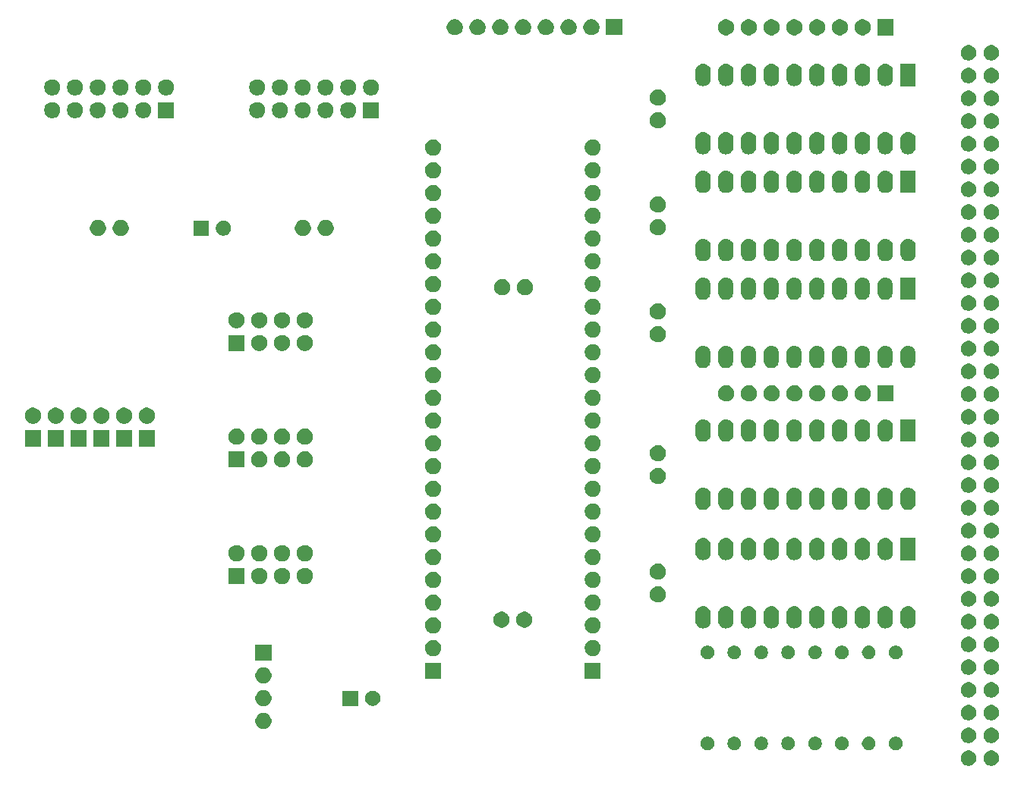
<source format=gbr>
G04 #@! TF.GenerationSoftware,KiCad,Pcbnew,(5.1.5-0-10_14)*
G04 #@! TF.CreationDate,2021-04-02T15:47:36+01:00*
G04 #@! TF.ProjectId,xosera,786f7365-7261-42e6-9b69-6361645f7063,rev?*
G04 #@! TF.SameCoordinates,Original*
G04 #@! TF.FileFunction,Soldermask,Bot*
G04 #@! TF.FilePolarity,Negative*
%FSLAX46Y46*%
G04 Gerber Fmt 4.6, Leading zero omitted, Abs format (unit mm)*
G04 Created by KiCad (PCBNEW (5.1.5-0-10_14)) date 2021-04-02 15:47:36*
%MOMM*%
%LPD*%
G04 APERTURE LIST*
%ADD10C,0.100000*%
G04 APERTURE END LIST*
D10*
G36*
X211749903Y-129513587D02*
G01*
X211907068Y-129578687D01*
X212048513Y-129673198D01*
X212168802Y-129793487D01*
X212263313Y-129934932D01*
X212328413Y-130092097D01*
X212361600Y-130258943D01*
X212361600Y-130429057D01*
X212328413Y-130595903D01*
X212263313Y-130753068D01*
X212168802Y-130894513D01*
X212048513Y-131014802D01*
X211907068Y-131109313D01*
X211749903Y-131174413D01*
X211583057Y-131207600D01*
X211412943Y-131207600D01*
X211246097Y-131174413D01*
X211088932Y-131109313D01*
X210947487Y-131014802D01*
X210827198Y-130894513D01*
X210732687Y-130753068D01*
X210667587Y-130595903D01*
X210634400Y-130429057D01*
X210634400Y-130258943D01*
X210667587Y-130092097D01*
X210732687Y-129934932D01*
X210827198Y-129793487D01*
X210947487Y-129673198D01*
X211088932Y-129578687D01*
X211246097Y-129513587D01*
X211412943Y-129480400D01*
X211583057Y-129480400D01*
X211749903Y-129513587D01*
G37*
G36*
X209209903Y-129513587D02*
G01*
X209367068Y-129578687D01*
X209508513Y-129673198D01*
X209628802Y-129793487D01*
X209723313Y-129934932D01*
X209788413Y-130092097D01*
X209821600Y-130258943D01*
X209821600Y-130429057D01*
X209788413Y-130595903D01*
X209723313Y-130753068D01*
X209628802Y-130894513D01*
X209508513Y-131014802D01*
X209367068Y-131109313D01*
X209209903Y-131174413D01*
X209043057Y-131207600D01*
X208872943Y-131207600D01*
X208706097Y-131174413D01*
X208548932Y-131109313D01*
X208407487Y-131014802D01*
X208287198Y-130894513D01*
X208192687Y-130753068D01*
X208127587Y-130595903D01*
X208094400Y-130429057D01*
X208094400Y-130258943D01*
X208127587Y-130092097D01*
X208192687Y-129934932D01*
X208287198Y-129793487D01*
X208407487Y-129673198D01*
X208548932Y-129578687D01*
X208706097Y-129513587D01*
X208872943Y-129480400D01*
X209043057Y-129480400D01*
X209209903Y-129513587D01*
G37*
G36*
X201001195Y-127961522D02*
G01*
X201050267Y-127971283D01*
X201188942Y-128028724D01*
X201313747Y-128112116D01*
X201419884Y-128218253D01*
X201503276Y-128343058D01*
X201560717Y-128481733D01*
X201590000Y-128628950D01*
X201590000Y-128779050D01*
X201560717Y-128926267D01*
X201503276Y-129064942D01*
X201419884Y-129189747D01*
X201313747Y-129295884D01*
X201188942Y-129379276D01*
X201050267Y-129436717D01*
X201001195Y-129446478D01*
X200903052Y-129466000D01*
X200752948Y-129466000D01*
X200654805Y-129446478D01*
X200605733Y-129436717D01*
X200467058Y-129379276D01*
X200342253Y-129295884D01*
X200236116Y-129189747D01*
X200152724Y-129064942D01*
X200095283Y-128926267D01*
X200066000Y-128779050D01*
X200066000Y-128628950D01*
X200095283Y-128481733D01*
X200152724Y-128343058D01*
X200236116Y-128218253D01*
X200342253Y-128112116D01*
X200467058Y-128028724D01*
X200605733Y-127971283D01*
X200654805Y-127961522D01*
X200752948Y-127942000D01*
X200903052Y-127942000D01*
X201001195Y-127961522D01*
G37*
G36*
X198001195Y-127961522D02*
G01*
X198050267Y-127971283D01*
X198188942Y-128028724D01*
X198313747Y-128112116D01*
X198419884Y-128218253D01*
X198503276Y-128343058D01*
X198560717Y-128481733D01*
X198590000Y-128628950D01*
X198590000Y-128779050D01*
X198560717Y-128926267D01*
X198503276Y-129064942D01*
X198419884Y-129189747D01*
X198313747Y-129295884D01*
X198188942Y-129379276D01*
X198050267Y-129436717D01*
X198001195Y-129446478D01*
X197903052Y-129466000D01*
X197752948Y-129466000D01*
X197654805Y-129446478D01*
X197605733Y-129436717D01*
X197467058Y-129379276D01*
X197342253Y-129295884D01*
X197236116Y-129189747D01*
X197152724Y-129064942D01*
X197095283Y-128926267D01*
X197066000Y-128779050D01*
X197066000Y-128628950D01*
X197095283Y-128481733D01*
X197152724Y-128343058D01*
X197236116Y-128218253D01*
X197342253Y-128112116D01*
X197467058Y-128028724D01*
X197605733Y-127971283D01*
X197654805Y-127961522D01*
X197752948Y-127942000D01*
X197903052Y-127942000D01*
X198001195Y-127961522D01*
G37*
G36*
X195001195Y-127961522D02*
G01*
X195050267Y-127971283D01*
X195188942Y-128028724D01*
X195313747Y-128112116D01*
X195419884Y-128218253D01*
X195503276Y-128343058D01*
X195560717Y-128481733D01*
X195590000Y-128628950D01*
X195590000Y-128779050D01*
X195560717Y-128926267D01*
X195503276Y-129064942D01*
X195419884Y-129189747D01*
X195313747Y-129295884D01*
X195188942Y-129379276D01*
X195050267Y-129436717D01*
X195001195Y-129446478D01*
X194903052Y-129466000D01*
X194752948Y-129466000D01*
X194654805Y-129446478D01*
X194605733Y-129436717D01*
X194467058Y-129379276D01*
X194342253Y-129295884D01*
X194236116Y-129189747D01*
X194152724Y-129064942D01*
X194095283Y-128926267D01*
X194066000Y-128779050D01*
X194066000Y-128628950D01*
X194095283Y-128481733D01*
X194152724Y-128343058D01*
X194236116Y-128218253D01*
X194342253Y-128112116D01*
X194467058Y-128028724D01*
X194605733Y-127971283D01*
X194654805Y-127961522D01*
X194752948Y-127942000D01*
X194903052Y-127942000D01*
X195001195Y-127961522D01*
G37*
G36*
X192001195Y-127961522D02*
G01*
X192050267Y-127971283D01*
X192188942Y-128028724D01*
X192313747Y-128112116D01*
X192419884Y-128218253D01*
X192503276Y-128343058D01*
X192560717Y-128481733D01*
X192590000Y-128628950D01*
X192590000Y-128779050D01*
X192560717Y-128926267D01*
X192503276Y-129064942D01*
X192419884Y-129189747D01*
X192313747Y-129295884D01*
X192188942Y-129379276D01*
X192050267Y-129436717D01*
X192001195Y-129446478D01*
X191903052Y-129466000D01*
X191752948Y-129466000D01*
X191654805Y-129446478D01*
X191605733Y-129436717D01*
X191467058Y-129379276D01*
X191342253Y-129295884D01*
X191236116Y-129189747D01*
X191152724Y-129064942D01*
X191095283Y-128926267D01*
X191066000Y-128779050D01*
X191066000Y-128628950D01*
X191095283Y-128481733D01*
X191152724Y-128343058D01*
X191236116Y-128218253D01*
X191342253Y-128112116D01*
X191467058Y-128028724D01*
X191605733Y-127971283D01*
X191654805Y-127961522D01*
X191752948Y-127942000D01*
X191903052Y-127942000D01*
X192001195Y-127961522D01*
G37*
G36*
X189001195Y-127961522D02*
G01*
X189050267Y-127971283D01*
X189188942Y-128028724D01*
X189313747Y-128112116D01*
X189419884Y-128218253D01*
X189503276Y-128343058D01*
X189560717Y-128481733D01*
X189590000Y-128628950D01*
X189590000Y-128779050D01*
X189560717Y-128926267D01*
X189503276Y-129064942D01*
X189419884Y-129189747D01*
X189313747Y-129295884D01*
X189188942Y-129379276D01*
X189050267Y-129436717D01*
X189001195Y-129446478D01*
X188903052Y-129466000D01*
X188752948Y-129466000D01*
X188654805Y-129446478D01*
X188605733Y-129436717D01*
X188467058Y-129379276D01*
X188342253Y-129295884D01*
X188236116Y-129189747D01*
X188152724Y-129064942D01*
X188095283Y-128926267D01*
X188066000Y-128779050D01*
X188066000Y-128628950D01*
X188095283Y-128481733D01*
X188152724Y-128343058D01*
X188236116Y-128218253D01*
X188342253Y-128112116D01*
X188467058Y-128028724D01*
X188605733Y-127971283D01*
X188654805Y-127961522D01*
X188752948Y-127942000D01*
X188903052Y-127942000D01*
X189001195Y-127961522D01*
G37*
G36*
X186001195Y-127961522D02*
G01*
X186050267Y-127971283D01*
X186188942Y-128028724D01*
X186313747Y-128112116D01*
X186419884Y-128218253D01*
X186503276Y-128343058D01*
X186560717Y-128481733D01*
X186590000Y-128628950D01*
X186590000Y-128779050D01*
X186560717Y-128926267D01*
X186503276Y-129064942D01*
X186419884Y-129189747D01*
X186313747Y-129295884D01*
X186188942Y-129379276D01*
X186050267Y-129436717D01*
X186001195Y-129446478D01*
X185903052Y-129466000D01*
X185752948Y-129466000D01*
X185654805Y-129446478D01*
X185605733Y-129436717D01*
X185467058Y-129379276D01*
X185342253Y-129295884D01*
X185236116Y-129189747D01*
X185152724Y-129064942D01*
X185095283Y-128926267D01*
X185066000Y-128779050D01*
X185066000Y-128628950D01*
X185095283Y-128481733D01*
X185152724Y-128343058D01*
X185236116Y-128218253D01*
X185342253Y-128112116D01*
X185467058Y-128028724D01*
X185605733Y-127971283D01*
X185654805Y-127961522D01*
X185752948Y-127942000D01*
X185903052Y-127942000D01*
X186001195Y-127961522D01*
G37*
G36*
X183001195Y-127961522D02*
G01*
X183050267Y-127971283D01*
X183188942Y-128028724D01*
X183313747Y-128112116D01*
X183419884Y-128218253D01*
X183503276Y-128343058D01*
X183560717Y-128481733D01*
X183590000Y-128628950D01*
X183590000Y-128779050D01*
X183560717Y-128926267D01*
X183503276Y-129064942D01*
X183419884Y-129189747D01*
X183313747Y-129295884D01*
X183188942Y-129379276D01*
X183050267Y-129436717D01*
X183001195Y-129446478D01*
X182903052Y-129466000D01*
X182752948Y-129466000D01*
X182654805Y-129446478D01*
X182605733Y-129436717D01*
X182467058Y-129379276D01*
X182342253Y-129295884D01*
X182236116Y-129189747D01*
X182152724Y-129064942D01*
X182095283Y-128926267D01*
X182066000Y-128779050D01*
X182066000Y-128628950D01*
X182095283Y-128481733D01*
X182152724Y-128343058D01*
X182236116Y-128218253D01*
X182342253Y-128112116D01*
X182467058Y-128028724D01*
X182605733Y-127971283D01*
X182654805Y-127961522D01*
X182752948Y-127942000D01*
X182903052Y-127942000D01*
X183001195Y-127961522D01*
G37*
G36*
X180001195Y-127961522D02*
G01*
X180050267Y-127971283D01*
X180188942Y-128028724D01*
X180313747Y-128112116D01*
X180419884Y-128218253D01*
X180503276Y-128343058D01*
X180560717Y-128481733D01*
X180590000Y-128628950D01*
X180590000Y-128779050D01*
X180560717Y-128926267D01*
X180503276Y-129064942D01*
X180419884Y-129189747D01*
X180313747Y-129295884D01*
X180188942Y-129379276D01*
X180050267Y-129436717D01*
X180001195Y-129446478D01*
X179903052Y-129466000D01*
X179752948Y-129466000D01*
X179654805Y-129446478D01*
X179605733Y-129436717D01*
X179467058Y-129379276D01*
X179342253Y-129295884D01*
X179236116Y-129189747D01*
X179152724Y-129064942D01*
X179095283Y-128926267D01*
X179066000Y-128779050D01*
X179066000Y-128628950D01*
X179095283Y-128481733D01*
X179152724Y-128343058D01*
X179236116Y-128218253D01*
X179342253Y-128112116D01*
X179467058Y-128028724D01*
X179605733Y-127971283D01*
X179654805Y-127961522D01*
X179752948Y-127942000D01*
X179903052Y-127942000D01*
X180001195Y-127961522D01*
G37*
G36*
X211749903Y-126973587D02*
G01*
X211907068Y-127038687D01*
X212048513Y-127133198D01*
X212168802Y-127253487D01*
X212263313Y-127394932D01*
X212328413Y-127552097D01*
X212361600Y-127718943D01*
X212361600Y-127889057D01*
X212328413Y-128055903D01*
X212263313Y-128213068D01*
X212168802Y-128354513D01*
X212048513Y-128474802D01*
X211907068Y-128569313D01*
X211749903Y-128634413D01*
X211583057Y-128667600D01*
X211412943Y-128667600D01*
X211246097Y-128634413D01*
X211088932Y-128569313D01*
X210947487Y-128474802D01*
X210827198Y-128354513D01*
X210732687Y-128213068D01*
X210667587Y-128055903D01*
X210634400Y-127889057D01*
X210634400Y-127718943D01*
X210667587Y-127552097D01*
X210732687Y-127394932D01*
X210827198Y-127253487D01*
X210947487Y-127133198D01*
X211088932Y-127038687D01*
X211246097Y-126973587D01*
X211412943Y-126940400D01*
X211583057Y-126940400D01*
X211749903Y-126973587D01*
G37*
G36*
X209209903Y-126973587D02*
G01*
X209367068Y-127038687D01*
X209508513Y-127133198D01*
X209628802Y-127253487D01*
X209723313Y-127394932D01*
X209788413Y-127552097D01*
X209821600Y-127718943D01*
X209821600Y-127889057D01*
X209788413Y-128055903D01*
X209723313Y-128213068D01*
X209628802Y-128354513D01*
X209508513Y-128474802D01*
X209367068Y-128569313D01*
X209209903Y-128634413D01*
X209043057Y-128667600D01*
X208872943Y-128667600D01*
X208706097Y-128634413D01*
X208548932Y-128569313D01*
X208407487Y-128474802D01*
X208287198Y-128354513D01*
X208192687Y-128213068D01*
X208127587Y-128055903D01*
X208094400Y-127889057D01*
X208094400Y-127718943D01*
X208127587Y-127552097D01*
X208192687Y-127394932D01*
X208287198Y-127253487D01*
X208407487Y-127133198D01*
X208548932Y-127038687D01*
X208706097Y-126973587D01*
X208872943Y-126940400D01*
X209043057Y-126940400D01*
X209209903Y-126973587D01*
G37*
G36*
X130421512Y-125297927D02*
G01*
X130570812Y-125327624D01*
X130734784Y-125395544D01*
X130882354Y-125494147D01*
X131007853Y-125619646D01*
X131106456Y-125767216D01*
X131174376Y-125931188D01*
X131204073Y-126080488D01*
X131206843Y-126094412D01*
X131209000Y-126105259D01*
X131209000Y-126282741D01*
X131174376Y-126456812D01*
X131106456Y-126620784D01*
X131007853Y-126768354D01*
X130882354Y-126893853D01*
X130734784Y-126992456D01*
X130570812Y-127060376D01*
X130421512Y-127090073D01*
X130396742Y-127095000D01*
X130219258Y-127095000D01*
X130194488Y-127090073D01*
X130045188Y-127060376D01*
X129881216Y-126992456D01*
X129733646Y-126893853D01*
X129608147Y-126768354D01*
X129509544Y-126620784D01*
X129441624Y-126456812D01*
X129407000Y-126282741D01*
X129407000Y-126105259D01*
X129409158Y-126094412D01*
X129411927Y-126080488D01*
X129441624Y-125931188D01*
X129509544Y-125767216D01*
X129608147Y-125619646D01*
X129733646Y-125494147D01*
X129881216Y-125395544D01*
X130045188Y-125327624D01*
X130194488Y-125297927D01*
X130219258Y-125293000D01*
X130396742Y-125293000D01*
X130421512Y-125297927D01*
G37*
G36*
X211749903Y-124433587D02*
G01*
X211907068Y-124498687D01*
X212048513Y-124593198D01*
X212168802Y-124713487D01*
X212263313Y-124854932D01*
X212328413Y-125012097D01*
X212361600Y-125178943D01*
X212361600Y-125349057D01*
X212328413Y-125515903D01*
X212263313Y-125673068D01*
X212168802Y-125814513D01*
X212048513Y-125934802D01*
X211907068Y-126029313D01*
X211749903Y-126094413D01*
X211583057Y-126127600D01*
X211412943Y-126127600D01*
X211246097Y-126094413D01*
X211088932Y-126029313D01*
X210947487Y-125934802D01*
X210827198Y-125814513D01*
X210732687Y-125673068D01*
X210667587Y-125515903D01*
X210634400Y-125349057D01*
X210634400Y-125178943D01*
X210667587Y-125012097D01*
X210732687Y-124854932D01*
X210827198Y-124713487D01*
X210947487Y-124593198D01*
X211088932Y-124498687D01*
X211246097Y-124433587D01*
X211412943Y-124400400D01*
X211583057Y-124400400D01*
X211749903Y-124433587D01*
G37*
G36*
X209209903Y-124433587D02*
G01*
X209367068Y-124498687D01*
X209508513Y-124593198D01*
X209628802Y-124713487D01*
X209723313Y-124854932D01*
X209788413Y-125012097D01*
X209821600Y-125178943D01*
X209821600Y-125349057D01*
X209788413Y-125515903D01*
X209723313Y-125673068D01*
X209628802Y-125814513D01*
X209508513Y-125934802D01*
X209367068Y-126029313D01*
X209209903Y-126094413D01*
X209043057Y-126127600D01*
X208872943Y-126127600D01*
X208706097Y-126094413D01*
X208548932Y-126029313D01*
X208407487Y-125934802D01*
X208287198Y-125814513D01*
X208192687Y-125673068D01*
X208127587Y-125515903D01*
X208094400Y-125349057D01*
X208094400Y-125178943D01*
X208127587Y-125012097D01*
X208192687Y-124854932D01*
X208287198Y-124713487D01*
X208407487Y-124593198D01*
X208548932Y-124498687D01*
X208706097Y-124433587D01*
X208872943Y-124400400D01*
X209043057Y-124400400D01*
X209209903Y-124433587D01*
G37*
G36*
X130421512Y-122757927D02*
G01*
X130570812Y-122787624D01*
X130734784Y-122855544D01*
X130882354Y-122954147D01*
X131007853Y-123079646D01*
X131106456Y-123227216D01*
X131174376Y-123391188D01*
X131204073Y-123540488D01*
X131206843Y-123554412D01*
X131209000Y-123565259D01*
X131209000Y-123742741D01*
X131174376Y-123916812D01*
X131106456Y-124080784D01*
X131007853Y-124228354D01*
X130882354Y-124353853D01*
X130734784Y-124452456D01*
X130570812Y-124520376D01*
X130421512Y-124550073D01*
X130396742Y-124555000D01*
X130219258Y-124555000D01*
X130194488Y-124550073D01*
X130045188Y-124520376D01*
X129881216Y-124452456D01*
X129733646Y-124353853D01*
X129608147Y-124228354D01*
X129509544Y-124080784D01*
X129441624Y-123916812D01*
X129407000Y-123742741D01*
X129407000Y-123565259D01*
X129409158Y-123554412D01*
X129411927Y-123540488D01*
X129441624Y-123391188D01*
X129509544Y-123227216D01*
X129608147Y-123079646D01*
X129733646Y-122954147D01*
X129881216Y-122855544D01*
X130045188Y-122787624D01*
X130194488Y-122757927D01*
X130219258Y-122753000D01*
X130396742Y-122753000D01*
X130421512Y-122757927D01*
G37*
G36*
X140851000Y-124517000D02*
G01*
X139149000Y-124517000D01*
X139149000Y-122815000D01*
X140851000Y-122815000D01*
X140851000Y-124517000D01*
G37*
G36*
X142748228Y-122847703D02*
G01*
X142903100Y-122911853D01*
X143042481Y-123004985D01*
X143161015Y-123123519D01*
X143254147Y-123262900D01*
X143318297Y-123417772D01*
X143351000Y-123582184D01*
X143351000Y-123749816D01*
X143318297Y-123914228D01*
X143254147Y-124069100D01*
X143161015Y-124208481D01*
X143042481Y-124327015D01*
X142903100Y-124420147D01*
X142748228Y-124484297D01*
X142583816Y-124517000D01*
X142416184Y-124517000D01*
X142251772Y-124484297D01*
X142096900Y-124420147D01*
X141957519Y-124327015D01*
X141838985Y-124208481D01*
X141745853Y-124069100D01*
X141681703Y-123914228D01*
X141649000Y-123749816D01*
X141649000Y-123582184D01*
X141681703Y-123417772D01*
X141745853Y-123262900D01*
X141838985Y-123123519D01*
X141957519Y-123004985D01*
X142096900Y-122911853D01*
X142251772Y-122847703D01*
X142416184Y-122815000D01*
X142583816Y-122815000D01*
X142748228Y-122847703D01*
G37*
G36*
X211749903Y-121893587D02*
G01*
X211907068Y-121958687D01*
X212048513Y-122053198D01*
X212168802Y-122173487D01*
X212263313Y-122314932D01*
X212328413Y-122472097D01*
X212361600Y-122638943D01*
X212361600Y-122809057D01*
X212328413Y-122975903D01*
X212263313Y-123133068D01*
X212168802Y-123274513D01*
X212048513Y-123394802D01*
X211907068Y-123489313D01*
X211749903Y-123554413D01*
X211583057Y-123587600D01*
X211412943Y-123587600D01*
X211246097Y-123554413D01*
X211088932Y-123489313D01*
X210947487Y-123394802D01*
X210827198Y-123274513D01*
X210732687Y-123133068D01*
X210667587Y-122975903D01*
X210634400Y-122809057D01*
X210634400Y-122638943D01*
X210667587Y-122472097D01*
X210732687Y-122314932D01*
X210827198Y-122173487D01*
X210947487Y-122053198D01*
X211088932Y-121958687D01*
X211246097Y-121893587D01*
X211412943Y-121860400D01*
X211583057Y-121860400D01*
X211749903Y-121893587D01*
G37*
G36*
X209209903Y-121893587D02*
G01*
X209367068Y-121958687D01*
X209508513Y-122053198D01*
X209628802Y-122173487D01*
X209723313Y-122314932D01*
X209788413Y-122472097D01*
X209821600Y-122638943D01*
X209821600Y-122809057D01*
X209788413Y-122975903D01*
X209723313Y-123133068D01*
X209628802Y-123274513D01*
X209508513Y-123394802D01*
X209367068Y-123489313D01*
X209209903Y-123554413D01*
X209043057Y-123587600D01*
X208872943Y-123587600D01*
X208706097Y-123554413D01*
X208548932Y-123489313D01*
X208407487Y-123394802D01*
X208287198Y-123274513D01*
X208192687Y-123133068D01*
X208127587Y-122975903D01*
X208094400Y-122809057D01*
X208094400Y-122638943D01*
X208127587Y-122472097D01*
X208192687Y-122314932D01*
X208287198Y-122173487D01*
X208407487Y-122053198D01*
X208548932Y-121958687D01*
X208706097Y-121893587D01*
X208872943Y-121860400D01*
X209043057Y-121860400D01*
X209209903Y-121893587D01*
G37*
G36*
X130421512Y-120217927D02*
G01*
X130570812Y-120247624D01*
X130734784Y-120315544D01*
X130882354Y-120414147D01*
X131007853Y-120539646D01*
X131106456Y-120687216D01*
X131174376Y-120851188D01*
X131204073Y-121000488D01*
X131206843Y-121014412D01*
X131209000Y-121025259D01*
X131209000Y-121202741D01*
X131174376Y-121376812D01*
X131106456Y-121540784D01*
X131007853Y-121688354D01*
X130882354Y-121813853D01*
X130734784Y-121912456D01*
X130570812Y-121980376D01*
X130421512Y-122010073D01*
X130396742Y-122015000D01*
X130219258Y-122015000D01*
X130194488Y-122010073D01*
X130045188Y-121980376D01*
X129881216Y-121912456D01*
X129733646Y-121813853D01*
X129608147Y-121688354D01*
X129509544Y-121540784D01*
X129441624Y-121376812D01*
X129407000Y-121202741D01*
X129407000Y-121025259D01*
X129409158Y-121014412D01*
X129411927Y-121000488D01*
X129441624Y-120851188D01*
X129509544Y-120687216D01*
X129608147Y-120539646D01*
X129733646Y-120414147D01*
X129881216Y-120315544D01*
X130045188Y-120247624D01*
X130194488Y-120217927D01*
X130219258Y-120213000D01*
X130396742Y-120213000D01*
X130421512Y-120217927D01*
G37*
G36*
X167935000Y-121491000D02*
G01*
X166133000Y-121491000D01*
X166133000Y-119689000D01*
X167935000Y-119689000D01*
X167935000Y-121491000D01*
G37*
G36*
X150135000Y-121491000D02*
G01*
X148333000Y-121491000D01*
X148333000Y-119689000D01*
X150135000Y-119689000D01*
X150135000Y-121491000D01*
G37*
G36*
X211749903Y-119353587D02*
G01*
X211907068Y-119418687D01*
X212048513Y-119513198D01*
X212168802Y-119633487D01*
X212263313Y-119774932D01*
X212328413Y-119932097D01*
X212361600Y-120098943D01*
X212361600Y-120269057D01*
X212328413Y-120435903D01*
X212263313Y-120593068D01*
X212168802Y-120734513D01*
X212048513Y-120854802D01*
X211907068Y-120949313D01*
X211749903Y-121014413D01*
X211583057Y-121047600D01*
X211412943Y-121047600D01*
X211246097Y-121014413D01*
X211088932Y-120949313D01*
X210947487Y-120854802D01*
X210827198Y-120734513D01*
X210732687Y-120593068D01*
X210667587Y-120435903D01*
X210634400Y-120269057D01*
X210634400Y-120098943D01*
X210667587Y-119932097D01*
X210732687Y-119774932D01*
X210827198Y-119633487D01*
X210947487Y-119513198D01*
X211088932Y-119418687D01*
X211246097Y-119353587D01*
X211412943Y-119320400D01*
X211583057Y-119320400D01*
X211749903Y-119353587D01*
G37*
G36*
X209209903Y-119353587D02*
G01*
X209367068Y-119418687D01*
X209508513Y-119513198D01*
X209628802Y-119633487D01*
X209723313Y-119774932D01*
X209788413Y-119932097D01*
X209821600Y-120098943D01*
X209821600Y-120269057D01*
X209788413Y-120435903D01*
X209723313Y-120593068D01*
X209628802Y-120734513D01*
X209508513Y-120854802D01*
X209367068Y-120949313D01*
X209209903Y-121014413D01*
X209043057Y-121047600D01*
X208872943Y-121047600D01*
X208706097Y-121014413D01*
X208548932Y-120949313D01*
X208407487Y-120854802D01*
X208287198Y-120734513D01*
X208192687Y-120593068D01*
X208127587Y-120435903D01*
X208094400Y-120269057D01*
X208094400Y-120098943D01*
X208127587Y-119932097D01*
X208192687Y-119774932D01*
X208287198Y-119633487D01*
X208407487Y-119513198D01*
X208548932Y-119418687D01*
X208706097Y-119353587D01*
X208872943Y-119320400D01*
X209043057Y-119320400D01*
X209209903Y-119353587D01*
G37*
G36*
X131209000Y-119475000D02*
G01*
X129407000Y-119475000D01*
X129407000Y-117673000D01*
X131209000Y-117673000D01*
X131209000Y-119475000D01*
G37*
G36*
X201001195Y-117801522D02*
G01*
X201050267Y-117811283D01*
X201188942Y-117868724D01*
X201313747Y-117952116D01*
X201419884Y-118058253D01*
X201503276Y-118183058D01*
X201557846Y-118314802D01*
X201560717Y-118321734D01*
X201590000Y-118468948D01*
X201590000Y-118619052D01*
X201588945Y-118624354D01*
X201560717Y-118766267D01*
X201503276Y-118904942D01*
X201419884Y-119029747D01*
X201313747Y-119135884D01*
X201188942Y-119219276D01*
X201050267Y-119276717D01*
X201001195Y-119286478D01*
X200903052Y-119306000D01*
X200752948Y-119306000D01*
X200654805Y-119286478D01*
X200605733Y-119276717D01*
X200467058Y-119219276D01*
X200342253Y-119135884D01*
X200236116Y-119029747D01*
X200152724Y-118904942D01*
X200095283Y-118766267D01*
X200067055Y-118624354D01*
X200066000Y-118619052D01*
X200066000Y-118468948D01*
X200095283Y-118321734D01*
X200098154Y-118314802D01*
X200152724Y-118183058D01*
X200236116Y-118058253D01*
X200342253Y-117952116D01*
X200467058Y-117868724D01*
X200605733Y-117811283D01*
X200654805Y-117801522D01*
X200752948Y-117782000D01*
X200903052Y-117782000D01*
X201001195Y-117801522D01*
G37*
G36*
X198001195Y-117801522D02*
G01*
X198050267Y-117811283D01*
X198188942Y-117868724D01*
X198313747Y-117952116D01*
X198419884Y-118058253D01*
X198503276Y-118183058D01*
X198557846Y-118314802D01*
X198560717Y-118321734D01*
X198590000Y-118468948D01*
X198590000Y-118619052D01*
X198588945Y-118624354D01*
X198560717Y-118766267D01*
X198503276Y-118904942D01*
X198419884Y-119029747D01*
X198313747Y-119135884D01*
X198188942Y-119219276D01*
X198050267Y-119276717D01*
X198001195Y-119286478D01*
X197903052Y-119306000D01*
X197752948Y-119306000D01*
X197654805Y-119286478D01*
X197605733Y-119276717D01*
X197467058Y-119219276D01*
X197342253Y-119135884D01*
X197236116Y-119029747D01*
X197152724Y-118904942D01*
X197095283Y-118766267D01*
X197067055Y-118624354D01*
X197066000Y-118619052D01*
X197066000Y-118468948D01*
X197095283Y-118321734D01*
X197098154Y-118314802D01*
X197152724Y-118183058D01*
X197236116Y-118058253D01*
X197342253Y-117952116D01*
X197467058Y-117868724D01*
X197605733Y-117811283D01*
X197654805Y-117801522D01*
X197752948Y-117782000D01*
X197903052Y-117782000D01*
X198001195Y-117801522D01*
G37*
G36*
X195001195Y-117801522D02*
G01*
X195050267Y-117811283D01*
X195188942Y-117868724D01*
X195313747Y-117952116D01*
X195419884Y-118058253D01*
X195503276Y-118183058D01*
X195557846Y-118314802D01*
X195560717Y-118321734D01*
X195590000Y-118468948D01*
X195590000Y-118619052D01*
X195588945Y-118624354D01*
X195560717Y-118766267D01*
X195503276Y-118904942D01*
X195419884Y-119029747D01*
X195313747Y-119135884D01*
X195188942Y-119219276D01*
X195050267Y-119276717D01*
X195001195Y-119286478D01*
X194903052Y-119306000D01*
X194752948Y-119306000D01*
X194654805Y-119286478D01*
X194605733Y-119276717D01*
X194467058Y-119219276D01*
X194342253Y-119135884D01*
X194236116Y-119029747D01*
X194152724Y-118904942D01*
X194095283Y-118766267D01*
X194067055Y-118624354D01*
X194066000Y-118619052D01*
X194066000Y-118468948D01*
X194095283Y-118321734D01*
X194098154Y-118314802D01*
X194152724Y-118183058D01*
X194236116Y-118058253D01*
X194342253Y-117952116D01*
X194467058Y-117868724D01*
X194605733Y-117811283D01*
X194654805Y-117801522D01*
X194752948Y-117782000D01*
X194903052Y-117782000D01*
X195001195Y-117801522D01*
G37*
G36*
X192001195Y-117801522D02*
G01*
X192050267Y-117811283D01*
X192188942Y-117868724D01*
X192313747Y-117952116D01*
X192419884Y-118058253D01*
X192503276Y-118183058D01*
X192557846Y-118314802D01*
X192560717Y-118321734D01*
X192590000Y-118468948D01*
X192590000Y-118619052D01*
X192588945Y-118624354D01*
X192560717Y-118766267D01*
X192503276Y-118904942D01*
X192419884Y-119029747D01*
X192313747Y-119135884D01*
X192188942Y-119219276D01*
X192050267Y-119276717D01*
X192001195Y-119286478D01*
X191903052Y-119306000D01*
X191752948Y-119306000D01*
X191654805Y-119286478D01*
X191605733Y-119276717D01*
X191467058Y-119219276D01*
X191342253Y-119135884D01*
X191236116Y-119029747D01*
X191152724Y-118904942D01*
X191095283Y-118766267D01*
X191067055Y-118624354D01*
X191066000Y-118619052D01*
X191066000Y-118468948D01*
X191095283Y-118321734D01*
X191098154Y-118314802D01*
X191152724Y-118183058D01*
X191236116Y-118058253D01*
X191342253Y-117952116D01*
X191467058Y-117868724D01*
X191605733Y-117811283D01*
X191654805Y-117801522D01*
X191752948Y-117782000D01*
X191903052Y-117782000D01*
X192001195Y-117801522D01*
G37*
G36*
X189001195Y-117801522D02*
G01*
X189050267Y-117811283D01*
X189188942Y-117868724D01*
X189313747Y-117952116D01*
X189419884Y-118058253D01*
X189503276Y-118183058D01*
X189557846Y-118314802D01*
X189560717Y-118321734D01*
X189590000Y-118468948D01*
X189590000Y-118619052D01*
X189588945Y-118624354D01*
X189560717Y-118766267D01*
X189503276Y-118904942D01*
X189419884Y-119029747D01*
X189313747Y-119135884D01*
X189188942Y-119219276D01*
X189050267Y-119276717D01*
X189001195Y-119286478D01*
X188903052Y-119306000D01*
X188752948Y-119306000D01*
X188654805Y-119286478D01*
X188605733Y-119276717D01*
X188467058Y-119219276D01*
X188342253Y-119135884D01*
X188236116Y-119029747D01*
X188152724Y-118904942D01*
X188095283Y-118766267D01*
X188067055Y-118624354D01*
X188066000Y-118619052D01*
X188066000Y-118468948D01*
X188095283Y-118321734D01*
X188098154Y-118314802D01*
X188152724Y-118183058D01*
X188236116Y-118058253D01*
X188342253Y-117952116D01*
X188467058Y-117868724D01*
X188605733Y-117811283D01*
X188654805Y-117801522D01*
X188752948Y-117782000D01*
X188903052Y-117782000D01*
X189001195Y-117801522D01*
G37*
G36*
X186001195Y-117801522D02*
G01*
X186050267Y-117811283D01*
X186188942Y-117868724D01*
X186313747Y-117952116D01*
X186419884Y-118058253D01*
X186503276Y-118183058D01*
X186557846Y-118314802D01*
X186560717Y-118321734D01*
X186590000Y-118468948D01*
X186590000Y-118619052D01*
X186588945Y-118624354D01*
X186560717Y-118766267D01*
X186503276Y-118904942D01*
X186419884Y-119029747D01*
X186313747Y-119135884D01*
X186188942Y-119219276D01*
X186050267Y-119276717D01*
X186001195Y-119286478D01*
X185903052Y-119306000D01*
X185752948Y-119306000D01*
X185654805Y-119286478D01*
X185605733Y-119276717D01*
X185467058Y-119219276D01*
X185342253Y-119135884D01*
X185236116Y-119029747D01*
X185152724Y-118904942D01*
X185095283Y-118766267D01*
X185067055Y-118624354D01*
X185066000Y-118619052D01*
X185066000Y-118468948D01*
X185095283Y-118321734D01*
X185098154Y-118314802D01*
X185152724Y-118183058D01*
X185236116Y-118058253D01*
X185342253Y-117952116D01*
X185467058Y-117868724D01*
X185605733Y-117811283D01*
X185654805Y-117801522D01*
X185752948Y-117782000D01*
X185903052Y-117782000D01*
X186001195Y-117801522D01*
G37*
G36*
X183001195Y-117801522D02*
G01*
X183050267Y-117811283D01*
X183188942Y-117868724D01*
X183313747Y-117952116D01*
X183419884Y-118058253D01*
X183503276Y-118183058D01*
X183557846Y-118314802D01*
X183560717Y-118321734D01*
X183590000Y-118468948D01*
X183590000Y-118619052D01*
X183588945Y-118624354D01*
X183560717Y-118766267D01*
X183503276Y-118904942D01*
X183419884Y-119029747D01*
X183313747Y-119135884D01*
X183188942Y-119219276D01*
X183050267Y-119276717D01*
X183001195Y-119286478D01*
X182903052Y-119306000D01*
X182752948Y-119306000D01*
X182654805Y-119286478D01*
X182605733Y-119276717D01*
X182467058Y-119219276D01*
X182342253Y-119135884D01*
X182236116Y-119029747D01*
X182152724Y-118904942D01*
X182095283Y-118766267D01*
X182067055Y-118624354D01*
X182066000Y-118619052D01*
X182066000Y-118468948D01*
X182095283Y-118321734D01*
X182098154Y-118314802D01*
X182152724Y-118183058D01*
X182236116Y-118058253D01*
X182342253Y-117952116D01*
X182467058Y-117868724D01*
X182605733Y-117811283D01*
X182654805Y-117801522D01*
X182752948Y-117782000D01*
X182903052Y-117782000D01*
X183001195Y-117801522D01*
G37*
G36*
X180001195Y-117801522D02*
G01*
X180050267Y-117811283D01*
X180188942Y-117868724D01*
X180313747Y-117952116D01*
X180419884Y-118058253D01*
X180503276Y-118183058D01*
X180557846Y-118314802D01*
X180560717Y-118321734D01*
X180590000Y-118468948D01*
X180590000Y-118619052D01*
X180588945Y-118624354D01*
X180560717Y-118766267D01*
X180503276Y-118904942D01*
X180419884Y-119029747D01*
X180313747Y-119135884D01*
X180188942Y-119219276D01*
X180050267Y-119276717D01*
X180001195Y-119286478D01*
X179903052Y-119306000D01*
X179752948Y-119306000D01*
X179654805Y-119286478D01*
X179605733Y-119276717D01*
X179467058Y-119219276D01*
X179342253Y-119135884D01*
X179236116Y-119029747D01*
X179152724Y-118904942D01*
X179095283Y-118766267D01*
X179067055Y-118624354D01*
X179066000Y-118619052D01*
X179066000Y-118468948D01*
X179095283Y-118321734D01*
X179098154Y-118314802D01*
X179152724Y-118183058D01*
X179236116Y-118058253D01*
X179342253Y-117952116D01*
X179467058Y-117868724D01*
X179605733Y-117811283D01*
X179654805Y-117801522D01*
X179752948Y-117782000D01*
X179903052Y-117782000D01*
X180001195Y-117801522D01*
G37*
G36*
X167147512Y-117153927D02*
G01*
X167296812Y-117183624D01*
X167460784Y-117251544D01*
X167608354Y-117350147D01*
X167733853Y-117475646D01*
X167832456Y-117623216D01*
X167900376Y-117787188D01*
X167916594Y-117868724D01*
X167933182Y-117952116D01*
X167935000Y-117961259D01*
X167935000Y-118138741D01*
X167900376Y-118312812D01*
X167832456Y-118476784D01*
X167733853Y-118624354D01*
X167608354Y-118749853D01*
X167460784Y-118848456D01*
X167296812Y-118916376D01*
X167147512Y-118946073D01*
X167122742Y-118951000D01*
X166945258Y-118951000D01*
X166920488Y-118946073D01*
X166771188Y-118916376D01*
X166607216Y-118848456D01*
X166459646Y-118749853D01*
X166334147Y-118624354D01*
X166235544Y-118476784D01*
X166167624Y-118312812D01*
X166133000Y-118138741D01*
X166133000Y-117961259D01*
X166134819Y-117952116D01*
X166151406Y-117868724D01*
X166167624Y-117787188D01*
X166235544Y-117623216D01*
X166334147Y-117475646D01*
X166459646Y-117350147D01*
X166607216Y-117251544D01*
X166771188Y-117183624D01*
X166920488Y-117153927D01*
X166945258Y-117149000D01*
X167122742Y-117149000D01*
X167147512Y-117153927D01*
G37*
G36*
X149347512Y-117153927D02*
G01*
X149496812Y-117183624D01*
X149660784Y-117251544D01*
X149808354Y-117350147D01*
X149933853Y-117475646D01*
X150032456Y-117623216D01*
X150100376Y-117787188D01*
X150116594Y-117868724D01*
X150133182Y-117952116D01*
X150135000Y-117961259D01*
X150135000Y-118138741D01*
X150100376Y-118312812D01*
X150032456Y-118476784D01*
X149933853Y-118624354D01*
X149808354Y-118749853D01*
X149660784Y-118848456D01*
X149496812Y-118916376D01*
X149347512Y-118946073D01*
X149322742Y-118951000D01*
X149145258Y-118951000D01*
X149120488Y-118946073D01*
X148971188Y-118916376D01*
X148807216Y-118848456D01*
X148659646Y-118749853D01*
X148534147Y-118624354D01*
X148435544Y-118476784D01*
X148367624Y-118312812D01*
X148333000Y-118138741D01*
X148333000Y-117961259D01*
X148334819Y-117952116D01*
X148351406Y-117868724D01*
X148367624Y-117787188D01*
X148435544Y-117623216D01*
X148534147Y-117475646D01*
X148659646Y-117350147D01*
X148807216Y-117251544D01*
X148971188Y-117183624D01*
X149120488Y-117153927D01*
X149145258Y-117149000D01*
X149322742Y-117149000D01*
X149347512Y-117153927D01*
G37*
G36*
X211749903Y-116813587D02*
G01*
X211907068Y-116878687D01*
X212048513Y-116973198D01*
X212168802Y-117093487D01*
X212263313Y-117234932D01*
X212328413Y-117392097D01*
X212361600Y-117558943D01*
X212361600Y-117729057D01*
X212328413Y-117895903D01*
X212263313Y-118053068D01*
X212168802Y-118194513D01*
X212048513Y-118314802D01*
X211907068Y-118409313D01*
X211749903Y-118474413D01*
X211583057Y-118507600D01*
X211412943Y-118507600D01*
X211246097Y-118474413D01*
X211088932Y-118409313D01*
X210947487Y-118314802D01*
X210827198Y-118194513D01*
X210732687Y-118053068D01*
X210667587Y-117895903D01*
X210634400Y-117729057D01*
X210634400Y-117558943D01*
X210667587Y-117392097D01*
X210732687Y-117234932D01*
X210827198Y-117093487D01*
X210947487Y-116973198D01*
X211088932Y-116878687D01*
X211246097Y-116813587D01*
X211412943Y-116780400D01*
X211583057Y-116780400D01*
X211749903Y-116813587D01*
G37*
G36*
X209209903Y-116813587D02*
G01*
X209367068Y-116878687D01*
X209508513Y-116973198D01*
X209628802Y-117093487D01*
X209723313Y-117234932D01*
X209788413Y-117392097D01*
X209821600Y-117558943D01*
X209821600Y-117729057D01*
X209788413Y-117895903D01*
X209723313Y-118053068D01*
X209628802Y-118194513D01*
X209508513Y-118314802D01*
X209367068Y-118409313D01*
X209209903Y-118474413D01*
X209043057Y-118507600D01*
X208872943Y-118507600D01*
X208706097Y-118474413D01*
X208548932Y-118409313D01*
X208407487Y-118314802D01*
X208287198Y-118194513D01*
X208192687Y-118053068D01*
X208127587Y-117895903D01*
X208094400Y-117729057D01*
X208094400Y-117558943D01*
X208127587Y-117392097D01*
X208192687Y-117234932D01*
X208287198Y-117093487D01*
X208407487Y-116973198D01*
X208548932Y-116878687D01*
X208706097Y-116813587D01*
X208872943Y-116780400D01*
X209043057Y-116780400D01*
X209209903Y-116813587D01*
G37*
G36*
X167147512Y-114613927D02*
G01*
X167296812Y-114643624D01*
X167460784Y-114711544D01*
X167608354Y-114810147D01*
X167733853Y-114935646D01*
X167832456Y-115083216D01*
X167900376Y-115247188D01*
X167935000Y-115421259D01*
X167935000Y-115598741D01*
X167900376Y-115772812D01*
X167832456Y-115936784D01*
X167733853Y-116084354D01*
X167608354Y-116209853D01*
X167460784Y-116308456D01*
X167296812Y-116376376D01*
X167147512Y-116406073D01*
X167122742Y-116411000D01*
X166945258Y-116411000D01*
X166920488Y-116406073D01*
X166771188Y-116376376D01*
X166607216Y-116308456D01*
X166459646Y-116209853D01*
X166334147Y-116084354D01*
X166235544Y-115936784D01*
X166167624Y-115772812D01*
X166133000Y-115598741D01*
X166133000Y-115421259D01*
X166167624Y-115247188D01*
X166235544Y-115083216D01*
X166334147Y-114935646D01*
X166459646Y-114810147D01*
X166607216Y-114711544D01*
X166771188Y-114643624D01*
X166920488Y-114613927D01*
X166945258Y-114609000D01*
X167122742Y-114609000D01*
X167147512Y-114613927D01*
G37*
G36*
X149347512Y-114613927D02*
G01*
X149496812Y-114643624D01*
X149660784Y-114711544D01*
X149808354Y-114810147D01*
X149933853Y-114935646D01*
X150032456Y-115083216D01*
X150100376Y-115247188D01*
X150135000Y-115421259D01*
X150135000Y-115598741D01*
X150100376Y-115772812D01*
X150032456Y-115936784D01*
X149933853Y-116084354D01*
X149808354Y-116209853D01*
X149660784Y-116308456D01*
X149496812Y-116376376D01*
X149347512Y-116406073D01*
X149322742Y-116411000D01*
X149145258Y-116411000D01*
X149120488Y-116406073D01*
X148971188Y-116376376D01*
X148807216Y-116308456D01*
X148659646Y-116209853D01*
X148534147Y-116084354D01*
X148435544Y-115936784D01*
X148367624Y-115772812D01*
X148333000Y-115598741D01*
X148333000Y-115421259D01*
X148367624Y-115247188D01*
X148435544Y-115083216D01*
X148534147Y-114935646D01*
X148659646Y-114810147D01*
X148807216Y-114711544D01*
X148971188Y-114643624D01*
X149120488Y-114613927D01*
X149145258Y-114609000D01*
X149322742Y-114609000D01*
X149347512Y-114613927D01*
G37*
G36*
X211749903Y-114273587D02*
G01*
X211907068Y-114338687D01*
X212048513Y-114433198D01*
X212168802Y-114553487D01*
X212263313Y-114694932D01*
X212328413Y-114852097D01*
X212361600Y-115018943D01*
X212361600Y-115189057D01*
X212328413Y-115355903D01*
X212263313Y-115513068D01*
X212168802Y-115654513D01*
X212048513Y-115774802D01*
X211907068Y-115869313D01*
X211749903Y-115934413D01*
X211583057Y-115967600D01*
X211412943Y-115967600D01*
X211246097Y-115934413D01*
X211088932Y-115869313D01*
X210947487Y-115774802D01*
X210827198Y-115654513D01*
X210732687Y-115513068D01*
X210667587Y-115355903D01*
X210634400Y-115189057D01*
X210634400Y-115018943D01*
X210667587Y-114852097D01*
X210732687Y-114694932D01*
X210827198Y-114553487D01*
X210947487Y-114433198D01*
X211088932Y-114338687D01*
X211246097Y-114273587D01*
X211412943Y-114240400D01*
X211583057Y-114240400D01*
X211749903Y-114273587D01*
G37*
G36*
X209209903Y-114273587D02*
G01*
X209367068Y-114338687D01*
X209508513Y-114433198D01*
X209628802Y-114553487D01*
X209723313Y-114694932D01*
X209788413Y-114852097D01*
X209821600Y-115018943D01*
X209821600Y-115189057D01*
X209788413Y-115355903D01*
X209723313Y-115513068D01*
X209628802Y-115654513D01*
X209508513Y-115774802D01*
X209367068Y-115869313D01*
X209209903Y-115934413D01*
X209043057Y-115967600D01*
X208872943Y-115967600D01*
X208706097Y-115934413D01*
X208548932Y-115869313D01*
X208407487Y-115774802D01*
X208287198Y-115654513D01*
X208192687Y-115513068D01*
X208127587Y-115355903D01*
X208094400Y-115189057D01*
X208094400Y-115018943D01*
X208127587Y-114852097D01*
X208192687Y-114694932D01*
X208287198Y-114553487D01*
X208407487Y-114433198D01*
X208548932Y-114338687D01*
X208706097Y-114273587D01*
X208872943Y-114240400D01*
X209043057Y-114240400D01*
X209209903Y-114273587D01*
G37*
G36*
X202374823Y-113381313D02*
G01*
X202505380Y-113420917D01*
X202527410Y-113427600D01*
X202535242Y-113429976D01*
X202667906Y-113500886D01*
X202683078Y-113508996D01*
X202812659Y-113615341D01*
X202919004Y-113744922D01*
X202919005Y-113744924D01*
X202998024Y-113892758D01*
X203046687Y-114053178D01*
X203059000Y-114178197D01*
X203059000Y-115061804D01*
X203046687Y-115186823D01*
X202998024Y-115347242D01*
X202958461Y-115421259D01*
X202919004Y-115495078D01*
X202840778Y-115590396D01*
X202812659Y-115624659D01*
X202683077Y-115731005D01*
X202535241Y-115810024D01*
X202374822Y-115858687D01*
X202208000Y-115875117D01*
X202041177Y-115858687D01*
X201880758Y-115810024D01*
X201732924Y-115731005D01*
X201732922Y-115731004D01*
X201603341Y-115624659D01*
X201496995Y-115495077D01*
X201417976Y-115347241D01*
X201369313Y-115186822D01*
X201357000Y-115061803D01*
X201357000Y-114178197D01*
X201369314Y-114053177D01*
X201417977Y-113892758D01*
X201496996Y-113744924D01*
X201496997Y-113744922D01*
X201603342Y-113615341D01*
X201732923Y-113508996D01*
X201748095Y-113500886D01*
X201880759Y-113429976D01*
X201888592Y-113427600D01*
X201910621Y-113420917D01*
X202041178Y-113381313D01*
X202208000Y-113364883D01*
X202374823Y-113381313D01*
G37*
G36*
X194754823Y-113381313D02*
G01*
X194885380Y-113420917D01*
X194907410Y-113427600D01*
X194915242Y-113429976D01*
X195047906Y-113500886D01*
X195063078Y-113508996D01*
X195192659Y-113615341D01*
X195299004Y-113744922D01*
X195299005Y-113744924D01*
X195378024Y-113892758D01*
X195426687Y-114053178D01*
X195439000Y-114178197D01*
X195439000Y-115061804D01*
X195426687Y-115186823D01*
X195378024Y-115347242D01*
X195338461Y-115421259D01*
X195299004Y-115495078D01*
X195220778Y-115590396D01*
X195192659Y-115624659D01*
X195063077Y-115731005D01*
X194915241Y-115810024D01*
X194754822Y-115858687D01*
X194588000Y-115875117D01*
X194421177Y-115858687D01*
X194260758Y-115810024D01*
X194112924Y-115731005D01*
X194112922Y-115731004D01*
X193983341Y-115624659D01*
X193876995Y-115495077D01*
X193797976Y-115347241D01*
X193749313Y-115186822D01*
X193737000Y-115061803D01*
X193737000Y-114178197D01*
X193749314Y-114053177D01*
X193797977Y-113892758D01*
X193876996Y-113744924D01*
X193876997Y-113744922D01*
X193983342Y-113615341D01*
X194112923Y-113508996D01*
X194128095Y-113500886D01*
X194260759Y-113429976D01*
X194268592Y-113427600D01*
X194290621Y-113420917D01*
X194421178Y-113381313D01*
X194588000Y-113364883D01*
X194754823Y-113381313D01*
G37*
G36*
X199834823Y-113381313D02*
G01*
X199965380Y-113420917D01*
X199987410Y-113427600D01*
X199995242Y-113429976D01*
X200127906Y-113500886D01*
X200143078Y-113508996D01*
X200272659Y-113615341D01*
X200379004Y-113744922D01*
X200379005Y-113744924D01*
X200458024Y-113892758D01*
X200506687Y-114053178D01*
X200519000Y-114178197D01*
X200519000Y-115061804D01*
X200506687Y-115186823D01*
X200458024Y-115347242D01*
X200418461Y-115421259D01*
X200379004Y-115495078D01*
X200300778Y-115590396D01*
X200272659Y-115624659D01*
X200143077Y-115731005D01*
X199995241Y-115810024D01*
X199834822Y-115858687D01*
X199668000Y-115875117D01*
X199501177Y-115858687D01*
X199340758Y-115810024D01*
X199192924Y-115731005D01*
X199192922Y-115731004D01*
X199063341Y-115624659D01*
X198956995Y-115495077D01*
X198877976Y-115347241D01*
X198829313Y-115186822D01*
X198817000Y-115061803D01*
X198817000Y-114178197D01*
X198829314Y-114053177D01*
X198877977Y-113892758D01*
X198956996Y-113744924D01*
X198956997Y-113744922D01*
X199063342Y-113615341D01*
X199192923Y-113508996D01*
X199208095Y-113500886D01*
X199340759Y-113429976D01*
X199348592Y-113427600D01*
X199370621Y-113420917D01*
X199501178Y-113381313D01*
X199668000Y-113364883D01*
X199834823Y-113381313D01*
G37*
G36*
X192214823Y-113381313D02*
G01*
X192345380Y-113420917D01*
X192367410Y-113427600D01*
X192375242Y-113429976D01*
X192507906Y-113500886D01*
X192523078Y-113508996D01*
X192652659Y-113615341D01*
X192759004Y-113744922D01*
X192759005Y-113744924D01*
X192838024Y-113892758D01*
X192886687Y-114053178D01*
X192899000Y-114178197D01*
X192899000Y-115061804D01*
X192886687Y-115186823D01*
X192838024Y-115347242D01*
X192798461Y-115421259D01*
X192759004Y-115495078D01*
X192680778Y-115590396D01*
X192652659Y-115624659D01*
X192523077Y-115731005D01*
X192375241Y-115810024D01*
X192214822Y-115858687D01*
X192048000Y-115875117D01*
X191881177Y-115858687D01*
X191720758Y-115810024D01*
X191572924Y-115731005D01*
X191572922Y-115731004D01*
X191443341Y-115624659D01*
X191336995Y-115495077D01*
X191257976Y-115347241D01*
X191209313Y-115186822D01*
X191197000Y-115061803D01*
X191197000Y-114178197D01*
X191209314Y-114053177D01*
X191257977Y-113892758D01*
X191336996Y-113744924D01*
X191336997Y-113744922D01*
X191443342Y-113615341D01*
X191572923Y-113508996D01*
X191588095Y-113500886D01*
X191720759Y-113429976D01*
X191728592Y-113427600D01*
X191750621Y-113420917D01*
X191881178Y-113381313D01*
X192048000Y-113364883D01*
X192214823Y-113381313D01*
G37*
G36*
X189674823Y-113381313D02*
G01*
X189805380Y-113420917D01*
X189827410Y-113427600D01*
X189835242Y-113429976D01*
X189967906Y-113500886D01*
X189983078Y-113508996D01*
X190112659Y-113615341D01*
X190219004Y-113744922D01*
X190219005Y-113744924D01*
X190298024Y-113892758D01*
X190346687Y-114053178D01*
X190359000Y-114178197D01*
X190359000Y-115061804D01*
X190346687Y-115186823D01*
X190298024Y-115347242D01*
X190258461Y-115421259D01*
X190219004Y-115495078D01*
X190140778Y-115590396D01*
X190112659Y-115624659D01*
X189983077Y-115731005D01*
X189835241Y-115810024D01*
X189674822Y-115858687D01*
X189508000Y-115875117D01*
X189341177Y-115858687D01*
X189180758Y-115810024D01*
X189032924Y-115731005D01*
X189032922Y-115731004D01*
X188903341Y-115624659D01*
X188796995Y-115495077D01*
X188717976Y-115347241D01*
X188669313Y-115186822D01*
X188657000Y-115061803D01*
X188657000Y-114178197D01*
X188669314Y-114053177D01*
X188717977Y-113892758D01*
X188796996Y-113744924D01*
X188796997Y-113744922D01*
X188903342Y-113615341D01*
X189032923Y-113508996D01*
X189048095Y-113500886D01*
X189180759Y-113429976D01*
X189188592Y-113427600D01*
X189210621Y-113420917D01*
X189341178Y-113381313D01*
X189508000Y-113364883D01*
X189674823Y-113381313D01*
G37*
G36*
X187134823Y-113381313D02*
G01*
X187265380Y-113420917D01*
X187287410Y-113427600D01*
X187295242Y-113429976D01*
X187427906Y-113500886D01*
X187443078Y-113508996D01*
X187572659Y-113615341D01*
X187679004Y-113744922D01*
X187679005Y-113744924D01*
X187758024Y-113892758D01*
X187806687Y-114053178D01*
X187819000Y-114178197D01*
X187819000Y-115061804D01*
X187806687Y-115186823D01*
X187758024Y-115347242D01*
X187718461Y-115421259D01*
X187679004Y-115495078D01*
X187600778Y-115590396D01*
X187572659Y-115624659D01*
X187443077Y-115731005D01*
X187295241Y-115810024D01*
X187134822Y-115858687D01*
X186968000Y-115875117D01*
X186801177Y-115858687D01*
X186640758Y-115810024D01*
X186492924Y-115731005D01*
X186492922Y-115731004D01*
X186363341Y-115624659D01*
X186256995Y-115495077D01*
X186177976Y-115347241D01*
X186129313Y-115186822D01*
X186117000Y-115061803D01*
X186117000Y-114178197D01*
X186129314Y-114053177D01*
X186177977Y-113892758D01*
X186256996Y-113744924D01*
X186256997Y-113744922D01*
X186363342Y-113615341D01*
X186492923Y-113508996D01*
X186508095Y-113500886D01*
X186640759Y-113429976D01*
X186648592Y-113427600D01*
X186670621Y-113420917D01*
X186801178Y-113381313D01*
X186968000Y-113364883D01*
X187134823Y-113381313D01*
G37*
G36*
X184594823Y-113381313D02*
G01*
X184725380Y-113420917D01*
X184747410Y-113427600D01*
X184755242Y-113429976D01*
X184887906Y-113500886D01*
X184903078Y-113508996D01*
X185032659Y-113615341D01*
X185139004Y-113744922D01*
X185139005Y-113744924D01*
X185218024Y-113892758D01*
X185266687Y-114053178D01*
X185279000Y-114178197D01*
X185279000Y-115061804D01*
X185266687Y-115186823D01*
X185218024Y-115347242D01*
X185178461Y-115421259D01*
X185139004Y-115495078D01*
X185060778Y-115590396D01*
X185032659Y-115624659D01*
X184903077Y-115731005D01*
X184755241Y-115810024D01*
X184594822Y-115858687D01*
X184428000Y-115875117D01*
X184261177Y-115858687D01*
X184100758Y-115810024D01*
X183952924Y-115731005D01*
X183952922Y-115731004D01*
X183823341Y-115624659D01*
X183716995Y-115495077D01*
X183637976Y-115347241D01*
X183589313Y-115186822D01*
X183577000Y-115061803D01*
X183577000Y-114178197D01*
X183589314Y-114053177D01*
X183637977Y-113892758D01*
X183716996Y-113744924D01*
X183716997Y-113744922D01*
X183823342Y-113615341D01*
X183952923Y-113508996D01*
X183968095Y-113500886D01*
X184100759Y-113429976D01*
X184108592Y-113427600D01*
X184130621Y-113420917D01*
X184261178Y-113381313D01*
X184428000Y-113364883D01*
X184594823Y-113381313D01*
G37*
G36*
X182054823Y-113381313D02*
G01*
X182185380Y-113420917D01*
X182207410Y-113427600D01*
X182215242Y-113429976D01*
X182347906Y-113500886D01*
X182363078Y-113508996D01*
X182492659Y-113615341D01*
X182599004Y-113744922D01*
X182599005Y-113744924D01*
X182678024Y-113892758D01*
X182726687Y-114053178D01*
X182739000Y-114178197D01*
X182739000Y-115061804D01*
X182726687Y-115186823D01*
X182678024Y-115347242D01*
X182638461Y-115421259D01*
X182599004Y-115495078D01*
X182520778Y-115590396D01*
X182492659Y-115624659D01*
X182363077Y-115731005D01*
X182215241Y-115810024D01*
X182054822Y-115858687D01*
X181888000Y-115875117D01*
X181721177Y-115858687D01*
X181560758Y-115810024D01*
X181412924Y-115731005D01*
X181412922Y-115731004D01*
X181283341Y-115624659D01*
X181176995Y-115495077D01*
X181097976Y-115347241D01*
X181049313Y-115186822D01*
X181037000Y-115061803D01*
X181037000Y-114178197D01*
X181049314Y-114053177D01*
X181097977Y-113892758D01*
X181176996Y-113744924D01*
X181176997Y-113744922D01*
X181283342Y-113615341D01*
X181412923Y-113508996D01*
X181428095Y-113500886D01*
X181560759Y-113429976D01*
X181568592Y-113427600D01*
X181590621Y-113420917D01*
X181721178Y-113381313D01*
X181888000Y-113364883D01*
X182054823Y-113381313D01*
G37*
G36*
X179514823Y-113381313D02*
G01*
X179645380Y-113420917D01*
X179667410Y-113427600D01*
X179675242Y-113429976D01*
X179807906Y-113500886D01*
X179823078Y-113508996D01*
X179952659Y-113615341D01*
X180059004Y-113744922D01*
X180059005Y-113744924D01*
X180138024Y-113892758D01*
X180186687Y-114053178D01*
X180199000Y-114178197D01*
X180199000Y-115061804D01*
X180186687Y-115186823D01*
X180138024Y-115347242D01*
X180098461Y-115421259D01*
X180059004Y-115495078D01*
X179980778Y-115590396D01*
X179952659Y-115624659D01*
X179823077Y-115731005D01*
X179675241Y-115810024D01*
X179514822Y-115858687D01*
X179348000Y-115875117D01*
X179181177Y-115858687D01*
X179020758Y-115810024D01*
X178872924Y-115731005D01*
X178872922Y-115731004D01*
X178743341Y-115624659D01*
X178636995Y-115495077D01*
X178557976Y-115347241D01*
X178509313Y-115186822D01*
X178497000Y-115061803D01*
X178497000Y-114178197D01*
X178509314Y-114053177D01*
X178557977Y-113892758D01*
X178636996Y-113744924D01*
X178636997Y-113744922D01*
X178743342Y-113615341D01*
X178872923Y-113508996D01*
X178888095Y-113500886D01*
X179020759Y-113429976D01*
X179028592Y-113427600D01*
X179050621Y-113420917D01*
X179181178Y-113381313D01*
X179348000Y-113364883D01*
X179514823Y-113381313D01*
G37*
G36*
X197294823Y-113381313D02*
G01*
X197425380Y-113420917D01*
X197447410Y-113427600D01*
X197455242Y-113429976D01*
X197587906Y-113500886D01*
X197603078Y-113508996D01*
X197732659Y-113615341D01*
X197839004Y-113744922D01*
X197839005Y-113744924D01*
X197918024Y-113892758D01*
X197966687Y-114053178D01*
X197979000Y-114178197D01*
X197979000Y-115061804D01*
X197966687Y-115186823D01*
X197918024Y-115347242D01*
X197878461Y-115421259D01*
X197839004Y-115495078D01*
X197760778Y-115590396D01*
X197732659Y-115624659D01*
X197603077Y-115731005D01*
X197455241Y-115810024D01*
X197294822Y-115858687D01*
X197128000Y-115875117D01*
X196961177Y-115858687D01*
X196800758Y-115810024D01*
X196652924Y-115731005D01*
X196652922Y-115731004D01*
X196523341Y-115624659D01*
X196416995Y-115495077D01*
X196337976Y-115347241D01*
X196289313Y-115186822D01*
X196277000Y-115061803D01*
X196277000Y-114178197D01*
X196289314Y-114053177D01*
X196337977Y-113892758D01*
X196416996Y-113744924D01*
X196416997Y-113744922D01*
X196523342Y-113615341D01*
X196652923Y-113508996D01*
X196668095Y-113500886D01*
X196800759Y-113429976D01*
X196808592Y-113427600D01*
X196830621Y-113420917D01*
X196961178Y-113381313D01*
X197128000Y-113364883D01*
X197294823Y-113381313D01*
G37*
G36*
X159667015Y-114022951D02*
G01*
X159831113Y-114090923D01*
X159831115Y-114090924D01*
X159978800Y-114189604D01*
X160104396Y-114315200D01*
X160120090Y-114338687D01*
X160203077Y-114462887D01*
X160271049Y-114626985D01*
X160305700Y-114801189D01*
X160305700Y-114978811D01*
X160271049Y-115153015D01*
X160203077Y-115317113D01*
X160203076Y-115317115D01*
X160104396Y-115464800D01*
X159978800Y-115590396D01*
X159831115Y-115689076D01*
X159831114Y-115689077D01*
X159831113Y-115689077D01*
X159667015Y-115757049D01*
X159492811Y-115791700D01*
X159315189Y-115791700D01*
X159140985Y-115757049D01*
X158976887Y-115689077D01*
X158976886Y-115689077D01*
X158976885Y-115689076D01*
X158829200Y-115590396D01*
X158703604Y-115464800D01*
X158604924Y-115317115D01*
X158604923Y-115317113D01*
X158536951Y-115153015D01*
X158502300Y-114978811D01*
X158502300Y-114801189D01*
X158536951Y-114626985D01*
X158604923Y-114462887D01*
X158687911Y-114338687D01*
X158703604Y-114315200D01*
X158829200Y-114189604D01*
X158976885Y-114090924D01*
X158976887Y-114090923D01*
X159140985Y-114022951D01*
X159315189Y-113988300D01*
X159492811Y-113988300D01*
X159667015Y-114022951D01*
G37*
G36*
X157127015Y-114022951D02*
G01*
X157291113Y-114090923D01*
X157291115Y-114090924D01*
X157438800Y-114189604D01*
X157564396Y-114315200D01*
X157580090Y-114338687D01*
X157663077Y-114462887D01*
X157731049Y-114626985D01*
X157765700Y-114801189D01*
X157765700Y-114978811D01*
X157731049Y-115153015D01*
X157663077Y-115317113D01*
X157663076Y-115317115D01*
X157564396Y-115464800D01*
X157438800Y-115590396D01*
X157291115Y-115689076D01*
X157291114Y-115689077D01*
X157291113Y-115689077D01*
X157127015Y-115757049D01*
X156952811Y-115791700D01*
X156775189Y-115791700D01*
X156600985Y-115757049D01*
X156436887Y-115689077D01*
X156436886Y-115689077D01*
X156436885Y-115689076D01*
X156289200Y-115590396D01*
X156163604Y-115464800D01*
X156064924Y-115317115D01*
X156064923Y-115317113D01*
X155996951Y-115153015D01*
X155962300Y-114978811D01*
X155962300Y-114801189D01*
X155996951Y-114626985D01*
X156064923Y-114462887D01*
X156147911Y-114338687D01*
X156163604Y-114315200D01*
X156289200Y-114189604D01*
X156436885Y-114090924D01*
X156436887Y-114090923D01*
X156600985Y-114022951D01*
X156775189Y-113988300D01*
X156952811Y-113988300D01*
X157127015Y-114022951D01*
G37*
G36*
X167147512Y-112073927D02*
G01*
X167296812Y-112103624D01*
X167460784Y-112171544D01*
X167608354Y-112270147D01*
X167733853Y-112395646D01*
X167832456Y-112543216D01*
X167900376Y-112707188D01*
X167935000Y-112881259D01*
X167935000Y-113058741D01*
X167900376Y-113232812D01*
X167832456Y-113396784D01*
X167733853Y-113544354D01*
X167608354Y-113669853D01*
X167460784Y-113768456D01*
X167296812Y-113836376D01*
X167147512Y-113866073D01*
X167122742Y-113871000D01*
X166945258Y-113871000D01*
X166920488Y-113866073D01*
X166771188Y-113836376D01*
X166607216Y-113768456D01*
X166459646Y-113669853D01*
X166334147Y-113544354D01*
X166235544Y-113396784D01*
X166167624Y-113232812D01*
X166133000Y-113058741D01*
X166133000Y-112881259D01*
X166167624Y-112707188D01*
X166235544Y-112543216D01*
X166334147Y-112395646D01*
X166459646Y-112270147D01*
X166607216Y-112171544D01*
X166771188Y-112103624D01*
X166920488Y-112073927D01*
X166945258Y-112069000D01*
X167122742Y-112069000D01*
X167147512Y-112073927D01*
G37*
G36*
X149347512Y-112073927D02*
G01*
X149496812Y-112103624D01*
X149660784Y-112171544D01*
X149808354Y-112270147D01*
X149933853Y-112395646D01*
X150032456Y-112543216D01*
X150100376Y-112707188D01*
X150135000Y-112881259D01*
X150135000Y-113058741D01*
X150100376Y-113232812D01*
X150032456Y-113396784D01*
X149933853Y-113544354D01*
X149808354Y-113669853D01*
X149660784Y-113768456D01*
X149496812Y-113836376D01*
X149347512Y-113866073D01*
X149322742Y-113871000D01*
X149145258Y-113871000D01*
X149120488Y-113866073D01*
X148971188Y-113836376D01*
X148807216Y-113768456D01*
X148659646Y-113669853D01*
X148534147Y-113544354D01*
X148435544Y-113396784D01*
X148367624Y-113232812D01*
X148333000Y-113058741D01*
X148333000Y-112881259D01*
X148367624Y-112707188D01*
X148435544Y-112543216D01*
X148534147Y-112395646D01*
X148659646Y-112270147D01*
X148807216Y-112171544D01*
X148971188Y-112103624D01*
X149120488Y-112073927D01*
X149145258Y-112069000D01*
X149322742Y-112069000D01*
X149347512Y-112073927D01*
G37*
G36*
X211749903Y-111733587D02*
G01*
X211907068Y-111798687D01*
X212048513Y-111893198D01*
X212168802Y-112013487D01*
X212263313Y-112154932D01*
X212328413Y-112312097D01*
X212361600Y-112478943D01*
X212361600Y-112649057D01*
X212328413Y-112815903D01*
X212263313Y-112973068D01*
X212168802Y-113114513D01*
X212048513Y-113234802D01*
X211907068Y-113329313D01*
X211749903Y-113394413D01*
X211583057Y-113427600D01*
X211412943Y-113427600D01*
X211246097Y-113394413D01*
X211088932Y-113329313D01*
X210947487Y-113234802D01*
X210827198Y-113114513D01*
X210732687Y-112973068D01*
X210667587Y-112815903D01*
X210634400Y-112649057D01*
X210634400Y-112478943D01*
X210667587Y-112312097D01*
X210732687Y-112154932D01*
X210827198Y-112013487D01*
X210947487Y-111893198D01*
X211088932Y-111798687D01*
X211246097Y-111733587D01*
X211412943Y-111700400D01*
X211583057Y-111700400D01*
X211749903Y-111733587D01*
G37*
G36*
X209209903Y-111733587D02*
G01*
X209367068Y-111798687D01*
X209508513Y-111893198D01*
X209628802Y-112013487D01*
X209723313Y-112154932D01*
X209788413Y-112312097D01*
X209821600Y-112478943D01*
X209821600Y-112649057D01*
X209788413Y-112815903D01*
X209723313Y-112973068D01*
X209628802Y-113114513D01*
X209508513Y-113234802D01*
X209367068Y-113329313D01*
X209209903Y-113394413D01*
X209043057Y-113427600D01*
X208872943Y-113427600D01*
X208706097Y-113394413D01*
X208548932Y-113329313D01*
X208407487Y-113234802D01*
X208287198Y-113114513D01*
X208192687Y-112973068D01*
X208127587Y-112815903D01*
X208094400Y-112649057D01*
X208094400Y-112478943D01*
X208127587Y-112312097D01*
X208192687Y-112154932D01*
X208287198Y-112013487D01*
X208407487Y-111893198D01*
X208548932Y-111798687D01*
X208706097Y-111733587D01*
X208872943Y-111700400D01*
X209043057Y-111700400D01*
X209209903Y-111733587D01*
G37*
G36*
X174571015Y-111202951D02*
G01*
X174735113Y-111270923D01*
X174735115Y-111270924D01*
X174825025Y-111331000D01*
X174882800Y-111369604D01*
X175008396Y-111495200D01*
X175107077Y-111642887D01*
X175175049Y-111806985D01*
X175209700Y-111981189D01*
X175209700Y-112158811D01*
X175175049Y-112333015D01*
X175114603Y-112478943D01*
X175107076Y-112497115D01*
X175008396Y-112644800D01*
X174882800Y-112770396D01*
X174735115Y-112869076D01*
X174735114Y-112869077D01*
X174735113Y-112869077D01*
X174571015Y-112937049D01*
X174396811Y-112971700D01*
X174219189Y-112971700D01*
X174044985Y-112937049D01*
X173880887Y-112869077D01*
X173880886Y-112869077D01*
X173880885Y-112869076D01*
X173733200Y-112770396D01*
X173607604Y-112644800D01*
X173508924Y-112497115D01*
X173501397Y-112478943D01*
X173440951Y-112333015D01*
X173406300Y-112158811D01*
X173406300Y-111981189D01*
X173440951Y-111806985D01*
X173508923Y-111642887D01*
X173607604Y-111495200D01*
X173733200Y-111369604D01*
X173790975Y-111331000D01*
X173880885Y-111270924D01*
X173880887Y-111270923D01*
X174044985Y-111202951D01*
X174219189Y-111168300D01*
X174396811Y-111168300D01*
X174571015Y-111202951D01*
G37*
G36*
X167147512Y-109533927D02*
G01*
X167296812Y-109563624D01*
X167460784Y-109631544D01*
X167608354Y-109730147D01*
X167733853Y-109855646D01*
X167832456Y-110003216D01*
X167900376Y-110167188D01*
X167935000Y-110341259D01*
X167935000Y-110518741D01*
X167900376Y-110692812D01*
X167832456Y-110856784D01*
X167733853Y-111004354D01*
X167608354Y-111129853D01*
X167460784Y-111228456D01*
X167296812Y-111296376D01*
X167147512Y-111326073D01*
X167122742Y-111331000D01*
X166945258Y-111331000D01*
X166920488Y-111326073D01*
X166771188Y-111296376D01*
X166607216Y-111228456D01*
X166459646Y-111129853D01*
X166334147Y-111004354D01*
X166235544Y-110856784D01*
X166167624Y-110692812D01*
X166133000Y-110518741D01*
X166133000Y-110341259D01*
X166167624Y-110167188D01*
X166235544Y-110003216D01*
X166334147Y-109855646D01*
X166459646Y-109730147D01*
X166607216Y-109631544D01*
X166771188Y-109563624D01*
X166920488Y-109533927D01*
X166945258Y-109529000D01*
X167122742Y-109529000D01*
X167147512Y-109533927D01*
G37*
G36*
X149347512Y-109533927D02*
G01*
X149496812Y-109563624D01*
X149660784Y-109631544D01*
X149808354Y-109730147D01*
X149933853Y-109855646D01*
X150032456Y-110003216D01*
X150100376Y-110167188D01*
X150135000Y-110341259D01*
X150135000Y-110518741D01*
X150100376Y-110692812D01*
X150032456Y-110856784D01*
X149933853Y-111004354D01*
X149808354Y-111129853D01*
X149660784Y-111228456D01*
X149496812Y-111296376D01*
X149347512Y-111326073D01*
X149322742Y-111331000D01*
X149145258Y-111331000D01*
X149120488Y-111326073D01*
X148971188Y-111296376D01*
X148807216Y-111228456D01*
X148659646Y-111129853D01*
X148534147Y-111004354D01*
X148435544Y-110856784D01*
X148367624Y-110692812D01*
X148333000Y-110518741D01*
X148333000Y-110341259D01*
X148367624Y-110167188D01*
X148435544Y-110003216D01*
X148534147Y-109855646D01*
X148659646Y-109730147D01*
X148807216Y-109631544D01*
X148971188Y-109563624D01*
X149120488Y-109533927D01*
X149145258Y-109529000D01*
X149322742Y-109529000D01*
X149347512Y-109533927D01*
G37*
G36*
X132496273Y-109102885D02*
G01*
X132650812Y-109133624D01*
X132814784Y-109201544D01*
X132962354Y-109300147D01*
X133087853Y-109425646D01*
X133186456Y-109573216D01*
X133254376Y-109737188D01*
X133289000Y-109911259D01*
X133289000Y-110088741D01*
X133254376Y-110262812D01*
X133186456Y-110426784D01*
X133087853Y-110574354D01*
X132962354Y-110699853D01*
X132814784Y-110798456D01*
X132650812Y-110866376D01*
X132501512Y-110896073D01*
X132476742Y-110901000D01*
X132299258Y-110901000D01*
X132274488Y-110896073D01*
X132125188Y-110866376D01*
X131961216Y-110798456D01*
X131813646Y-110699853D01*
X131688147Y-110574354D01*
X131589544Y-110426784D01*
X131521624Y-110262812D01*
X131487000Y-110088741D01*
X131487000Y-109911259D01*
X131521624Y-109737188D01*
X131589544Y-109573216D01*
X131688147Y-109425646D01*
X131813646Y-109300147D01*
X131961216Y-109201544D01*
X132125188Y-109133624D01*
X132279727Y-109102885D01*
X132299258Y-109099000D01*
X132476742Y-109099000D01*
X132496273Y-109102885D01*
G37*
G36*
X128209000Y-110901000D02*
G01*
X126407000Y-110901000D01*
X126407000Y-109099000D01*
X128209000Y-109099000D01*
X128209000Y-110901000D01*
G37*
G36*
X129956273Y-109102885D02*
G01*
X130110812Y-109133624D01*
X130274784Y-109201544D01*
X130422354Y-109300147D01*
X130547853Y-109425646D01*
X130646456Y-109573216D01*
X130714376Y-109737188D01*
X130749000Y-109911259D01*
X130749000Y-110088741D01*
X130714376Y-110262812D01*
X130646456Y-110426784D01*
X130547853Y-110574354D01*
X130422354Y-110699853D01*
X130274784Y-110798456D01*
X130110812Y-110866376D01*
X129961512Y-110896073D01*
X129936742Y-110901000D01*
X129759258Y-110901000D01*
X129734488Y-110896073D01*
X129585188Y-110866376D01*
X129421216Y-110798456D01*
X129273646Y-110699853D01*
X129148147Y-110574354D01*
X129049544Y-110426784D01*
X128981624Y-110262812D01*
X128947000Y-110088741D01*
X128947000Y-109911259D01*
X128981624Y-109737188D01*
X129049544Y-109573216D01*
X129148147Y-109425646D01*
X129273646Y-109300147D01*
X129421216Y-109201544D01*
X129585188Y-109133624D01*
X129739727Y-109102885D01*
X129759258Y-109099000D01*
X129936742Y-109099000D01*
X129956273Y-109102885D01*
G37*
G36*
X135036273Y-109102885D02*
G01*
X135190812Y-109133624D01*
X135354784Y-109201544D01*
X135502354Y-109300147D01*
X135627853Y-109425646D01*
X135726456Y-109573216D01*
X135794376Y-109737188D01*
X135829000Y-109911259D01*
X135829000Y-110088741D01*
X135794376Y-110262812D01*
X135726456Y-110426784D01*
X135627853Y-110574354D01*
X135502354Y-110699853D01*
X135354784Y-110798456D01*
X135190812Y-110866376D01*
X135041512Y-110896073D01*
X135016742Y-110901000D01*
X134839258Y-110901000D01*
X134814488Y-110896073D01*
X134665188Y-110866376D01*
X134501216Y-110798456D01*
X134353646Y-110699853D01*
X134228147Y-110574354D01*
X134129544Y-110426784D01*
X134061624Y-110262812D01*
X134027000Y-110088741D01*
X134027000Y-109911259D01*
X134061624Y-109737188D01*
X134129544Y-109573216D01*
X134228147Y-109425646D01*
X134353646Y-109300147D01*
X134501216Y-109201544D01*
X134665188Y-109133624D01*
X134819727Y-109102885D01*
X134839258Y-109099000D01*
X135016742Y-109099000D01*
X135036273Y-109102885D01*
G37*
G36*
X211749903Y-109193587D02*
G01*
X211907068Y-109258687D01*
X212048513Y-109353198D01*
X212168802Y-109473487D01*
X212263313Y-109614932D01*
X212328413Y-109772097D01*
X212361600Y-109938943D01*
X212361600Y-110109057D01*
X212328413Y-110275903D01*
X212263313Y-110433068D01*
X212168802Y-110574513D01*
X212048513Y-110694802D01*
X211907068Y-110789313D01*
X211749903Y-110854413D01*
X211583057Y-110887600D01*
X211412943Y-110887600D01*
X211246097Y-110854413D01*
X211088932Y-110789313D01*
X210947487Y-110694802D01*
X210827198Y-110574513D01*
X210732687Y-110433068D01*
X210667587Y-110275903D01*
X210634400Y-110109057D01*
X210634400Y-109938943D01*
X210667587Y-109772097D01*
X210732687Y-109614932D01*
X210827198Y-109473487D01*
X210947487Y-109353198D01*
X211088932Y-109258687D01*
X211246097Y-109193587D01*
X211412943Y-109160400D01*
X211583057Y-109160400D01*
X211749903Y-109193587D01*
G37*
G36*
X209209903Y-109193587D02*
G01*
X209367068Y-109258687D01*
X209508513Y-109353198D01*
X209628802Y-109473487D01*
X209723313Y-109614932D01*
X209788413Y-109772097D01*
X209821600Y-109938943D01*
X209821600Y-110109057D01*
X209788413Y-110275903D01*
X209723313Y-110433068D01*
X209628802Y-110574513D01*
X209508513Y-110694802D01*
X209367068Y-110789313D01*
X209209903Y-110854413D01*
X209043057Y-110887600D01*
X208872943Y-110887600D01*
X208706097Y-110854413D01*
X208548932Y-110789313D01*
X208407487Y-110694802D01*
X208287198Y-110574513D01*
X208192687Y-110433068D01*
X208127587Y-110275903D01*
X208094400Y-110109057D01*
X208094400Y-109938943D01*
X208127587Y-109772097D01*
X208192687Y-109614932D01*
X208287198Y-109473487D01*
X208407487Y-109353198D01*
X208548932Y-109258687D01*
X208706097Y-109193587D01*
X208872943Y-109160400D01*
X209043057Y-109160400D01*
X209209903Y-109193587D01*
G37*
G36*
X174571015Y-108662951D02*
G01*
X174735113Y-108730923D01*
X174735115Y-108730924D01*
X174825025Y-108791000D01*
X174882800Y-108829604D01*
X175008396Y-108955200D01*
X175107077Y-109102887D01*
X175175049Y-109266985D01*
X175209700Y-109441189D01*
X175209700Y-109618811D01*
X175175049Y-109793015D01*
X175126071Y-109911258D01*
X175107076Y-109957115D01*
X175008396Y-110104800D01*
X174882800Y-110230396D01*
X174735115Y-110329076D01*
X174735114Y-110329077D01*
X174735113Y-110329077D01*
X174571015Y-110397049D01*
X174396811Y-110431700D01*
X174219189Y-110431700D01*
X174044985Y-110397049D01*
X173880887Y-110329077D01*
X173880886Y-110329077D01*
X173880885Y-110329076D01*
X173733200Y-110230396D01*
X173607604Y-110104800D01*
X173508924Y-109957115D01*
X173489929Y-109911258D01*
X173440951Y-109793015D01*
X173406300Y-109618811D01*
X173406300Y-109441189D01*
X173440951Y-109266985D01*
X173508923Y-109102887D01*
X173607604Y-108955200D01*
X173733200Y-108829604D01*
X173790975Y-108791000D01*
X173880885Y-108730924D01*
X173880887Y-108730923D01*
X174044985Y-108662951D01*
X174219189Y-108628300D01*
X174396811Y-108628300D01*
X174571015Y-108662951D01*
G37*
G36*
X149347512Y-106993927D02*
G01*
X149496812Y-107023624D01*
X149660784Y-107091544D01*
X149808354Y-107190147D01*
X149933853Y-107315646D01*
X150032456Y-107463216D01*
X150100376Y-107627188D01*
X150135000Y-107801259D01*
X150135000Y-107978741D01*
X150100376Y-108152812D01*
X150032456Y-108316784D01*
X149933853Y-108464354D01*
X149808354Y-108589853D01*
X149660784Y-108688456D01*
X149496812Y-108756376D01*
X149347512Y-108786073D01*
X149322742Y-108791000D01*
X149145258Y-108791000D01*
X149120488Y-108786073D01*
X148971188Y-108756376D01*
X148807216Y-108688456D01*
X148659646Y-108589853D01*
X148534147Y-108464354D01*
X148435544Y-108316784D01*
X148367624Y-108152812D01*
X148333000Y-107978741D01*
X148333000Y-107801259D01*
X148367624Y-107627188D01*
X148435544Y-107463216D01*
X148534147Y-107315646D01*
X148659646Y-107190147D01*
X148807216Y-107091544D01*
X148971188Y-107023624D01*
X149120488Y-106993927D01*
X149145258Y-106989000D01*
X149322742Y-106989000D01*
X149347512Y-106993927D01*
G37*
G36*
X167147512Y-106993927D02*
G01*
X167296812Y-107023624D01*
X167460784Y-107091544D01*
X167608354Y-107190147D01*
X167733853Y-107315646D01*
X167832456Y-107463216D01*
X167900376Y-107627188D01*
X167935000Y-107801259D01*
X167935000Y-107978741D01*
X167900376Y-108152812D01*
X167832456Y-108316784D01*
X167733853Y-108464354D01*
X167608354Y-108589853D01*
X167460784Y-108688456D01*
X167296812Y-108756376D01*
X167147512Y-108786073D01*
X167122742Y-108791000D01*
X166945258Y-108791000D01*
X166920488Y-108786073D01*
X166771188Y-108756376D01*
X166607216Y-108688456D01*
X166459646Y-108589853D01*
X166334147Y-108464354D01*
X166235544Y-108316784D01*
X166167624Y-108152812D01*
X166133000Y-107978741D01*
X166133000Y-107801259D01*
X166167624Y-107627188D01*
X166235544Y-107463216D01*
X166334147Y-107315646D01*
X166459646Y-107190147D01*
X166607216Y-107091544D01*
X166771188Y-107023624D01*
X166920488Y-106993927D01*
X166945258Y-106989000D01*
X167122742Y-106989000D01*
X167147512Y-106993927D01*
G37*
G36*
X132501512Y-106563927D02*
G01*
X132650812Y-106593624D01*
X132814784Y-106661544D01*
X132962354Y-106760147D01*
X133087853Y-106885646D01*
X133186456Y-107033216D01*
X133254376Y-107197188D01*
X133289000Y-107371259D01*
X133289000Y-107548741D01*
X133254376Y-107722812D01*
X133186456Y-107886784D01*
X133087853Y-108034354D01*
X132962354Y-108159853D01*
X132814784Y-108258456D01*
X132650812Y-108326376D01*
X132501512Y-108356073D01*
X132476742Y-108361000D01*
X132299258Y-108361000D01*
X132274488Y-108356073D01*
X132125188Y-108326376D01*
X131961216Y-108258456D01*
X131813646Y-108159853D01*
X131688147Y-108034354D01*
X131589544Y-107886784D01*
X131521624Y-107722812D01*
X131487000Y-107548741D01*
X131487000Y-107371259D01*
X131521624Y-107197188D01*
X131589544Y-107033216D01*
X131688147Y-106885646D01*
X131813646Y-106760147D01*
X131961216Y-106661544D01*
X132125188Y-106593624D01*
X132274488Y-106563927D01*
X132299258Y-106559000D01*
X132476742Y-106559000D01*
X132501512Y-106563927D01*
G37*
G36*
X135041512Y-106563927D02*
G01*
X135190812Y-106593624D01*
X135354784Y-106661544D01*
X135502354Y-106760147D01*
X135627853Y-106885646D01*
X135726456Y-107033216D01*
X135794376Y-107197188D01*
X135829000Y-107371259D01*
X135829000Y-107548741D01*
X135794376Y-107722812D01*
X135726456Y-107886784D01*
X135627853Y-108034354D01*
X135502354Y-108159853D01*
X135354784Y-108258456D01*
X135190812Y-108326376D01*
X135041512Y-108356073D01*
X135016742Y-108361000D01*
X134839258Y-108361000D01*
X134814488Y-108356073D01*
X134665188Y-108326376D01*
X134501216Y-108258456D01*
X134353646Y-108159853D01*
X134228147Y-108034354D01*
X134129544Y-107886784D01*
X134061624Y-107722812D01*
X134027000Y-107548741D01*
X134027000Y-107371259D01*
X134061624Y-107197188D01*
X134129544Y-107033216D01*
X134228147Y-106885646D01*
X134353646Y-106760147D01*
X134501216Y-106661544D01*
X134665188Y-106593624D01*
X134814488Y-106563927D01*
X134839258Y-106559000D01*
X135016742Y-106559000D01*
X135041512Y-106563927D01*
G37*
G36*
X129961512Y-106563927D02*
G01*
X130110812Y-106593624D01*
X130274784Y-106661544D01*
X130422354Y-106760147D01*
X130547853Y-106885646D01*
X130646456Y-107033216D01*
X130714376Y-107197188D01*
X130749000Y-107371259D01*
X130749000Y-107548741D01*
X130714376Y-107722812D01*
X130646456Y-107886784D01*
X130547853Y-108034354D01*
X130422354Y-108159853D01*
X130274784Y-108258456D01*
X130110812Y-108326376D01*
X129961512Y-108356073D01*
X129936742Y-108361000D01*
X129759258Y-108361000D01*
X129734488Y-108356073D01*
X129585188Y-108326376D01*
X129421216Y-108258456D01*
X129273646Y-108159853D01*
X129148147Y-108034354D01*
X129049544Y-107886784D01*
X128981624Y-107722812D01*
X128947000Y-107548741D01*
X128947000Y-107371259D01*
X128981624Y-107197188D01*
X129049544Y-107033216D01*
X129148147Y-106885646D01*
X129273646Y-106760147D01*
X129421216Y-106661544D01*
X129585188Y-106593624D01*
X129734488Y-106563927D01*
X129759258Y-106559000D01*
X129936742Y-106559000D01*
X129961512Y-106563927D01*
G37*
G36*
X127421512Y-106563927D02*
G01*
X127570812Y-106593624D01*
X127734784Y-106661544D01*
X127882354Y-106760147D01*
X128007853Y-106885646D01*
X128106456Y-107033216D01*
X128174376Y-107197188D01*
X128209000Y-107371259D01*
X128209000Y-107548741D01*
X128174376Y-107722812D01*
X128106456Y-107886784D01*
X128007853Y-108034354D01*
X127882354Y-108159853D01*
X127734784Y-108258456D01*
X127570812Y-108326376D01*
X127421512Y-108356073D01*
X127396742Y-108361000D01*
X127219258Y-108361000D01*
X127194488Y-108356073D01*
X127045188Y-108326376D01*
X126881216Y-108258456D01*
X126733646Y-108159853D01*
X126608147Y-108034354D01*
X126509544Y-107886784D01*
X126441624Y-107722812D01*
X126407000Y-107548741D01*
X126407000Y-107371259D01*
X126441624Y-107197188D01*
X126509544Y-107033216D01*
X126608147Y-106885646D01*
X126733646Y-106760147D01*
X126881216Y-106661544D01*
X127045188Y-106593624D01*
X127194488Y-106563927D01*
X127219258Y-106559000D01*
X127396742Y-106559000D01*
X127421512Y-106563927D01*
G37*
G36*
X211749903Y-106653587D02*
G01*
X211907068Y-106718687D01*
X212048513Y-106813198D01*
X212168802Y-106933487D01*
X212263313Y-107074932D01*
X212328413Y-107232097D01*
X212361600Y-107398943D01*
X212361600Y-107569057D01*
X212328413Y-107735903D01*
X212263313Y-107893068D01*
X212168802Y-108034513D01*
X212048513Y-108154802D01*
X211907068Y-108249313D01*
X211749903Y-108314413D01*
X211583057Y-108347600D01*
X211412943Y-108347600D01*
X211246097Y-108314413D01*
X211088932Y-108249313D01*
X210947487Y-108154802D01*
X210827198Y-108034513D01*
X210732687Y-107893068D01*
X210667587Y-107735903D01*
X210634400Y-107569057D01*
X210634400Y-107398943D01*
X210667587Y-107232097D01*
X210732687Y-107074932D01*
X210827198Y-106933487D01*
X210947487Y-106813198D01*
X211088932Y-106718687D01*
X211246097Y-106653587D01*
X211412943Y-106620400D01*
X211583057Y-106620400D01*
X211749903Y-106653587D01*
G37*
G36*
X209209903Y-106653587D02*
G01*
X209367068Y-106718687D01*
X209508513Y-106813198D01*
X209628802Y-106933487D01*
X209723313Y-107074932D01*
X209788413Y-107232097D01*
X209821600Y-107398943D01*
X209821600Y-107569057D01*
X209788413Y-107735903D01*
X209723313Y-107893068D01*
X209628802Y-108034513D01*
X209508513Y-108154802D01*
X209367068Y-108249313D01*
X209209903Y-108314413D01*
X209043057Y-108347600D01*
X208872943Y-108347600D01*
X208706097Y-108314413D01*
X208548932Y-108249313D01*
X208407487Y-108154802D01*
X208287198Y-108034513D01*
X208192687Y-107893068D01*
X208127587Y-107735903D01*
X208094400Y-107569057D01*
X208094400Y-107398943D01*
X208127587Y-107232097D01*
X208192687Y-107074932D01*
X208287198Y-106933487D01*
X208407487Y-106813198D01*
X208548932Y-106718687D01*
X208706097Y-106653587D01*
X208872943Y-106620400D01*
X209043057Y-106620400D01*
X209209903Y-106653587D01*
G37*
G36*
X189674823Y-105761313D02*
G01*
X189805380Y-105800917D01*
X189827410Y-105807600D01*
X189835242Y-105809976D01*
X189967906Y-105880886D01*
X189983078Y-105888996D01*
X190112659Y-105995341D01*
X190219004Y-106124922D01*
X190219005Y-106124924D01*
X190298024Y-106272758D01*
X190346687Y-106433178D01*
X190359000Y-106558197D01*
X190359000Y-107441804D01*
X190346687Y-107566823D01*
X190298024Y-107727242D01*
X190258461Y-107801259D01*
X190219004Y-107875078D01*
X190133929Y-107978741D01*
X190112659Y-108004659D01*
X189983077Y-108111005D01*
X189835241Y-108190024D01*
X189674822Y-108238687D01*
X189508000Y-108255117D01*
X189341177Y-108238687D01*
X189180758Y-108190024D01*
X189032924Y-108111005D01*
X189032922Y-108111004D01*
X188903341Y-108004659D01*
X188796995Y-107875077D01*
X188717976Y-107727241D01*
X188669313Y-107566822D01*
X188657000Y-107441803D01*
X188657000Y-106558197D01*
X188669314Y-106433177D01*
X188717977Y-106272758D01*
X188796996Y-106124924D01*
X188796997Y-106124922D01*
X188903342Y-105995341D01*
X189032923Y-105888996D01*
X189048095Y-105880886D01*
X189180759Y-105809976D01*
X189188592Y-105807600D01*
X189210621Y-105800917D01*
X189341178Y-105761313D01*
X189508000Y-105744883D01*
X189674823Y-105761313D01*
G37*
G36*
X192214823Y-105761313D02*
G01*
X192345380Y-105800917D01*
X192367410Y-105807600D01*
X192375242Y-105809976D01*
X192507906Y-105880886D01*
X192523078Y-105888996D01*
X192652659Y-105995341D01*
X192759004Y-106124922D01*
X192759005Y-106124924D01*
X192838024Y-106272758D01*
X192886687Y-106433178D01*
X192899000Y-106558197D01*
X192899000Y-107441804D01*
X192886687Y-107566823D01*
X192838024Y-107727242D01*
X192798461Y-107801259D01*
X192759004Y-107875078D01*
X192673929Y-107978741D01*
X192652659Y-108004659D01*
X192523077Y-108111005D01*
X192375241Y-108190024D01*
X192214822Y-108238687D01*
X192048000Y-108255117D01*
X191881177Y-108238687D01*
X191720758Y-108190024D01*
X191572924Y-108111005D01*
X191572922Y-108111004D01*
X191443341Y-108004659D01*
X191336995Y-107875077D01*
X191257976Y-107727241D01*
X191209313Y-107566822D01*
X191197000Y-107441803D01*
X191197000Y-106558197D01*
X191209314Y-106433177D01*
X191257977Y-106272758D01*
X191336996Y-106124924D01*
X191336997Y-106124922D01*
X191443342Y-105995341D01*
X191572923Y-105888996D01*
X191588095Y-105880886D01*
X191720759Y-105809976D01*
X191728592Y-105807600D01*
X191750621Y-105800917D01*
X191881178Y-105761313D01*
X192048000Y-105744883D01*
X192214823Y-105761313D01*
G37*
G36*
X199834823Y-105761313D02*
G01*
X199965380Y-105800917D01*
X199987410Y-105807600D01*
X199995242Y-105809976D01*
X200127906Y-105880886D01*
X200143078Y-105888996D01*
X200272659Y-105995341D01*
X200379004Y-106124922D01*
X200379005Y-106124924D01*
X200458024Y-106272758D01*
X200506687Y-106433178D01*
X200519000Y-106558197D01*
X200519000Y-107441804D01*
X200506687Y-107566823D01*
X200458024Y-107727242D01*
X200418461Y-107801259D01*
X200379004Y-107875078D01*
X200293929Y-107978741D01*
X200272659Y-108004659D01*
X200143077Y-108111005D01*
X199995241Y-108190024D01*
X199834822Y-108238687D01*
X199668000Y-108255117D01*
X199501177Y-108238687D01*
X199340758Y-108190024D01*
X199192924Y-108111005D01*
X199192922Y-108111004D01*
X199063341Y-108004659D01*
X198956995Y-107875077D01*
X198877976Y-107727241D01*
X198829313Y-107566822D01*
X198817000Y-107441803D01*
X198817000Y-106558197D01*
X198829314Y-106433177D01*
X198877977Y-106272758D01*
X198956996Y-106124924D01*
X198956997Y-106124922D01*
X199063342Y-105995341D01*
X199192923Y-105888996D01*
X199208095Y-105880886D01*
X199340759Y-105809976D01*
X199348592Y-105807600D01*
X199370621Y-105800917D01*
X199501178Y-105761313D01*
X199668000Y-105744883D01*
X199834823Y-105761313D01*
G37*
G36*
X197294823Y-105761313D02*
G01*
X197425380Y-105800917D01*
X197447410Y-105807600D01*
X197455242Y-105809976D01*
X197587906Y-105880886D01*
X197603078Y-105888996D01*
X197732659Y-105995341D01*
X197839004Y-106124922D01*
X197839005Y-106124924D01*
X197918024Y-106272758D01*
X197966687Y-106433178D01*
X197979000Y-106558197D01*
X197979000Y-107441804D01*
X197966687Y-107566823D01*
X197918024Y-107727242D01*
X197878461Y-107801259D01*
X197839004Y-107875078D01*
X197753929Y-107978741D01*
X197732659Y-108004659D01*
X197603077Y-108111005D01*
X197455241Y-108190024D01*
X197294822Y-108238687D01*
X197128000Y-108255117D01*
X196961177Y-108238687D01*
X196800758Y-108190024D01*
X196652924Y-108111005D01*
X196652922Y-108111004D01*
X196523341Y-108004659D01*
X196416995Y-107875077D01*
X196337976Y-107727241D01*
X196289313Y-107566822D01*
X196277000Y-107441803D01*
X196277000Y-106558197D01*
X196289314Y-106433177D01*
X196337977Y-106272758D01*
X196416996Y-106124924D01*
X196416997Y-106124922D01*
X196523342Y-105995341D01*
X196652923Y-105888996D01*
X196668095Y-105880886D01*
X196800759Y-105809976D01*
X196808592Y-105807600D01*
X196830621Y-105800917D01*
X196961178Y-105761313D01*
X197128000Y-105744883D01*
X197294823Y-105761313D01*
G37*
G36*
X194754823Y-105761313D02*
G01*
X194885380Y-105800917D01*
X194907410Y-105807600D01*
X194915242Y-105809976D01*
X195047906Y-105880886D01*
X195063078Y-105888996D01*
X195192659Y-105995341D01*
X195299004Y-106124922D01*
X195299005Y-106124924D01*
X195378024Y-106272758D01*
X195426687Y-106433178D01*
X195439000Y-106558197D01*
X195439000Y-107441804D01*
X195426687Y-107566823D01*
X195378024Y-107727242D01*
X195338461Y-107801259D01*
X195299004Y-107875078D01*
X195213929Y-107978741D01*
X195192659Y-108004659D01*
X195063077Y-108111005D01*
X194915241Y-108190024D01*
X194754822Y-108238687D01*
X194588000Y-108255117D01*
X194421177Y-108238687D01*
X194260758Y-108190024D01*
X194112924Y-108111005D01*
X194112922Y-108111004D01*
X193983341Y-108004659D01*
X193876995Y-107875077D01*
X193797976Y-107727241D01*
X193749313Y-107566822D01*
X193737000Y-107441803D01*
X193737000Y-106558197D01*
X193749314Y-106433177D01*
X193797977Y-106272758D01*
X193876996Y-106124924D01*
X193876997Y-106124922D01*
X193983342Y-105995341D01*
X194112923Y-105888996D01*
X194128095Y-105880886D01*
X194260759Y-105809976D01*
X194268592Y-105807600D01*
X194290621Y-105800917D01*
X194421178Y-105761313D01*
X194588000Y-105744883D01*
X194754823Y-105761313D01*
G37*
G36*
X179514823Y-105761313D02*
G01*
X179645380Y-105800917D01*
X179667410Y-105807600D01*
X179675242Y-105809976D01*
X179807906Y-105880886D01*
X179823078Y-105888996D01*
X179952659Y-105995341D01*
X180059004Y-106124922D01*
X180059005Y-106124924D01*
X180138024Y-106272758D01*
X180186687Y-106433178D01*
X180199000Y-106558197D01*
X180199000Y-107441804D01*
X180186687Y-107566823D01*
X180138024Y-107727242D01*
X180098461Y-107801259D01*
X180059004Y-107875078D01*
X179973929Y-107978741D01*
X179952659Y-108004659D01*
X179823077Y-108111005D01*
X179675241Y-108190024D01*
X179514822Y-108238687D01*
X179348000Y-108255117D01*
X179181177Y-108238687D01*
X179020758Y-108190024D01*
X178872924Y-108111005D01*
X178872922Y-108111004D01*
X178743341Y-108004659D01*
X178636995Y-107875077D01*
X178557976Y-107727241D01*
X178509313Y-107566822D01*
X178497000Y-107441803D01*
X178497000Y-106558197D01*
X178509314Y-106433177D01*
X178557977Y-106272758D01*
X178636996Y-106124924D01*
X178636997Y-106124922D01*
X178743342Y-105995341D01*
X178872923Y-105888996D01*
X178888095Y-105880886D01*
X179020759Y-105809976D01*
X179028592Y-105807600D01*
X179050621Y-105800917D01*
X179181178Y-105761313D01*
X179348000Y-105744883D01*
X179514823Y-105761313D01*
G37*
G36*
X182054823Y-105761313D02*
G01*
X182185380Y-105800917D01*
X182207410Y-105807600D01*
X182215242Y-105809976D01*
X182347906Y-105880886D01*
X182363078Y-105888996D01*
X182492659Y-105995341D01*
X182599004Y-106124922D01*
X182599005Y-106124924D01*
X182678024Y-106272758D01*
X182726687Y-106433178D01*
X182739000Y-106558197D01*
X182739000Y-107441804D01*
X182726687Y-107566823D01*
X182678024Y-107727242D01*
X182638461Y-107801259D01*
X182599004Y-107875078D01*
X182513929Y-107978741D01*
X182492659Y-108004659D01*
X182363077Y-108111005D01*
X182215241Y-108190024D01*
X182054822Y-108238687D01*
X181888000Y-108255117D01*
X181721177Y-108238687D01*
X181560758Y-108190024D01*
X181412924Y-108111005D01*
X181412922Y-108111004D01*
X181283341Y-108004659D01*
X181176995Y-107875077D01*
X181097976Y-107727241D01*
X181049313Y-107566822D01*
X181037000Y-107441803D01*
X181037000Y-106558197D01*
X181049314Y-106433177D01*
X181097977Y-106272758D01*
X181176996Y-106124924D01*
X181176997Y-106124922D01*
X181283342Y-105995341D01*
X181412923Y-105888996D01*
X181428095Y-105880886D01*
X181560759Y-105809976D01*
X181568592Y-105807600D01*
X181590621Y-105800917D01*
X181721178Y-105761313D01*
X181888000Y-105744883D01*
X182054823Y-105761313D01*
G37*
G36*
X184594823Y-105761313D02*
G01*
X184725380Y-105800917D01*
X184747410Y-105807600D01*
X184755242Y-105809976D01*
X184887906Y-105880886D01*
X184903078Y-105888996D01*
X185032659Y-105995341D01*
X185139004Y-106124922D01*
X185139005Y-106124924D01*
X185218024Y-106272758D01*
X185266687Y-106433178D01*
X185279000Y-106558197D01*
X185279000Y-107441804D01*
X185266687Y-107566823D01*
X185218024Y-107727242D01*
X185178461Y-107801259D01*
X185139004Y-107875078D01*
X185053929Y-107978741D01*
X185032659Y-108004659D01*
X184903077Y-108111005D01*
X184755241Y-108190024D01*
X184594822Y-108238687D01*
X184428000Y-108255117D01*
X184261177Y-108238687D01*
X184100758Y-108190024D01*
X183952924Y-108111005D01*
X183952922Y-108111004D01*
X183823341Y-108004659D01*
X183716995Y-107875077D01*
X183637976Y-107727241D01*
X183589313Y-107566822D01*
X183577000Y-107441803D01*
X183577000Y-106558197D01*
X183589314Y-106433177D01*
X183637977Y-106272758D01*
X183716996Y-106124924D01*
X183716997Y-106124922D01*
X183823342Y-105995341D01*
X183952923Y-105888996D01*
X183968095Y-105880886D01*
X184100759Y-105809976D01*
X184108592Y-105807600D01*
X184130621Y-105800917D01*
X184261178Y-105761313D01*
X184428000Y-105744883D01*
X184594823Y-105761313D01*
G37*
G36*
X187134823Y-105761313D02*
G01*
X187265380Y-105800917D01*
X187287410Y-105807600D01*
X187295242Y-105809976D01*
X187427906Y-105880886D01*
X187443078Y-105888996D01*
X187572659Y-105995341D01*
X187679004Y-106124922D01*
X187679005Y-106124924D01*
X187758024Y-106272758D01*
X187806687Y-106433178D01*
X187819000Y-106558197D01*
X187819000Y-107441804D01*
X187806687Y-107566823D01*
X187758024Y-107727242D01*
X187718461Y-107801259D01*
X187679004Y-107875078D01*
X187593929Y-107978741D01*
X187572659Y-108004659D01*
X187443077Y-108111005D01*
X187295241Y-108190024D01*
X187134822Y-108238687D01*
X186968000Y-108255117D01*
X186801177Y-108238687D01*
X186640758Y-108190024D01*
X186492924Y-108111005D01*
X186492922Y-108111004D01*
X186363341Y-108004659D01*
X186256995Y-107875077D01*
X186177976Y-107727241D01*
X186129313Y-107566822D01*
X186117000Y-107441803D01*
X186117000Y-106558197D01*
X186129314Y-106433177D01*
X186177977Y-106272758D01*
X186256996Y-106124924D01*
X186256997Y-106124922D01*
X186363342Y-105995341D01*
X186492923Y-105888996D01*
X186508095Y-105880886D01*
X186640759Y-105809976D01*
X186648592Y-105807600D01*
X186670621Y-105800917D01*
X186801178Y-105761313D01*
X186968000Y-105744883D01*
X187134823Y-105761313D01*
G37*
G36*
X203059000Y-108251000D02*
G01*
X201357000Y-108251000D01*
X201357000Y-105749000D01*
X203059000Y-105749000D01*
X203059000Y-108251000D01*
G37*
G36*
X167147512Y-104453927D02*
G01*
X167296812Y-104483624D01*
X167460784Y-104551544D01*
X167608354Y-104650147D01*
X167733853Y-104775646D01*
X167832456Y-104923216D01*
X167900376Y-105087188D01*
X167935000Y-105261259D01*
X167935000Y-105438741D01*
X167900376Y-105612812D01*
X167832456Y-105776784D01*
X167733853Y-105924354D01*
X167608354Y-106049853D01*
X167460784Y-106148456D01*
X167296812Y-106216376D01*
X167147512Y-106246073D01*
X167122742Y-106251000D01*
X166945258Y-106251000D01*
X166920488Y-106246073D01*
X166771188Y-106216376D01*
X166607216Y-106148456D01*
X166459646Y-106049853D01*
X166334147Y-105924354D01*
X166235544Y-105776784D01*
X166167624Y-105612812D01*
X166133000Y-105438741D01*
X166133000Y-105261259D01*
X166167624Y-105087188D01*
X166235544Y-104923216D01*
X166334147Y-104775646D01*
X166459646Y-104650147D01*
X166607216Y-104551544D01*
X166771188Y-104483624D01*
X166920488Y-104453927D01*
X166945258Y-104449000D01*
X167122742Y-104449000D01*
X167147512Y-104453927D01*
G37*
G36*
X149347512Y-104453927D02*
G01*
X149496812Y-104483624D01*
X149660784Y-104551544D01*
X149808354Y-104650147D01*
X149933853Y-104775646D01*
X150032456Y-104923216D01*
X150100376Y-105087188D01*
X150135000Y-105261259D01*
X150135000Y-105438741D01*
X150100376Y-105612812D01*
X150032456Y-105776784D01*
X149933853Y-105924354D01*
X149808354Y-106049853D01*
X149660784Y-106148456D01*
X149496812Y-106216376D01*
X149347512Y-106246073D01*
X149322742Y-106251000D01*
X149145258Y-106251000D01*
X149120488Y-106246073D01*
X148971188Y-106216376D01*
X148807216Y-106148456D01*
X148659646Y-106049853D01*
X148534147Y-105924354D01*
X148435544Y-105776784D01*
X148367624Y-105612812D01*
X148333000Y-105438741D01*
X148333000Y-105261259D01*
X148367624Y-105087188D01*
X148435544Y-104923216D01*
X148534147Y-104775646D01*
X148659646Y-104650147D01*
X148807216Y-104551544D01*
X148971188Y-104483624D01*
X149120488Y-104453927D01*
X149145258Y-104449000D01*
X149322742Y-104449000D01*
X149347512Y-104453927D01*
G37*
G36*
X211749903Y-104113587D02*
G01*
X211907068Y-104178687D01*
X212048513Y-104273198D01*
X212168802Y-104393487D01*
X212263313Y-104534932D01*
X212328413Y-104692097D01*
X212361600Y-104858943D01*
X212361600Y-105029057D01*
X212328413Y-105195903D01*
X212263313Y-105353068D01*
X212168802Y-105494513D01*
X212048513Y-105614802D01*
X211907068Y-105709313D01*
X211749903Y-105774413D01*
X211583057Y-105807600D01*
X211412943Y-105807600D01*
X211246097Y-105774413D01*
X211088932Y-105709313D01*
X210947487Y-105614802D01*
X210827198Y-105494513D01*
X210732687Y-105353068D01*
X210667587Y-105195903D01*
X210634400Y-105029057D01*
X210634400Y-104858943D01*
X210667587Y-104692097D01*
X210732687Y-104534932D01*
X210827198Y-104393487D01*
X210947487Y-104273198D01*
X211088932Y-104178687D01*
X211246097Y-104113587D01*
X211412943Y-104080400D01*
X211583057Y-104080400D01*
X211749903Y-104113587D01*
G37*
G36*
X209209903Y-104113587D02*
G01*
X209367068Y-104178687D01*
X209508513Y-104273198D01*
X209628802Y-104393487D01*
X209723313Y-104534932D01*
X209788413Y-104692097D01*
X209821600Y-104858943D01*
X209821600Y-105029057D01*
X209788413Y-105195903D01*
X209723313Y-105353068D01*
X209628802Y-105494513D01*
X209508513Y-105614802D01*
X209367068Y-105709313D01*
X209209903Y-105774413D01*
X209043057Y-105807600D01*
X208872943Y-105807600D01*
X208706097Y-105774413D01*
X208548932Y-105709313D01*
X208407487Y-105614802D01*
X208287198Y-105494513D01*
X208192687Y-105353068D01*
X208127587Y-105195903D01*
X208094400Y-105029057D01*
X208094400Y-104858943D01*
X208127587Y-104692097D01*
X208192687Y-104534932D01*
X208287198Y-104393487D01*
X208407487Y-104273198D01*
X208548932Y-104178687D01*
X208706097Y-104113587D01*
X208872943Y-104080400D01*
X209043057Y-104080400D01*
X209209903Y-104113587D01*
G37*
G36*
X149347512Y-101913927D02*
G01*
X149496812Y-101943624D01*
X149660784Y-102011544D01*
X149808354Y-102110147D01*
X149933853Y-102235646D01*
X150032456Y-102383216D01*
X150100376Y-102547188D01*
X150135000Y-102721259D01*
X150135000Y-102898741D01*
X150100376Y-103072812D01*
X150032456Y-103236784D01*
X149933853Y-103384354D01*
X149808354Y-103509853D01*
X149660784Y-103608456D01*
X149496812Y-103676376D01*
X149347512Y-103706073D01*
X149322742Y-103711000D01*
X149145258Y-103711000D01*
X149120488Y-103706073D01*
X148971188Y-103676376D01*
X148807216Y-103608456D01*
X148659646Y-103509853D01*
X148534147Y-103384354D01*
X148435544Y-103236784D01*
X148367624Y-103072812D01*
X148333000Y-102898741D01*
X148333000Y-102721259D01*
X148367624Y-102547188D01*
X148435544Y-102383216D01*
X148534147Y-102235646D01*
X148659646Y-102110147D01*
X148807216Y-102011544D01*
X148971188Y-101943624D01*
X149120488Y-101913927D01*
X149145258Y-101909000D01*
X149322742Y-101909000D01*
X149347512Y-101913927D01*
G37*
G36*
X167147512Y-101913927D02*
G01*
X167296812Y-101943624D01*
X167460784Y-102011544D01*
X167608354Y-102110147D01*
X167733853Y-102235646D01*
X167832456Y-102383216D01*
X167900376Y-102547188D01*
X167935000Y-102721259D01*
X167935000Y-102898741D01*
X167900376Y-103072812D01*
X167832456Y-103236784D01*
X167733853Y-103384354D01*
X167608354Y-103509853D01*
X167460784Y-103608456D01*
X167296812Y-103676376D01*
X167147512Y-103706073D01*
X167122742Y-103711000D01*
X166945258Y-103711000D01*
X166920488Y-103706073D01*
X166771188Y-103676376D01*
X166607216Y-103608456D01*
X166459646Y-103509853D01*
X166334147Y-103384354D01*
X166235544Y-103236784D01*
X166167624Y-103072812D01*
X166133000Y-102898741D01*
X166133000Y-102721259D01*
X166167624Y-102547188D01*
X166235544Y-102383216D01*
X166334147Y-102235646D01*
X166459646Y-102110147D01*
X166607216Y-102011544D01*
X166771188Y-101943624D01*
X166920488Y-101913927D01*
X166945258Y-101909000D01*
X167122742Y-101909000D01*
X167147512Y-101913927D01*
G37*
G36*
X211749903Y-101573587D02*
G01*
X211907068Y-101638687D01*
X212048513Y-101733198D01*
X212168802Y-101853487D01*
X212263313Y-101994932D01*
X212328413Y-102152097D01*
X212361600Y-102318943D01*
X212361600Y-102489057D01*
X212328413Y-102655903D01*
X212263313Y-102813068D01*
X212168802Y-102954513D01*
X212048513Y-103074802D01*
X211907068Y-103169313D01*
X211749903Y-103234413D01*
X211583057Y-103267600D01*
X211412943Y-103267600D01*
X211246097Y-103234413D01*
X211088932Y-103169313D01*
X210947487Y-103074802D01*
X210827198Y-102954513D01*
X210732687Y-102813068D01*
X210667587Y-102655903D01*
X210634400Y-102489057D01*
X210634400Y-102318943D01*
X210667587Y-102152097D01*
X210732687Y-101994932D01*
X210827198Y-101853487D01*
X210947487Y-101733198D01*
X211088932Y-101638687D01*
X211246097Y-101573587D01*
X211412943Y-101540400D01*
X211583057Y-101540400D01*
X211749903Y-101573587D01*
G37*
G36*
X209209903Y-101573587D02*
G01*
X209367068Y-101638687D01*
X209508513Y-101733198D01*
X209628802Y-101853487D01*
X209723313Y-101994932D01*
X209788413Y-102152097D01*
X209821600Y-102318943D01*
X209821600Y-102489057D01*
X209788413Y-102655903D01*
X209723313Y-102813068D01*
X209628802Y-102954513D01*
X209508513Y-103074802D01*
X209367068Y-103169313D01*
X209209903Y-103234413D01*
X209043057Y-103267600D01*
X208872943Y-103267600D01*
X208706097Y-103234413D01*
X208548932Y-103169313D01*
X208407487Y-103074802D01*
X208287198Y-102954513D01*
X208192687Y-102813068D01*
X208127587Y-102655903D01*
X208094400Y-102489057D01*
X208094400Y-102318943D01*
X208127587Y-102152097D01*
X208192687Y-101994932D01*
X208287198Y-101853487D01*
X208407487Y-101733198D01*
X208548932Y-101638687D01*
X208706097Y-101573587D01*
X208872943Y-101540400D01*
X209043057Y-101540400D01*
X209209903Y-101573587D01*
G37*
G36*
X199834823Y-100149813D02*
G01*
X199995242Y-100198476D01*
X200127906Y-100269386D01*
X200143078Y-100277496D01*
X200272659Y-100383841D01*
X200379004Y-100513422D01*
X200379005Y-100513424D01*
X200458024Y-100661258D01*
X200458025Y-100661261D01*
X200468800Y-100696782D01*
X200506687Y-100821678D01*
X200519000Y-100946697D01*
X200519000Y-101830304D01*
X200506687Y-101955323D01*
X200458024Y-102115742D01*
X200438591Y-102152098D01*
X200379004Y-102263578D01*
X200280819Y-102383216D01*
X200272659Y-102393159D01*
X200143077Y-102499505D01*
X199995241Y-102578524D01*
X199834822Y-102627187D01*
X199668000Y-102643617D01*
X199501177Y-102627187D01*
X199340758Y-102578524D01*
X199192924Y-102499505D01*
X199192922Y-102499504D01*
X199063341Y-102393159D01*
X199055181Y-102383216D01*
X198956995Y-102263577D01*
X198877976Y-102115741D01*
X198829313Y-101955322D01*
X198817000Y-101830303D01*
X198817000Y-100946697D01*
X198829314Y-100821677D01*
X198877977Y-100661258D01*
X198956996Y-100513424D01*
X198956997Y-100513422D01*
X199063342Y-100383841D01*
X199192923Y-100277496D01*
X199208095Y-100269386D01*
X199340759Y-100198476D01*
X199501178Y-100149813D01*
X199668000Y-100133383D01*
X199834823Y-100149813D01*
G37*
G36*
X194754823Y-100149813D02*
G01*
X194915242Y-100198476D01*
X195047906Y-100269386D01*
X195063078Y-100277496D01*
X195192659Y-100383841D01*
X195299004Y-100513422D01*
X195299005Y-100513424D01*
X195378024Y-100661258D01*
X195378025Y-100661261D01*
X195388800Y-100696782D01*
X195426687Y-100821678D01*
X195439000Y-100946697D01*
X195439000Y-101830304D01*
X195426687Y-101955323D01*
X195378024Y-102115742D01*
X195358591Y-102152098D01*
X195299004Y-102263578D01*
X195200819Y-102383216D01*
X195192659Y-102393159D01*
X195063077Y-102499505D01*
X194915241Y-102578524D01*
X194754822Y-102627187D01*
X194588000Y-102643617D01*
X194421177Y-102627187D01*
X194260758Y-102578524D01*
X194112924Y-102499505D01*
X194112922Y-102499504D01*
X193983341Y-102393159D01*
X193975181Y-102383216D01*
X193876995Y-102263577D01*
X193797976Y-102115741D01*
X193749313Y-101955322D01*
X193737000Y-101830303D01*
X193737000Y-100946697D01*
X193749314Y-100821677D01*
X193797977Y-100661258D01*
X193876996Y-100513424D01*
X193876997Y-100513422D01*
X193983342Y-100383841D01*
X194112923Y-100277496D01*
X194128095Y-100269386D01*
X194260759Y-100198476D01*
X194421178Y-100149813D01*
X194588000Y-100133383D01*
X194754823Y-100149813D01*
G37*
G36*
X202374823Y-100149813D02*
G01*
X202535242Y-100198476D01*
X202667906Y-100269386D01*
X202683078Y-100277496D01*
X202812659Y-100383841D01*
X202919004Y-100513422D01*
X202919005Y-100513424D01*
X202998024Y-100661258D01*
X202998025Y-100661261D01*
X203008800Y-100696782D01*
X203046687Y-100821678D01*
X203059000Y-100946697D01*
X203059000Y-101830304D01*
X203046687Y-101955323D01*
X202998024Y-102115742D01*
X202978591Y-102152098D01*
X202919004Y-102263578D01*
X202820819Y-102383216D01*
X202812659Y-102393159D01*
X202683077Y-102499505D01*
X202535241Y-102578524D01*
X202374822Y-102627187D01*
X202208000Y-102643617D01*
X202041177Y-102627187D01*
X201880758Y-102578524D01*
X201732924Y-102499505D01*
X201732922Y-102499504D01*
X201603341Y-102393159D01*
X201595181Y-102383216D01*
X201496995Y-102263577D01*
X201417976Y-102115741D01*
X201369313Y-101955322D01*
X201357000Y-101830303D01*
X201357000Y-100946697D01*
X201369314Y-100821677D01*
X201417977Y-100661258D01*
X201496996Y-100513424D01*
X201496997Y-100513422D01*
X201603342Y-100383841D01*
X201732923Y-100277496D01*
X201748095Y-100269386D01*
X201880759Y-100198476D01*
X202041178Y-100149813D01*
X202208000Y-100133383D01*
X202374823Y-100149813D01*
G37*
G36*
X187134823Y-100149813D02*
G01*
X187295242Y-100198476D01*
X187427906Y-100269386D01*
X187443078Y-100277496D01*
X187572659Y-100383841D01*
X187679004Y-100513422D01*
X187679005Y-100513424D01*
X187758024Y-100661258D01*
X187758025Y-100661261D01*
X187768800Y-100696782D01*
X187806687Y-100821678D01*
X187819000Y-100946697D01*
X187819000Y-101830304D01*
X187806687Y-101955323D01*
X187758024Y-102115742D01*
X187738591Y-102152098D01*
X187679004Y-102263578D01*
X187580819Y-102383216D01*
X187572659Y-102393159D01*
X187443077Y-102499505D01*
X187295241Y-102578524D01*
X187134822Y-102627187D01*
X186968000Y-102643617D01*
X186801177Y-102627187D01*
X186640758Y-102578524D01*
X186492924Y-102499505D01*
X186492922Y-102499504D01*
X186363341Y-102393159D01*
X186355181Y-102383216D01*
X186256995Y-102263577D01*
X186177976Y-102115741D01*
X186129313Y-101955322D01*
X186117000Y-101830303D01*
X186117000Y-100946697D01*
X186129314Y-100821677D01*
X186177977Y-100661258D01*
X186256996Y-100513424D01*
X186256997Y-100513422D01*
X186363342Y-100383841D01*
X186492923Y-100277496D01*
X186508095Y-100269386D01*
X186640759Y-100198476D01*
X186801178Y-100149813D01*
X186968000Y-100133383D01*
X187134823Y-100149813D01*
G37*
G36*
X189674823Y-100149813D02*
G01*
X189835242Y-100198476D01*
X189967906Y-100269386D01*
X189983078Y-100277496D01*
X190112659Y-100383841D01*
X190219004Y-100513422D01*
X190219005Y-100513424D01*
X190298024Y-100661258D01*
X190298025Y-100661261D01*
X190308800Y-100696782D01*
X190346687Y-100821678D01*
X190359000Y-100946697D01*
X190359000Y-101830304D01*
X190346687Y-101955323D01*
X190298024Y-102115742D01*
X190278591Y-102152098D01*
X190219004Y-102263578D01*
X190120819Y-102383216D01*
X190112659Y-102393159D01*
X189983077Y-102499505D01*
X189835241Y-102578524D01*
X189674822Y-102627187D01*
X189508000Y-102643617D01*
X189341177Y-102627187D01*
X189180758Y-102578524D01*
X189032924Y-102499505D01*
X189032922Y-102499504D01*
X188903341Y-102393159D01*
X188895181Y-102383216D01*
X188796995Y-102263577D01*
X188717976Y-102115741D01*
X188669313Y-101955322D01*
X188657000Y-101830303D01*
X188657000Y-100946697D01*
X188669314Y-100821677D01*
X188717977Y-100661258D01*
X188796996Y-100513424D01*
X188796997Y-100513422D01*
X188903342Y-100383841D01*
X189032923Y-100277496D01*
X189048095Y-100269386D01*
X189180759Y-100198476D01*
X189341178Y-100149813D01*
X189508000Y-100133383D01*
X189674823Y-100149813D01*
G37*
G36*
X182054823Y-100149813D02*
G01*
X182215242Y-100198476D01*
X182347906Y-100269386D01*
X182363078Y-100277496D01*
X182492659Y-100383841D01*
X182599004Y-100513422D01*
X182599005Y-100513424D01*
X182678024Y-100661258D01*
X182678025Y-100661261D01*
X182688800Y-100696782D01*
X182726687Y-100821678D01*
X182739000Y-100946697D01*
X182739000Y-101830304D01*
X182726687Y-101955323D01*
X182678024Y-102115742D01*
X182658591Y-102152098D01*
X182599004Y-102263578D01*
X182500819Y-102383216D01*
X182492659Y-102393159D01*
X182363077Y-102499505D01*
X182215241Y-102578524D01*
X182054822Y-102627187D01*
X181888000Y-102643617D01*
X181721177Y-102627187D01*
X181560758Y-102578524D01*
X181412924Y-102499505D01*
X181412922Y-102499504D01*
X181283341Y-102393159D01*
X181275181Y-102383216D01*
X181176995Y-102263577D01*
X181097976Y-102115741D01*
X181049313Y-101955322D01*
X181037000Y-101830303D01*
X181037000Y-100946697D01*
X181049314Y-100821677D01*
X181097977Y-100661258D01*
X181176996Y-100513424D01*
X181176997Y-100513422D01*
X181283342Y-100383841D01*
X181412923Y-100277496D01*
X181428095Y-100269386D01*
X181560759Y-100198476D01*
X181721178Y-100149813D01*
X181888000Y-100133383D01*
X182054823Y-100149813D01*
G37*
G36*
X192214823Y-100149813D02*
G01*
X192375242Y-100198476D01*
X192507906Y-100269386D01*
X192523078Y-100277496D01*
X192652659Y-100383841D01*
X192759004Y-100513422D01*
X192759005Y-100513424D01*
X192838024Y-100661258D01*
X192838025Y-100661261D01*
X192848800Y-100696782D01*
X192886687Y-100821678D01*
X192899000Y-100946697D01*
X192899000Y-101830304D01*
X192886687Y-101955323D01*
X192838024Y-102115742D01*
X192818591Y-102152098D01*
X192759004Y-102263578D01*
X192660819Y-102383216D01*
X192652659Y-102393159D01*
X192523077Y-102499505D01*
X192375241Y-102578524D01*
X192214822Y-102627187D01*
X192048000Y-102643617D01*
X191881177Y-102627187D01*
X191720758Y-102578524D01*
X191572924Y-102499505D01*
X191572922Y-102499504D01*
X191443341Y-102393159D01*
X191435181Y-102383216D01*
X191336995Y-102263577D01*
X191257976Y-102115741D01*
X191209313Y-101955322D01*
X191197000Y-101830303D01*
X191197000Y-100946697D01*
X191209314Y-100821677D01*
X191257977Y-100661258D01*
X191336996Y-100513424D01*
X191336997Y-100513422D01*
X191443342Y-100383841D01*
X191572923Y-100277496D01*
X191588095Y-100269386D01*
X191720759Y-100198476D01*
X191881178Y-100149813D01*
X192048000Y-100133383D01*
X192214823Y-100149813D01*
G37*
G36*
X179514823Y-100149813D02*
G01*
X179675242Y-100198476D01*
X179807906Y-100269386D01*
X179823078Y-100277496D01*
X179952659Y-100383841D01*
X180059004Y-100513422D01*
X180059005Y-100513424D01*
X180138024Y-100661258D01*
X180138025Y-100661261D01*
X180148800Y-100696782D01*
X180186687Y-100821678D01*
X180199000Y-100946697D01*
X180199000Y-101830304D01*
X180186687Y-101955323D01*
X180138024Y-102115742D01*
X180118591Y-102152098D01*
X180059004Y-102263578D01*
X179960819Y-102383216D01*
X179952659Y-102393159D01*
X179823077Y-102499505D01*
X179675241Y-102578524D01*
X179514822Y-102627187D01*
X179348000Y-102643617D01*
X179181177Y-102627187D01*
X179020758Y-102578524D01*
X178872924Y-102499505D01*
X178872922Y-102499504D01*
X178743341Y-102393159D01*
X178735181Y-102383216D01*
X178636995Y-102263577D01*
X178557976Y-102115741D01*
X178509313Y-101955322D01*
X178497000Y-101830303D01*
X178497000Y-100946697D01*
X178509314Y-100821677D01*
X178557977Y-100661258D01*
X178636996Y-100513424D01*
X178636997Y-100513422D01*
X178743342Y-100383841D01*
X178872923Y-100277496D01*
X178888095Y-100269386D01*
X179020759Y-100198476D01*
X179181178Y-100149813D01*
X179348000Y-100133383D01*
X179514823Y-100149813D01*
G37*
G36*
X197294823Y-100149813D02*
G01*
X197455242Y-100198476D01*
X197587906Y-100269386D01*
X197603078Y-100277496D01*
X197732659Y-100383841D01*
X197839004Y-100513422D01*
X197839005Y-100513424D01*
X197918024Y-100661258D01*
X197918025Y-100661261D01*
X197928800Y-100696782D01*
X197966687Y-100821678D01*
X197979000Y-100946697D01*
X197979000Y-101830304D01*
X197966687Y-101955323D01*
X197918024Y-102115742D01*
X197898591Y-102152098D01*
X197839004Y-102263578D01*
X197740819Y-102383216D01*
X197732659Y-102393159D01*
X197603077Y-102499505D01*
X197455241Y-102578524D01*
X197294822Y-102627187D01*
X197128000Y-102643617D01*
X196961177Y-102627187D01*
X196800758Y-102578524D01*
X196652924Y-102499505D01*
X196652922Y-102499504D01*
X196523341Y-102393159D01*
X196515181Y-102383216D01*
X196416995Y-102263577D01*
X196337976Y-102115741D01*
X196289313Y-101955322D01*
X196277000Y-101830303D01*
X196277000Y-100946697D01*
X196289314Y-100821677D01*
X196337977Y-100661258D01*
X196416996Y-100513424D01*
X196416997Y-100513422D01*
X196523342Y-100383841D01*
X196652923Y-100277496D01*
X196668095Y-100269386D01*
X196800759Y-100198476D01*
X196961178Y-100149813D01*
X197128000Y-100133383D01*
X197294823Y-100149813D01*
G37*
G36*
X184594823Y-100149813D02*
G01*
X184755242Y-100198476D01*
X184887906Y-100269386D01*
X184903078Y-100277496D01*
X185032659Y-100383841D01*
X185139004Y-100513422D01*
X185139005Y-100513424D01*
X185218024Y-100661258D01*
X185218025Y-100661261D01*
X185228800Y-100696782D01*
X185266687Y-100821678D01*
X185279000Y-100946697D01*
X185279000Y-101830304D01*
X185266687Y-101955323D01*
X185218024Y-102115742D01*
X185198591Y-102152098D01*
X185139004Y-102263578D01*
X185040819Y-102383216D01*
X185032659Y-102393159D01*
X184903077Y-102499505D01*
X184755241Y-102578524D01*
X184594822Y-102627187D01*
X184428000Y-102643617D01*
X184261177Y-102627187D01*
X184100758Y-102578524D01*
X183952924Y-102499505D01*
X183952922Y-102499504D01*
X183823341Y-102393159D01*
X183815181Y-102383216D01*
X183716995Y-102263577D01*
X183637976Y-102115741D01*
X183589313Y-101955322D01*
X183577000Y-101830303D01*
X183577000Y-100946697D01*
X183589314Y-100821677D01*
X183637977Y-100661258D01*
X183716996Y-100513424D01*
X183716997Y-100513422D01*
X183823342Y-100383841D01*
X183952923Y-100277496D01*
X183968095Y-100269386D01*
X184100759Y-100198476D01*
X184261178Y-100149813D01*
X184428000Y-100133383D01*
X184594823Y-100149813D01*
G37*
G36*
X167147512Y-99373927D02*
G01*
X167296812Y-99403624D01*
X167460784Y-99471544D01*
X167608354Y-99570147D01*
X167733853Y-99695646D01*
X167832456Y-99843216D01*
X167900376Y-100007188D01*
X167935000Y-100181259D01*
X167935000Y-100358741D01*
X167900376Y-100532812D01*
X167832456Y-100696784D01*
X167733853Y-100844354D01*
X167608354Y-100969853D01*
X167460784Y-101068456D01*
X167296812Y-101136376D01*
X167147512Y-101166073D01*
X167122742Y-101171000D01*
X166945258Y-101171000D01*
X166920488Y-101166073D01*
X166771188Y-101136376D01*
X166607216Y-101068456D01*
X166459646Y-100969853D01*
X166334147Y-100844354D01*
X166235544Y-100696784D01*
X166167624Y-100532812D01*
X166133000Y-100358741D01*
X166133000Y-100181259D01*
X166167624Y-100007188D01*
X166235544Y-99843216D01*
X166334147Y-99695646D01*
X166459646Y-99570147D01*
X166607216Y-99471544D01*
X166771188Y-99403624D01*
X166920488Y-99373927D01*
X166945258Y-99369000D01*
X167122742Y-99369000D01*
X167147512Y-99373927D01*
G37*
G36*
X149347512Y-99373927D02*
G01*
X149496812Y-99403624D01*
X149660784Y-99471544D01*
X149808354Y-99570147D01*
X149933853Y-99695646D01*
X150032456Y-99843216D01*
X150100376Y-100007188D01*
X150135000Y-100181259D01*
X150135000Y-100358741D01*
X150100376Y-100532812D01*
X150032456Y-100696784D01*
X149933853Y-100844354D01*
X149808354Y-100969853D01*
X149660784Y-101068456D01*
X149496812Y-101136376D01*
X149347512Y-101166073D01*
X149322742Y-101171000D01*
X149145258Y-101171000D01*
X149120488Y-101166073D01*
X148971188Y-101136376D01*
X148807216Y-101068456D01*
X148659646Y-100969853D01*
X148534147Y-100844354D01*
X148435544Y-100696784D01*
X148367624Y-100532812D01*
X148333000Y-100358741D01*
X148333000Y-100181259D01*
X148367624Y-100007188D01*
X148435544Y-99843216D01*
X148534147Y-99695646D01*
X148659646Y-99570147D01*
X148807216Y-99471544D01*
X148971188Y-99403624D01*
X149120488Y-99373927D01*
X149145258Y-99369000D01*
X149322742Y-99369000D01*
X149347512Y-99373927D01*
G37*
G36*
X211749903Y-99033587D02*
G01*
X211907068Y-99098687D01*
X212048513Y-99193198D01*
X212168802Y-99313487D01*
X212263313Y-99454932D01*
X212328413Y-99612097D01*
X212361600Y-99778943D01*
X212361600Y-99949057D01*
X212328413Y-100115903D01*
X212263313Y-100273068D01*
X212168802Y-100414513D01*
X212048513Y-100534802D01*
X211907068Y-100629313D01*
X211749903Y-100694413D01*
X211583057Y-100727600D01*
X211412943Y-100727600D01*
X211246097Y-100694413D01*
X211088932Y-100629313D01*
X210947487Y-100534802D01*
X210827198Y-100414513D01*
X210732687Y-100273068D01*
X210667587Y-100115903D01*
X210634400Y-99949057D01*
X210634400Y-99778943D01*
X210667587Y-99612097D01*
X210732687Y-99454932D01*
X210827198Y-99313487D01*
X210947487Y-99193198D01*
X211088932Y-99098687D01*
X211246097Y-99033587D01*
X211412943Y-99000400D01*
X211583057Y-99000400D01*
X211749903Y-99033587D01*
G37*
G36*
X209209903Y-99033587D02*
G01*
X209367068Y-99098687D01*
X209508513Y-99193198D01*
X209628802Y-99313487D01*
X209723313Y-99454932D01*
X209788413Y-99612097D01*
X209821600Y-99778943D01*
X209821600Y-99949057D01*
X209788413Y-100115903D01*
X209723313Y-100273068D01*
X209628802Y-100414513D01*
X209508513Y-100534802D01*
X209367068Y-100629313D01*
X209209903Y-100694413D01*
X209043057Y-100727600D01*
X208872943Y-100727600D01*
X208706097Y-100694413D01*
X208548932Y-100629313D01*
X208407487Y-100534802D01*
X208287198Y-100414513D01*
X208192687Y-100273068D01*
X208127587Y-100115903D01*
X208094400Y-99949057D01*
X208094400Y-99778943D01*
X208127587Y-99612097D01*
X208192687Y-99454932D01*
X208287198Y-99313487D01*
X208407487Y-99193198D01*
X208548932Y-99098687D01*
X208706097Y-99033587D01*
X208872943Y-99000400D01*
X209043057Y-99000400D01*
X209209903Y-99033587D01*
G37*
G36*
X174571015Y-97971451D02*
G01*
X174735113Y-98039423D01*
X174735115Y-98039424D01*
X174809779Y-98089313D01*
X174882800Y-98138104D01*
X175008396Y-98263700D01*
X175107077Y-98411387D01*
X175175049Y-98575485D01*
X175209700Y-98749689D01*
X175209700Y-98927311D01*
X175175049Y-99101515D01*
X175137072Y-99193198D01*
X175107076Y-99265615D01*
X175008396Y-99413300D01*
X174882800Y-99538896D01*
X174735115Y-99637576D01*
X174735114Y-99637577D01*
X174735113Y-99637577D01*
X174571015Y-99705549D01*
X174396811Y-99740200D01*
X174219189Y-99740200D01*
X174044985Y-99705549D01*
X173880887Y-99637577D01*
X173880886Y-99637577D01*
X173880885Y-99637576D01*
X173733200Y-99538896D01*
X173607604Y-99413300D01*
X173508924Y-99265615D01*
X173478928Y-99193198D01*
X173440951Y-99101515D01*
X173406300Y-98927311D01*
X173406300Y-98749689D01*
X173440951Y-98575485D01*
X173508923Y-98411387D01*
X173607604Y-98263700D01*
X173733200Y-98138104D01*
X173806221Y-98089313D01*
X173880885Y-98039424D01*
X173880887Y-98039423D01*
X174044985Y-97971451D01*
X174219189Y-97936800D01*
X174396811Y-97936800D01*
X174571015Y-97971451D01*
G37*
G36*
X167147512Y-96833927D02*
G01*
X167296812Y-96863624D01*
X167460784Y-96931544D01*
X167608354Y-97030147D01*
X167733853Y-97155646D01*
X167832456Y-97303216D01*
X167900376Y-97467188D01*
X167935000Y-97641259D01*
X167935000Y-97818741D01*
X167900376Y-97992812D01*
X167832456Y-98156784D01*
X167733853Y-98304354D01*
X167608354Y-98429853D01*
X167460784Y-98528456D01*
X167296812Y-98596376D01*
X167147512Y-98626073D01*
X167122742Y-98631000D01*
X166945258Y-98631000D01*
X166920488Y-98626073D01*
X166771188Y-98596376D01*
X166607216Y-98528456D01*
X166459646Y-98429853D01*
X166334147Y-98304354D01*
X166235544Y-98156784D01*
X166167624Y-97992812D01*
X166133000Y-97818741D01*
X166133000Y-97641259D01*
X166167624Y-97467188D01*
X166235544Y-97303216D01*
X166334147Y-97155646D01*
X166459646Y-97030147D01*
X166607216Y-96931544D01*
X166771188Y-96863624D01*
X166920488Y-96833927D01*
X166945258Y-96829000D01*
X167122742Y-96829000D01*
X167147512Y-96833927D01*
G37*
G36*
X149347512Y-96833927D02*
G01*
X149496812Y-96863624D01*
X149660784Y-96931544D01*
X149808354Y-97030147D01*
X149933853Y-97155646D01*
X150032456Y-97303216D01*
X150100376Y-97467188D01*
X150135000Y-97641259D01*
X150135000Y-97818741D01*
X150100376Y-97992812D01*
X150032456Y-98156784D01*
X149933853Y-98304354D01*
X149808354Y-98429853D01*
X149660784Y-98528456D01*
X149496812Y-98596376D01*
X149347512Y-98626073D01*
X149322742Y-98631000D01*
X149145258Y-98631000D01*
X149120488Y-98626073D01*
X148971188Y-98596376D01*
X148807216Y-98528456D01*
X148659646Y-98429853D01*
X148534147Y-98304354D01*
X148435544Y-98156784D01*
X148367624Y-97992812D01*
X148333000Y-97818741D01*
X148333000Y-97641259D01*
X148367624Y-97467188D01*
X148435544Y-97303216D01*
X148534147Y-97155646D01*
X148659646Y-97030147D01*
X148807216Y-96931544D01*
X148971188Y-96863624D01*
X149120488Y-96833927D01*
X149145258Y-96829000D01*
X149322742Y-96829000D01*
X149347512Y-96833927D01*
G37*
G36*
X211749903Y-96493587D02*
G01*
X211907068Y-96558687D01*
X212048513Y-96653198D01*
X212168802Y-96773487D01*
X212263313Y-96914932D01*
X212328413Y-97072097D01*
X212361600Y-97238943D01*
X212361600Y-97409057D01*
X212328413Y-97575903D01*
X212263313Y-97733068D01*
X212168802Y-97874513D01*
X212048513Y-97994802D01*
X211907068Y-98089313D01*
X211749903Y-98154413D01*
X211583057Y-98187600D01*
X211412943Y-98187600D01*
X211246097Y-98154413D01*
X211088932Y-98089313D01*
X210947487Y-97994802D01*
X210827198Y-97874513D01*
X210732687Y-97733068D01*
X210667587Y-97575903D01*
X210634400Y-97409057D01*
X210634400Y-97238943D01*
X210667587Y-97072097D01*
X210732687Y-96914932D01*
X210827198Y-96773487D01*
X210947487Y-96653198D01*
X211088932Y-96558687D01*
X211246097Y-96493587D01*
X211412943Y-96460400D01*
X211583057Y-96460400D01*
X211749903Y-96493587D01*
G37*
G36*
X209209903Y-96493587D02*
G01*
X209367068Y-96558687D01*
X209508513Y-96653198D01*
X209628802Y-96773487D01*
X209723313Y-96914932D01*
X209788413Y-97072097D01*
X209821600Y-97238943D01*
X209821600Y-97409057D01*
X209788413Y-97575903D01*
X209723313Y-97733068D01*
X209628802Y-97874513D01*
X209508513Y-97994802D01*
X209367068Y-98089313D01*
X209209903Y-98154413D01*
X209043057Y-98187600D01*
X208872943Y-98187600D01*
X208706097Y-98154413D01*
X208548932Y-98089313D01*
X208407487Y-97994802D01*
X208287198Y-97874513D01*
X208192687Y-97733068D01*
X208127587Y-97575903D01*
X208094400Y-97409057D01*
X208094400Y-97238943D01*
X208127587Y-97072097D01*
X208192687Y-96914932D01*
X208287198Y-96773487D01*
X208407487Y-96653198D01*
X208548932Y-96558687D01*
X208706097Y-96493587D01*
X208872943Y-96460400D01*
X209043057Y-96460400D01*
X209209903Y-96493587D01*
G37*
G36*
X132501512Y-96103927D02*
G01*
X132650812Y-96133624D01*
X132814784Y-96201544D01*
X132962354Y-96300147D01*
X133087853Y-96425646D01*
X133186456Y-96573216D01*
X133254376Y-96737188D01*
X133272638Y-96829000D01*
X133289000Y-96911258D01*
X133289000Y-97088742D01*
X133284073Y-97113512D01*
X133254376Y-97262812D01*
X133186456Y-97426784D01*
X133087853Y-97574354D01*
X132962354Y-97699853D01*
X132814784Y-97798456D01*
X132650812Y-97866376D01*
X132501512Y-97896073D01*
X132476742Y-97901000D01*
X132299258Y-97901000D01*
X132274488Y-97896073D01*
X132125188Y-97866376D01*
X131961216Y-97798456D01*
X131813646Y-97699853D01*
X131688147Y-97574354D01*
X131589544Y-97426784D01*
X131521624Y-97262812D01*
X131491927Y-97113512D01*
X131487000Y-97088742D01*
X131487000Y-96911258D01*
X131503362Y-96829000D01*
X131521624Y-96737188D01*
X131589544Y-96573216D01*
X131688147Y-96425646D01*
X131813646Y-96300147D01*
X131961216Y-96201544D01*
X132125188Y-96133624D01*
X132274488Y-96103927D01*
X132299258Y-96099000D01*
X132476742Y-96099000D01*
X132501512Y-96103927D01*
G37*
G36*
X129961512Y-96103927D02*
G01*
X130110812Y-96133624D01*
X130274784Y-96201544D01*
X130422354Y-96300147D01*
X130547853Y-96425646D01*
X130646456Y-96573216D01*
X130714376Y-96737188D01*
X130732638Y-96829000D01*
X130749000Y-96911258D01*
X130749000Y-97088742D01*
X130744073Y-97113512D01*
X130714376Y-97262812D01*
X130646456Y-97426784D01*
X130547853Y-97574354D01*
X130422354Y-97699853D01*
X130274784Y-97798456D01*
X130110812Y-97866376D01*
X129961512Y-97896073D01*
X129936742Y-97901000D01*
X129759258Y-97901000D01*
X129734488Y-97896073D01*
X129585188Y-97866376D01*
X129421216Y-97798456D01*
X129273646Y-97699853D01*
X129148147Y-97574354D01*
X129049544Y-97426784D01*
X128981624Y-97262812D01*
X128951927Y-97113512D01*
X128947000Y-97088742D01*
X128947000Y-96911258D01*
X128963362Y-96829000D01*
X128981624Y-96737188D01*
X129049544Y-96573216D01*
X129148147Y-96425646D01*
X129273646Y-96300147D01*
X129421216Y-96201544D01*
X129585188Y-96133624D01*
X129734488Y-96103927D01*
X129759258Y-96099000D01*
X129936742Y-96099000D01*
X129961512Y-96103927D01*
G37*
G36*
X128209000Y-97901000D02*
G01*
X126407000Y-97901000D01*
X126407000Y-96099000D01*
X128209000Y-96099000D01*
X128209000Y-97901000D01*
G37*
G36*
X135041512Y-96103927D02*
G01*
X135190812Y-96133624D01*
X135354784Y-96201544D01*
X135502354Y-96300147D01*
X135627853Y-96425646D01*
X135726456Y-96573216D01*
X135794376Y-96737188D01*
X135812638Y-96829000D01*
X135829000Y-96911258D01*
X135829000Y-97088742D01*
X135824073Y-97113512D01*
X135794376Y-97262812D01*
X135726456Y-97426784D01*
X135627853Y-97574354D01*
X135502354Y-97699853D01*
X135354784Y-97798456D01*
X135190812Y-97866376D01*
X135041512Y-97896073D01*
X135016742Y-97901000D01*
X134839258Y-97901000D01*
X134814488Y-97896073D01*
X134665188Y-97866376D01*
X134501216Y-97798456D01*
X134353646Y-97699853D01*
X134228147Y-97574354D01*
X134129544Y-97426784D01*
X134061624Y-97262812D01*
X134031927Y-97113512D01*
X134027000Y-97088742D01*
X134027000Y-96911258D01*
X134043362Y-96829000D01*
X134061624Y-96737188D01*
X134129544Y-96573216D01*
X134228147Y-96425646D01*
X134353646Y-96300147D01*
X134501216Y-96201544D01*
X134665188Y-96133624D01*
X134814488Y-96103927D01*
X134839258Y-96099000D01*
X135016742Y-96099000D01*
X135041512Y-96103927D01*
G37*
G36*
X174571015Y-95431451D02*
G01*
X174735113Y-95499423D01*
X174735115Y-95499424D01*
X174809779Y-95549313D01*
X174882800Y-95598104D01*
X175008396Y-95723700D01*
X175107077Y-95871387D01*
X175175049Y-96035485D01*
X175209700Y-96209689D01*
X175209700Y-96387311D01*
X175175049Y-96561515D01*
X175170202Y-96573216D01*
X175107076Y-96725615D01*
X175008396Y-96873300D01*
X174882800Y-96998896D01*
X174735115Y-97097576D01*
X174735114Y-97097577D01*
X174735113Y-97097577D01*
X174571015Y-97165549D01*
X174396811Y-97200200D01*
X174219189Y-97200200D01*
X174044985Y-97165549D01*
X173880887Y-97097577D01*
X173880886Y-97097577D01*
X173880885Y-97097576D01*
X173733200Y-96998896D01*
X173607604Y-96873300D01*
X173508924Y-96725615D01*
X173445798Y-96573216D01*
X173440951Y-96561515D01*
X173406300Y-96387311D01*
X173406300Y-96209689D01*
X173440951Y-96035485D01*
X173508923Y-95871387D01*
X173607604Y-95723700D01*
X173733200Y-95598104D01*
X173806221Y-95549313D01*
X173880885Y-95499424D01*
X173880887Y-95499423D01*
X174044985Y-95431451D01*
X174219189Y-95396800D01*
X174396811Y-95396800D01*
X174571015Y-95431451D01*
G37*
G36*
X149347512Y-94293927D02*
G01*
X149496812Y-94323624D01*
X149660784Y-94391544D01*
X149808354Y-94490147D01*
X149933853Y-94615646D01*
X150032456Y-94763216D01*
X150100376Y-94927188D01*
X150135000Y-95101259D01*
X150135000Y-95278741D01*
X150100376Y-95452812D01*
X150032456Y-95616784D01*
X149933853Y-95764354D01*
X149808354Y-95889853D01*
X149660784Y-95988456D01*
X149496812Y-96056376D01*
X149347512Y-96086073D01*
X149322742Y-96091000D01*
X149145258Y-96091000D01*
X149120488Y-96086073D01*
X148971188Y-96056376D01*
X148807216Y-95988456D01*
X148659646Y-95889853D01*
X148534147Y-95764354D01*
X148435544Y-95616784D01*
X148367624Y-95452812D01*
X148333000Y-95278741D01*
X148333000Y-95101259D01*
X148367624Y-94927188D01*
X148435544Y-94763216D01*
X148534147Y-94615646D01*
X148659646Y-94490147D01*
X148807216Y-94391544D01*
X148971188Y-94323624D01*
X149120488Y-94293927D01*
X149145258Y-94289000D01*
X149322742Y-94289000D01*
X149347512Y-94293927D01*
G37*
G36*
X167147512Y-94293927D02*
G01*
X167296812Y-94323624D01*
X167460784Y-94391544D01*
X167608354Y-94490147D01*
X167733853Y-94615646D01*
X167832456Y-94763216D01*
X167900376Y-94927188D01*
X167935000Y-95101259D01*
X167935000Y-95278741D01*
X167900376Y-95452812D01*
X167832456Y-95616784D01*
X167733853Y-95764354D01*
X167608354Y-95889853D01*
X167460784Y-95988456D01*
X167296812Y-96056376D01*
X167147512Y-96086073D01*
X167122742Y-96091000D01*
X166945258Y-96091000D01*
X166920488Y-96086073D01*
X166771188Y-96056376D01*
X166607216Y-95988456D01*
X166459646Y-95889853D01*
X166334147Y-95764354D01*
X166235544Y-95616784D01*
X166167624Y-95452812D01*
X166133000Y-95278741D01*
X166133000Y-95101259D01*
X166167624Y-94927188D01*
X166235544Y-94763216D01*
X166334147Y-94615646D01*
X166459646Y-94490147D01*
X166607216Y-94391544D01*
X166771188Y-94323624D01*
X166920488Y-94293927D01*
X166945258Y-94289000D01*
X167122742Y-94289000D01*
X167147512Y-94293927D01*
G37*
G36*
X209209903Y-93953587D02*
G01*
X209367068Y-94018687D01*
X209508513Y-94113198D01*
X209628802Y-94233487D01*
X209723313Y-94374932D01*
X209788413Y-94532097D01*
X209821600Y-94698943D01*
X209821600Y-94869057D01*
X209788413Y-95035903D01*
X209723313Y-95193068D01*
X209628802Y-95334513D01*
X209508513Y-95454802D01*
X209367068Y-95549313D01*
X209209903Y-95614413D01*
X209043057Y-95647600D01*
X208872943Y-95647600D01*
X208706097Y-95614413D01*
X208548932Y-95549313D01*
X208407487Y-95454802D01*
X208287198Y-95334513D01*
X208192687Y-95193068D01*
X208127587Y-95035903D01*
X208094400Y-94869057D01*
X208094400Y-94698943D01*
X208127587Y-94532097D01*
X208192687Y-94374932D01*
X208287198Y-94233487D01*
X208407487Y-94113198D01*
X208548932Y-94018687D01*
X208706097Y-93953587D01*
X208872943Y-93920400D01*
X209043057Y-93920400D01*
X209209903Y-93953587D01*
G37*
G36*
X211749903Y-93953587D02*
G01*
X211907068Y-94018687D01*
X212048513Y-94113198D01*
X212168802Y-94233487D01*
X212263313Y-94374932D01*
X212328413Y-94532097D01*
X212361600Y-94698943D01*
X212361600Y-94869057D01*
X212328413Y-95035903D01*
X212263313Y-95193068D01*
X212168802Y-95334513D01*
X212048513Y-95454802D01*
X211907068Y-95549313D01*
X211749903Y-95614413D01*
X211583057Y-95647600D01*
X211412943Y-95647600D01*
X211246097Y-95614413D01*
X211088932Y-95549313D01*
X210947487Y-95454802D01*
X210827198Y-95334513D01*
X210732687Y-95193068D01*
X210667587Y-95035903D01*
X210634400Y-94869057D01*
X210634400Y-94698943D01*
X210667587Y-94532097D01*
X210732687Y-94374932D01*
X210827198Y-94233487D01*
X210947487Y-94113198D01*
X211088932Y-94018687D01*
X211246097Y-93953587D01*
X211412943Y-93920400D01*
X211583057Y-93920400D01*
X211749903Y-93953587D01*
G37*
G36*
X110579000Y-95559000D02*
G01*
X108777000Y-95559000D01*
X108777000Y-93757000D01*
X110579000Y-93757000D01*
X110579000Y-95559000D01*
G37*
G36*
X118199000Y-95559000D02*
G01*
X116397000Y-95559000D01*
X116397000Y-93757000D01*
X118199000Y-93757000D01*
X118199000Y-95559000D01*
G37*
G36*
X115659000Y-95559000D02*
G01*
X113857000Y-95559000D01*
X113857000Y-93757000D01*
X115659000Y-93757000D01*
X115659000Y-95559000D01*
G37*
G36*
X113119000Y-95559000D02*
G01*
X111317000Y-95559000D01*
X111317000Y-93757000D01*
X113119000Y-93757000D01*
X113119000Y-95559000D01*
G37*
G36*
X108039000Y-95559000D02*
G01*
X106237000Y-95559000D01*
X106237000Y-93757000D01*
X108039000Y-93757000D01*
X108039000Y-95559000D01*
G37*
G36*
X105499000Y-95559000D02*
G01*
X103697000Y-95559000D01*
X103697000Y-93757000D01*
X105499000Y-93757000D01*
X105499000Y-95559000D01*
G37*
G36*
X135041512Y-93563927D02*
G01*
X135190812Y-93593624D01*
X135354784Y-93661544D01*
X135502354Y-93760147D01*
X135627853Y-93885646D01*
X135726456Y-94033216D01*
X135794376Y-94197188D01*
X135829000Y-94371259D01*
X135829000Y-94548741D01*
X135794376Y-94722812D01*
X135726456Y-94886784D01*
X135627853Y-95034354D01*
X135502354Y-95159853D01*
X135354784Y-95258456D01*
X135190812Y-95326376D01*
X135041512Y-95356073D01*
X135016742Y-95361000D01*
X134839258Y-95361000D01*
X134814488Y-95356073D01*
X134665188Y-95326376D01*
X134501216Y-95258456D01*
X134353646Y-95159853D01*
X134228147Y-95034354D01*
X134129544Y-94886784D01*
X134061624Y-94722812D01*
X134027000Y-94548741D01*
X134027000Y-94371259D01*
X134061624Y-94197188D01*
X134129544Y-94033216D01*
X134228147Y-93885646D01*
X134353646Y-93760147D01*
X134501216Y-93661544D01*
X134665188Y-93593624D01*
X134814488Y-93563927D01*
X134839258Y-93559000D01*
X135016742Y-93559000D01*
X135041512Y-93563927D01*
G37*
G36*
X127421512Y-93563927D02*
G01*
X127570812Y-93593624D01*
X127734784Y-93661544D01*
X127882354Y-93760147D01*
X128007853Y-93885646D01*
X128106456Y-94033216D01*
X128174376Y-94197188D01*
X128209000Y-94371259D01*
X128209000Y-94548741D01*
X128174376Y-94722812D01*
X128106456Y-94886784D01*
X128007853Y-95034354D01*
X127882354Y-95159853D01*
X127734784Y-95258456D01*
X127570812Y-95326376D01*
X127421512Y-95356073D01*
X127396742Y-95361000D01*
X127219258Y-95361000D01*
X127194488Y-95356073D01*
X127045188Y-95326376D01*
X126881216Y-95258456D01*
X126733646Y-95159853D01*
X126608147Y-95034354D01*
X126509544Y-94886784D01*
X126441624Y-94722812D01*
X126407000Y-94548741D01*
X126407000Y-94371259D01*
X126441624Y-94197188D01*
X126509544Y-94033216D01*
X126608147Y-93885646D01*
X126733646Y-93760147D01*
X126881216Y-93661544D01*
X127045188Y-93593624D01*
X127194488Y-93563927D01*
X127219258Y-93559000D01*
X127396742Y-93559000D01*
X127421512Y-93563927D01*
G37*
G36*
X129961512Y-93563927D02*
G01*
X130110812Y-93593624D01*
X130274784Y-93661544D01*
X130422354Y-93760147D01*
X130547853Y-93885646D01*
X130646456Y-94033216D01*
X130714376Y-94197188D01*
X130749000Y-94371259D01*
X130749000Y-94548741D01*
X130714376Y-94722812D01*
X130646456Y-94886784D01*
X130547853Y-95034354D01*
X130422354Y-95159853D01*
X130274784Y-95258456D01*
X130110812Y-95326376D01*
X129961512Y-95356073D01*
X129936742Y-95361000D01*
X129759258Y-95361000D01*
X129734488Y-95356073D01*
X129585188Y-95326376D01*
X129421216Y-95258456D01*
X129273646Y-95159853D01*
X129148147Y-95034354D01*
X129049544Y-94886784D01*
X128981624Y-94722812D01*
X128947000Y-94548741D01*
X128947000Y-94371259D01*
X128981624Y-94197188D01*
X129049544Y-94033216D01*
X129148147Y-93885646D01*
X129273646Y-93760147D01*
X129421216Y-93661544D01*
X129585188Y-93593624D01*
X129734488Y-93563927D01*
X129759258Y-93559000D01*
X129936742Y-93559000D01*
X129961512Y-93563927D01*
G37*
G36*
X132501512Y-93563927D02*
G01*
X132650812Y-93593624D01*
X132814784Y-93661544D01*
X132962354Y-93760147D01*
X133087853Y-93885646D01*
X133186456Y-94033216D01*
X133254376Y-94197188D01*
X133289000Y-94371259D01*
X133289000Y-94548741D01*
X133254376Y-94722812D01*
X133186456Y-94886784D01*
X133087853Y-95034354D01*
X132962354Y-95159853D01*
X132814784Y-95258456D01*
X132650812Y-95326376D01*
X132501512Y-95356073D01*
X132476742Y-95361000D01*
X132299258Y-95361000D01*
X132274488Y-95356073D01*
X132125188Y-95326376D01*
X131961216Y-95258456D01*
X131813646Y-95159853D01*
X131688147Y-95034354D01*
X131589544Y-94886784D01*
X131521624Y-94722812D01*
X131487000Y-94548741D01*
X131487000Y-94371259D01*
X131521624Y-94197188D01*
X131589544Y-94033216D01*
X131688147Y-93885646D01*
X131813646Y-93760147D01*
X131961216Y-93661544D01*
X132125188Y-93593624D01*
X132274488Y-93563927D01*
X132299258Y-93559000D01*
X132476742Y-93559000D01*
X132501512Y-93563927D01*
G37*
G36*
X189674823Y-92529813D02*
G01*
X189835242Y-92578476D01*
X189967906Y-92649386D01*
X189983078Y-92657496D01*
X190112659Y-92763841D01*
X190219004Y-92893422D01*
X190219005Y-92893424D01*
X190298024Y-93041258D01*
X190298025Y-93041261D01*
X190308800Y-93076782D01*
X190346687Y-93201678D01*
X190359000Y-93326697D01*
X190359000Y-94210304D01*
X190346687Y-94335323D01*
X190298024Y-94495742D01*
X190278591Y-94532098D01*
X190219004Y-94643578D01*
X190153979Y-94722811D01*
X190112659Y-94773159D01*
X189983077Y-94879505D01*
X189835241Y-94958524D01*
X189674822Y-95007187D01*
X189508000Y-95023617D01*
X189341177Y-95007187D01*
X189180758Y-94958524D01*
X189032924Y-94879505D01*
X189032922Y-94879504D01*
X188903341Y-94773159D01*
X188862022Y-94722812D01*
X188796995Y-94643577D01*
X188717976Y-94495741D01*
X188669313Y-94335322D01*
X188657000Y-94210303D01*
X188657000Y-93326697D01*
X188669314Y-93201677D01*
X188717977Y-93041258D01*
X188796996Y-92893424D01*
X188796997Y-92893422D01*
X188903342Y-92763841D01*
X189032923Y-92657496D01*
X189048095Y-92649386D01*
X189180759Y-92578476D01*
X189341178Y-92529813D01*
X189508000Y-92513383D01*
X189674823Y-92529813D01*
G37*
G36*
X192214823Y-92529813D02*
G01*
X192375242Y-92578476D01*
X192507906Y-92649386D01*
X192523078Y-92657496D01*
X192652659Y-92763841D01*
X192759004Y-92893422D01*
X192759005Y-92893424D01*
X192838024Y-93041258D01*
X192838025Y-93041261D01*
X192848800Y-93076782D01*
X192886687Y-93201678D01*
X192899000Y-93326697D01*
X192899000Y-94210304D01*
X192886687Y-94335323D01*
X192838024Y-94495742D01*
X192818591Y-94532098D01*
X192759004Y-94643578D01*
X192693979Y-94722811D01*
X192652659Y-94773159D01*
X192523077Y-94879505D01*
X192375241Y-94958524D01*
X192214822Y-95007187D01*
X192048000Y-95023617D01*
X191881177Y-95007187D01*
X191720758Y-94958524D01*
X191572924Y-94879505D01*
X191572922Y-94879504D01*
X191443341Y-94773159D01*
X191402022Y-94722812D01*
X191336995Y-94643577D01*
X191257976Y-94495741D01*
X191209313Y-94335322D01*
X191197000Y-94210303D01*
X191197000Y-93326697D01*
X191209314Y-93201677D01*
X191257977Y-93041258D01*
X191336996Y-92893424D01*
X191336997Y-92893422D01*
X191443342Y-92763841D01*
X191572923Y-92657496D01*
X191588095Y-92649386D01*
X191720759Y-92578476D01*
X191881178Y-92529813D01*
X192048000Y-92513383D01*
X192214823Y-92529813D01*
G37*
G36*
X194754823Y-92529813D02*
G01*
X194915242Y-92578476D01*
X195047906Y-92649386D01*
X195063078Y-92657496D01*
X195192659Y-92763841D01*
X195299004Y-92893422D01*
X195299005Y-92893424D01*
X195378024Y-93041258D01*
X195378025Y-93041261D01*
X195388800Y-93076782D01*
X195426687Y-93201678D01*
X195439000Y-93326697D01*
X195439000Y-94210304D01*
X195426687Y-94335323D01*
X195378024Y-94495742D01*
X195358591Y-94532098D01*
X195299004Y-94643578D01*
X195233979Y-94722811D01*
X195192659Y-94773159D01*
X195063077Y-94879505D01*
X194915241Y-94958524D01*
X194754822Y-95007187D01*
X194588000Y-95023617D01*
X194421177Y-95007187D01*
X194260758Y-94958524D01*
X194112924Y-94879505D01*
X194112922Y-94879504D01*
X193983341Y-94773159D01*
X193942022Y-94722812D01*
X193876995Y-94643577D01*
X193797976Y-94495741D01*
X193749313Y-94335322D01*
X193737000Y-94210303D01*
X193737000Y-93326697D01*
X193749314Y-93201677D01*
X193797977Y-93041258D01*
X193876996Y-92893424D01*
X193876997Y-92893422D01*
X193983342Y-92763841D01*
X194112923Y-92657496D01*
X194128095Y-92649386D01*
X194260759Y-92578476D01*
X194421178Y-92529813D01*
X194588000Y-92513383D01*
X194754823Y-92529813D01*
G37*
G36*
X197294823Y-92529813D02*
G01*
X197455242Y-92578476D01*
X197587906Y-92649386D01*
X197603078Y-92657496D01*
X197732659Y-92763841D01*
X197839004Y-92893422D01*
X197839005Y-92893424D01*
X197918024Y-93041258D01*
X197918025Y-93041261D01*
X197928800Y-93076782D01*
X197966687Y-93201678D01*
X197979000Y-93326697D01*
X197979000Y-94210304D01*
X197966687Y-94335323D01*
X197918024Y-94495742D01*
X197898591Y-94532098D01*
X197839004Y-94643578D01*
X197773979Y-94722811D01*
X197732659Y-94773159D01*
X197603077Y-94879505D01*
X197455241Y-94958524D01*
X197294822Y-95007187D01*
X197128000Y-95023617D01*
X196961177Y-95007187D01*
X196800758Y-94958524D01*
X196652924Y-94879505D01*
X196652922Y-94879504D01*
X196523341Y-94773159D01*
X196482022Y-94722812D01*
X196416995Y-94643577D01*
X196337976Y-94495741D01*
X196289313Y-94335322D01*
X196277000Y-94210303D01*
X196277000Y-93326697D01*
X196289314Y-93201677D01*
X196337977Y-93041258D01*
X196416996Y-92893424D01*
X196416997Y-92893422D01*
X196523342Y-92763841D01*
X196652923Y-92657496D01*
X196668095Y-92649386D01*
X196800759Y-92578476D01*
X196961178Y-92529813D01*
X197128000Y-92513383D01*
X197294823Y-92529813D01*
G37*
G36*
X179514823Y-92529813D02*
G01*
X179675242Y-92578476D01*
X179807906Y-92649386D01*
X179823078Y-92657496D01*
X179952659Y-92763841D01*
X180059004Y-92893422D01*
X180059005Y-92893424D01*
X180138024Y-93041258D01*
X180138025Y-93041261D01*
X180148800Y-93076782D01*
X180186687Y-93201678D01*
X180199000Y-93326697D01*
X180199000Y-94210304D01*
X180186687Y-94335323D01*
X180138024Y-94495742D01*
X180118591Y-94532098D01*
X180059004Y-94643578D01*
X179993979Y-94722811D01*
X179952659Y-94773159D01*
X179823077Y-94879505D01*
X179675241Y-94958524D01*
X179514822Y-95007187D01*
X179348000Y-95023617D01*
X179181177Y-95007187D01*
X179020758Y-94958524D01*
X178872924Y-94879505D01*
X178872922Y-94879504D01*
X178743341Y-94773159D01*
X178702022Y-94722812D01*
X178636995Y-94643577D01*
X178557976Y-94495741D01*
X178509313Y-94335322D01*
X178497000Y-94210303D01*
X178497000Y-93326697D01*
X178509314Y-93201677D01*
X178557977Y-93041258D01*
X178636996Y-92893424D01*
X178636997Y-92893422D01*
X178743342Y-92763841D01*
X178872923Y-92657496D01*
X178888095Y-92649386D01*
X179020759Y-92578476D01*
X179181178Y-92529813D01*
X179348000Y-92513383D01*
X179514823Y-92529813D01*
G37*
G36*
X187134823Y-92529813D02*
G01*
X187295242Y-92578476D01*
X187427906Y-92649386D01*
X187443078Y-92657496D01*
X187572659Y-92763841D01*
X187679004Y-92893422D01*
X187679005Y-92893424D01*
X187758024Y-93041258D01*
X187758025Y-93041261D01*
X187768800Y-93076782D01*
X187806687Y-93201678D01*
X187819000Y-93326697D01*
X187819000Y-94210304D01*
X187806687Y-94335323D01*
X187758024Y-94495742D01*
X187738591Y-94532098D01*
X187679004Y-94643578D01*
X187613979Y-94722811D01*
X187572659Y-94773159D01*
X187443077Y-94879505D01*
X187295241Y-94958524D01*
X187134822Y-95007187D01*
X186968000Y-95023617D01*
X186801177Y-95007187D01*
X186640758Y-94958524D01*
X186492924Y-94879505D01*
X186492922Y-94879504D01*
X186363341Y-94773159D01*
X186322022Y-94722812D01*
X186256995Y-94643577D01*
X186177976Y-94495741D01*
X186129313Y-94335322D01*
X186117000Y-94210303D01*
X186117000Y-93326697D01*
X186129314Y-93201677D01*
X186177977Y-93041258D01*
X186256996Y-92893424D01*
X186256997Y-92893422D01*
X186363342Y-92763841D01*
X186492923Y-92657496D01*
X186508095Y-92649386D01*
X186640759Y-92578476D01*
X186801178Y-92529813D01*
X186968000Y-92513383D01*
X187134823Y-92529813D01*
G37*
G36*
X184594823Y-92529813D02*
G01*
X184755242Y-92578476D01*
X184887906Y-92649386D01*
X184903078Y-92657496D01*
X185032659Y-92763841D01*
X185139004Y-92893422D01*
X185139005Y-92893424D01*
X185218024Y-93041258D01*
X185218025Y-93041261D01*
X185228800Y-93076782D01*
X185266687Y-93201678D01*
X185279000Y-93326697D01*
X185279000Y-94210304D01*
X185266687Y-94335323D01*
X185218024Y-94495742D01*
X185198591Y-94532098D01*
X185139004Y-94643578D01*
X185073979Y-94722811D01*
X185032659Y-94773159D01*
X184903077Y-94879505D01*
X184755241Y-94958524D01*
X184594822Y-95007187D01*
X184428000Y-95023617D01*
X184261177Y-95007187D01*
X184100758Y-94958524D01*
X183952924Y-94879505D01*
X183952922Y-94879504D01*
X183823341Y-94773159D01*
X183782022Y-94722812D01*
X183716995Y-94643577D01*
X183637976Y-94495741D01*
X183589313Y-94335322D01*
X183577000Y-94210303D01*
X183577000Y-93326697D01*
X183589314Y-93201677D01*
X183637977Y-93041258D01*
X183716996Y-92893424D01*
X183716997Y-92893422D01*
X183823342Y-92763841D01*
X183952923Y-92657496D01*
X183968095Y-92649386D01*
X184100759Y-92578476D01*
X184261178Y-92529813D01*
X184428000Y-92513383D01*
X184594823Y-92529813D01*
G37*
G36*
X182054823Y-92529813D02*
G01*
X182215242Y-92578476D01*
X182347906Y-92649386D01*
X182363078Y-92657496D01*
X182492659Y-92763841D01*
X182599004Y-92893422D01*
X182599005Y-92893424D01*
X182678024Y-93041258D01*
X182678025Y-93041261D01*
X182688800Y-93076782D01*
X182726687Y-93201678D01*
X182739000Y-93326697D01*
X182739000Y-94210304D01*
X182726687Y-94335323D01*
X182678024Y-94495742D01*
X182658591Y-94532098D01*
X182599004Y-94643578D01*
X182533979Y-94722811D01*
X182492659Y-94773159D01*
X182363077Y-94879505D01*
X182215241Y-94958524D01*
X182054822Y-95007187D01*
X181888000Y-95023617D01*
X181721177Y-95007187D01*
X181560758Y-94958524D01*
X181412924Y-94879505D01*
X181412922Y-94879504D01*
X181283341Y-94773159D01*
X181242022Y-94722812D01*
X181176995Y-94643577D01*
X181097976Y-94495741D01*
X181049313Y-94335322D01*
X181037000Y-94210303D01*
X181037000Y-93326697D01*
X181049314Y-93201677D01*
X181097977Y-93041258D01*
X181176996Y-92893424D01*
X181176997Y-92893422D01*
X181283342Y-92763841D01*
X181412923Y-92657496D01*
X181428095Y-92649386D01*
X181560759Y-92578476D01*
X181721178Y-92529813D01*
X181888000Y-92513383D01*
X182054823Y-92529813D01*
G37*
G36*
X199834823Y-92529813D02*
G01*
X199995242Y-92578476D01*
X200127906Y-92649386D01*
X200143078Y-92657496D01*
X200272659Y-92763841D01*
X200379004Y-92893422D01*
X200379005Y-92893424D01*
X200458024Y-93041258D01*
X200458025Y-93041261D01*
X200468800Y-93076782D01*
X200506687Y-93201678D01*
X200519000Y-93326697D01*
X200519000Y-94210304D01*
X200506687Y-94335323D01*
X200458024Y-94495742D01*
X200438591Y-94532098D01*
X200379004Y-94643578D01*
X200313979Y-94722811D01*
X200272659Y-94773159D01*
X200143077Y-94879505D01*
X199995241Y-94958524D01*
X199834822Y-95007187D01*
X199668000Y-95023617D01*
X199501177Y-95007187D01*
X199340758Y-94958524D01*
X199192924Y-94879505D01*
X199192922Y-94879504D01*
X199063341Y-94773159D01*
X199022022Y-94722812D01*
X198956995Y-94643577D01*
X198877976Y-94495741D01*
X198829313Y-94335322D01*
X198817000Y-94210303D01*
X198817000Y-93326697D01*
X198829314Y-93201677D01*
X198877977Y-93041258D01*
X198956996Y-92893424D01*
X198956997Y-92893422D01*
X199063342Y-92763841D01*
X199192923Y-92657496D01*
X199208095Y-92649386D01*
X199340759Y-92578476D01*
X199501178Y-92529813D01*
X199668000Y-92513383D01*
X199834823Y-92529813D01*
G37*
G36*
X203059000Y-95019500D02*
G01*
X201357000Y-95019500D01*
X201357000Y-92517500D01*
X203059000Y-92517500D01*
X203059000Y-95019500D01*
G37*
G36*
X167147512Y-91753927D02*
G01*
X167296812Y-91783624D01*
X167460784Y-91851544D01*
X167608354Y-91950147D01*
X167733853Y-92075646D01*
X167832456Y-92223216D01*
X167900376Y-92387188D01*
X167935000Y-92561259D01*
X167935000Y-92738741D01*
X167900376Y-92912812D01*
X167832456Y-93076784D01*
X167733853Y-93224354D01*
X167608354Y-93349853D01*
X167460784Y-93448456D01*
X167296812Y-93516376D01*
X167147512Y-93546073D01*
X167122742Y-93551000D01*
X166945258Y-93551000D01*
X166920488Y-93546073D01*
X166771188Y-93516376D01*
X166607216Y-93448456D01*
X166459646Y-93349853D01*
X166334147Y-93224354D01*
X166235544Y-93076784D01*
X166167624Y-92912812D01*
X166133000Y-92738741D01*
X166133000Y-92561259D01*
X166167624Y-92387188D01*
X166235544Y-92223216D01*
X166334147Y-92075646D01*
X166459646Y-91950147D01*
X166607216Y-91851544D01*
X166771188Y-91783624D01*
X166920488Y-91753927D01*
X166945258Y-91749000D01*
X167122742Y-91749000D01*
X167147512Y-91753927D01*
G37*
G36*
X149347512Y-91753927D02*
G01*
X149496812Y-91783624D01*
X149660784Y-91851544D01*
X149808354Y-91950147D01*
X149933853Y-92075646D01*
X150032456Y-92223216D01*
X150100376Y-92387188D01*
X150135000Y-92561259D01*
X150135000Y-92738741D01*
X150100376Y-92912812D01*
X150032456Y-93076784D01*
X149933853Y-93224354D01*
X149808354Y-93349853D01*
X149660784Y-93448456D01*
X149496812Y-93516376D01*
X149347512Y-93546073D01*
X149322742Y-93551000D01*
X149145258Y-93551000D01*
X149120488Y-93546073D01*
X148971188Y-93516376D01*
X148807216Y-93448456D01*
X148659646Y-93349853D01*
X148534147Y-93224354D01*
X148435544Y-93076784D01*
X148367624Y-92912812D01*
X148333000Y-92738741D01*
X148333000Y-92561259D01*
X148367624Y-92387188D01*
X148435544Y-92223216D01*
X148534147Y-92075646D01*
X148659646Y-91950147D01*
X148807216Y-91851544D01*
X148971188Y-91783624D01*
X149120488Y-91753927D01*
X149145258Y-91749000D01*
X149322742Y-91749000D01*
X149347512Y-91753927D01*
G37*
G36*
X211749903Y-91413587D02*
G01*
X211907068Y-91478687D01*
X212048513Y-91573198D01*
X212168802Y-91693487D01*
X212263313Y-91834932D01*
X212328413Y-91992097D01*
X212361600Y-92158943D01*
X212361600Y-92329057D01*
X212328413Y-92495903D01*
X212263313Y-92653068D01*
X212168802Y-92794513D01*
X212048513Y-92914802D01*
X211907068Y-93009313D01*
X211749903Y-93074413D01*
X211583057Y-93107600D01*
X211412943Y-93107600D01*
X211246097Y-93074413D01*
X211088932Y-93009313D01*
X210947487Y-92914802D01*
X210827198Y-92794513D01*
X210732687Y-92653068D01*
X210667587Y-92495903D01*
X210634400Y-92329057D01*
X210634400Y-92158943D01*
X210667587Y-91992097D01*
X210732687Y-91834932D01*
X210827198Y-91693487D01*
X210947487Y-91573198D01*
X211088932Y-91478687D01*
X211246097Y-91413587D01*
X211412943Y-91380400D01*
X211583057Y-91380400D01*
X211749903Y-91413587D01*
G37*
G36*
X209209903Y-91413587D02*
G01*
X209367068Y-91478687D01*
X209508513Y-91573198D01*
X209628802Y-91693487D01*
X209723313Y-91834932D01*
X209788413Y-91992097D01*
X209821600Y-92158943D01*
X209821600Y-92329057D01*
X209788413Y-92495903D01*
X209723313Y-92653068D01*
X209628802Y-92794513D01*
X209508513Y-92914802D01*
X209367068Y-93009313D01*
X209209903Y-93074413D01*
X209043057Y-93107600D01*
X208872943Y-93107600D01*
X208706097Y-93074413D01*
X208548932Y-93009313D01*
X208407487Y-92914802D01*
X208287198Y-92794513D01*
X208192687Y-92653068D01*
X208127587Y-92495903D01*
X208094400Y-92329057D01*
X208094400Y-92158943D01*
X208127587Y-91992097D01*
X208192687Y-91834932D01*
X208287198Y-91693487D01*
X208407487Y-91573198D01*
X208548932Y-91478687D01*
X208706097Y-91413587D01*
X208872943Y-91380400D01*
X209043057Y-91380400D01*
X209209903Y-91413587D01*
G37*
G36*
X104711512Y-91221927D02*
G01*
X104860812Y-91251624D01*
X105024784Y-91319544D01*
X105172354Y-91418147D01*
X105297853Y-91543646D01*
X105396456Y-91691216D01*
X105464376Y-91855188D01*
X105499000Y-92029259D01*
X105499000Y-92206741D01*
X105464376Y-92380812D01*
X105396456Y-92544784D01*
X105297853Y-92692354D01*
X105172354Y-92817853D01*
X105024784Y-92916456D01*
X104860812Y-92984376D01*
X104711512Y-93014073D01*
X104686742Y-93019000D01*
X104509258Y-93019000D01*
X104484488Y-93014073D01*
X104335188Y-92984376D01*
X104171216Y-92916456D01*
X104023646Y-92817853D01*
X103898147Y-92692354D01*
X103799544Y-92544784D01*
X103731624Y-92380812D01*
X103697000Y-92206741D01*
X103697000Y-92029259D01*
X103731624Y-91855188D01*
X103799544Y-91691216D01*
X103898147Y-91543646D01*
X104023646Y-91418147D01*
X104171216Y-91319544D01*
X104335188Y-91251624D01*
X104484488Y-91221927D01*
X104509258Y-91217000D01*
X104686742Y-91217000D01*
X104711512Y-91221927D01*
G37*
G36*
X107251512Y-91221927D02*
G01*
X107400812Y-91251624D01*
X107564784Y-91319544D01*
X107712354Y-91418147D01*
X107837853Y-91543646D01*
X107936456Y-91691216D01*
X108004376Y-91855188D01*
X108039000Y-92029259D01*
X108039000Y-92206741D01*
X108004376Y-92380812D01*
X107936456Y-92544784D01*
X107837853Y-92692354D01*
X107712354Y-92817853D01*
X107564784Y-92916456D01*
X107400812Y-92984376D01*
X107251512Y-93014073D01*
X107226742Y-93019000D01*
X107049258Y-93019000D01*
X107024488Y-93014073D01*
X106875188Y-92984376D01*
X106711216Y-92916456D01*
X106563646Y-92817853D01*
X106438147Y-92692354D01*
X106339544Y-92544784D01*
X106271624Y-92380812D01*
X106237000Y-92206741D01*
X106237000Y-92029259D01*
X106271624Y-91855188D01*
X106339544Y-91691216D01*
X106438147Y-91543646D01*
X106563646Y-91418147D01*
X106711216Y-91319544D01*
X106875188Y-91251624D01*
X107024488Y-91221927D01*
X107049258Y-91217000D01*
X107226742Y-91217000D01*
X107251512Y-91221927D01*
G37*
G36*
X109791512Y-91221927D02*
G01*
X109940812Y-91251624D01*
X110104784Y-91319544D01*
X110252354Y-91418147D01*
X110377853Y-91543646D01*
X110476456Y-91691216D01*
X110544376Y-91855188D01*
X110579000Y-92029259D01*
X110579000Y-92206741D01*
X110544376Y-92380812D01*
X110476456Y-92544784D01*
X110377853Y-92692354D01*
X110252354Y-92817853D01*
X110104784Y-92916456D01*
X109940812Y-92984376D01*
X109791512Y-93014073D01*
X109766742Y-93019000D01*
X109589258Y-93019000D01*
X109564488Y-93014073D01*
X109415188Y-92984376D01*
X109251216Y-92916456D01*
X109103646Y-92817853D01*
X108978147Y-92692354D01*
X108879544Y-92544784D01*
X108811624Y-92380812D01*
X108777000Y-92206741D01*
X108777000Y-92029259D01*
X108811624Y-91855188D01*
X108879544Y-91691216D01*
X108978147Y-91543646D01*
X109103646Y-91418147D01*
X109251216Y-91319544D01*
X109415188Y-91251624D01*
X109564488Y-91221927D01*
X109589258Y-91217000D01*
X109766742Y-91217000D01*
X109791512Y-91221927D01*
G37*
G36*
X112331512Y-91221927D02*
G01*
X112480812Y-91251624D01*
X112644784Y-91319544D01*
X112792354Y-91418147D01*
X112917853Y-91543646D01*
X113016456Y-91691216D01*
X113084376Y-91855188D01*
X113119000Y-92029259D01*
X113119000Y-92206741D01*
X113084376Y-92380812D01*
X113016456Y-92544784D01*
X112917853Y-92692354D01*
X112792354Y-92817853D01*
X112644784Y-92916456D01*
X112480812Y-92984376D01*
X112331512Y-93014073D01*
X112306742Y-93019000D01*
X112129258Y-93019000D01*
X112104488Y-93014073D01*
X111955188Y-92984376D01*
X111791216Y-92916456D01*
X111643646Y-92817853D01*
X111518147Y-92692354D01*
X111419544Y-92544784D01*
X111351624Y-92380812D01*
X111317000Y-92206741D01*
X111317000Y-92029259D01*
X111351624Y-91855188D01*
X111419544Y-91691216D01*
X111518147Y-91543646D01*
X111643646Y-91418147D01*
X111791216Y-91319544D01*
X111955188Y-91251624D01*
X112104488Y-91221927D01*
X112129258Y-91217000D01*
X112306742Y-91217000D01*
X112331512Y-91221927D01*
G37*
G36*
X114871512Y-91221927D02*
G01*
X115020812Y-91251624D01*
X115184784Y-91319544D01*
X115332354Y-91418147D01*
X115457853Y-91543646D01*
X115556456Y-91691216D01*
X115624376Y-91855188D01*
X115659000Y-92029259D01*
X115659000Y-92206741D01*
X115624376Y-92380812D01*
X115556456Y-92544784D01*
X115457853Y-92692354D01*
X115332354Y-92817853D01*
X115184784Y-92916456D01*
X115020812Y-92984376D01*
X114871512Y-93014073D01*
X114846742Y-93019000D01*
X114669258Y-93019000D01*
X114644488Y-93014073D01*
X114495188Y-92984376D01*
X114331216Y-92916456D01*
X114183646Y-92817853D01*
X114058147Y-92692354D01*
X113959544Y-92544784D01*
X113891624Y-92380812D01*
X113857000Y-92206741D01*
X113857000Y-92029259D01*
X113891624Y-91855188D01*
X113959544Y-91691216D01*
X114058147Y-91543646D01*
X114183646Y-91418147D01*
X114331216Y-91319544D01*
X114495188Y-91251624D01*
X114644488Y-91221927D01*
X114669258Y-91217000D01*
X114846742Y-91217000D01*
X114871512Y-91221927D01*
G37*
G36*
X117411512Y-91221927D02*
G01*
X117560812Y-91251624D01*
X117724784Y-91319544D01*
X117872354Y-91418147D01*
X117997853Y-91543646D01*
X118096456Y-91691216D01*
X118164376Y-91855188D01*
X118199000Y-92029259D01*
X118199000Y-92206741D01*
X118164376Y-92380812D01*
X118096456Y-92544784D01*
X117997853Y-92692354D01*
X117872354Y-92817853D01*
X117724784Y-92916456D01*
X117560812Y-92984376D01*
X117411512Y-93014073D01*
X117386742Y-93019000D01*
X117209258Y-93019000D01*
X117184488Y-93014073D01*
X117035188Y-92984376D01*
X116871216Y-92916456D01*
X116723646Y-92817853D01*
X116598147Y-92692354D01*
X116499544Y-92544784D01*
X116431624Y-92380812D01*
X116397000Y-92206741D01*
X116397000Y-92029259D01*
X116431624Y-91855188D01*
X116499544Y-91691216D01*
X116598147Y-91543646D01*
X116723646Y-91418147D01*
X116871216Y-91319544D01*
X117035188Y-91251624D01*
X117184488Y-91221927D01*
X117209258Y-91217000D01*
X117386742Y-91217000D01*
X117411512Y-91221927D01*
G37*
G36*
X149347512Y-89213927D02*
G01*
X149496812Y-89243624D01*
X149660784Y-89311544D01*
X149808354Y-89410147D01*
X149933853Y-89535646D01*
X150032456Y-89683216D01*
X150100376Y-89847188D01*
X150135000Y-90021259D01*
X150135000Y-90198741D01*
X150100376Y-90372812D01*
X150032456Y-90536784D01*
X149933853Y-90684354D01*
X149808354Y-90809853D01*
X149660784Y-90908456D01*
X149496812Y-90976376D01*
X149347512Y-91006073D01*
X149322742Y-91011000D01*
X149145258Y-91011000D01*
X149120488Y-91006073D01*
X148971188Y-90976376D01*
X148807216Y-90908456D01*
X148659646Y-90809853D01*
X148534147Y-90684354D01*
X148435544Y-90536784D01*
X148367624Y-90372812D01*
X148333000Y-90198741D01*
X148333000Y-90021259D01*
X148367624Y-89847188D01*
X148435544Y-89683216D01*
X148534147Y-89535646D01*
X148659646Y-89410147D01*
X148807216Y-89311544D01*
X148971188Y-89243624D01*
X149120488Y-89213927D01*
X149145258Y-89209000D01*
X149322742Y-89209000D01*
X149347512Y-89213927D01*
G37*
G36*
X167147512Y-89213927D02*
G01*
X167296812Y-89243624D01*
X167460784Y-89311544D01*
X167608354Y-89410147D01*
X167733853Y-89535646D01*
X167832456Y-89683216D01*
X167900376Y-89847188D01*
X167935000Y-90021259D01*
X167935000Y-90198741D01*
X167900376Y-90372812D01*
X167832456Y-90536784D01*
X167733853Y-90684354D01*
X167608354Y-90809853D01*
X167460784Y-90908456D01*
X167296812Y-90976376D01*
X167147512Y-91006073D01*
X167122742Y-91011000D01*
X166945258Y-91011000D01*
X166920488Y-91006073D01*
X166771188Y-90976376D01*
X166607216Y-90908456D01*
X166459646Y-90809853D01*
X166334147Y-90684354D01*
X166235544Y-90536784D01*
X166167624Y-90372812D01*
X166133000Y-90198741D01*
X166133000Y-90021259D01*
X166167624Y-89847188D01*
X166235544Y-89683216D01*
X166334147Y-89535646D01*
X166459646Y-89410147D01*
X166607216Y-89311544D01*
X166771188Y-89243624D01*
X166920488Y-89213927D01*
X166945258Y-89209000D01*
X167122742Y-89209000D01*
X167147512Y-89213927D01*
G37*
G36*
X211749903Y-88873587D02*
G01*
X211907068Y-88938687D01*
X212048513Y-89033198D01*
X212168802Y-89153487D01*
X212263313Y-89294932D01*
X212328413Y-89452097D01*
X212361600Y-89618943D01*
X212361600Y-89789057D01*
X212328413Y-89955903D01*
X212263313Y-90113068D01*
X212168802Y-90254513D01*
X212048513Y-90374802D01*
X211907068Y-90469313D01*
X211749903Y-90534413D01*
X211583057Y-90567600D01*
X211412943Y-90567600D01*
X211246097Y-90534413D01*
X211088932Y-90469313D01*
X210947487Y-90374802D01*
X210827198Y-90254513D01*
X210732687Y-90113068D01*
X210667587Y-89955903D01*
X210634400Y-89789057D01*
X210634400Y-89618943D01*
X210667587Y-89452097D01*
X210732687Y-89294932D01*
X210827198Y-89153487D01*
X210947487Y-89033198D01*
X211088932Y-88938687D01*
X211246097Y-88873587D01*
X211412943Y-88840400D01*
X211583057Y-88840400D01*
X211749903Y-88873587D01*
G37*
G36*
X209209903Y-88873587D02*
G01*
X209367068Y-88938687D01*
X209508513Y-89033198D01*
X209628802Y-89153487D01*
X209723313Y-89294932D01*
X209788413Y-89452097D01*
X209821600Y-89618943D01*
X209821600Y-89789057D01*
X209788413Y-89955903D01*
X209723313Y-90113068D01*
X209628802Y-90254513D01*
X209508513Y-90374802D01*
X209367068Y-90469313D01*
X209209903Y-90534413D01*
X209043057Y-90567600D01*
X208872943Y-90567600D01*
X208706097Y-90534413D01*
X208548932Y-90469313D01*
X208407487Y-90374802D01*
X208287198Y-90254513D01*
X208192687Y-90113068D01*
X208127587Y-89955903D01*
X208094400Y-89789057D01*
X208094400Y-89618943D01*
X208127587Y-89452097D01*
X208192687Y-89294932D01*
X208287198Y-89153487D01*
X208407487Y-89033198D01*
X208548932Y-88938687D01*
X208706097Y-88873587D01*
X208872943Y-88840400D01*
X209043057Y-88840400D01*
X209209903Y-88873587D01*
G37*
G36*
X200601000Y-90531000D02*
G01*
X198799000Y-90531000D01*
X198799000Y-88729000D01*
X200601000Y-88729000D01*
X200601000Y-90531000D01*
G37*
G36*
X182033512Y-88733927D02*
G01*
X182182812Y-88763624D01*
X182346784Y-88831544D01*
X182494354Y-88930147D01*
X182619853Y-89055646D01*
X182718456Y-89203216D01*
X182786376Y-89367188D01*
X182821000Y-89541259D01*
X182821000Y-89718741D01*
X182786376Y-89892812D01*
X182718456Y-90056784D01*
X182619853Y-90204354D01*
X182494354Y-90329853D01*
X182346784Y-90428456D01*
X182182812Y-90496376D01*
X182033512Y-90526073D01*
X182008742Y-90531000D01*
X181831258Y-90531000D01*
X181806488Y-90526073D01*
X181657188Y-90496376D01*
X181493216Y-90428456D01*
X181345646Y-90329853D01*
X181220147Y-90204354D01*
X181121544Y-90056784D01*
X181053624Y-89892812D01*
X181019000Y-89718741D01*
X181019000Y-89541259D01*
X181053624Y-89367188D01*
X181121544Y-89203216D01*
X181220147Y-89055646D01*
X181345646Y-88930147D01*
X181493216Y-88831544D01*
X181657188Y-88763624D01*
X181806488Y-88733927D01*
X181831258Y-88729000D01*
X182008742Y-88729000D01*
X182033512Y-88733927D01*
G37*
G36*
X184573512Y-88733927D02*
G01*
X184722812Y-88763624D01*
X184886784Y-88831544D01*
X185034354Y-88930147D01*
X185159853Y-89055646D01*
X185258456Y-89203216D01*
X185326376Y-89367188D01*
X185361000Y-89541259D01*
X185361000Y-89718741D01*
X185326376Y-89892812D01*
X185258456Y-90056784D01*
X185159853Y-90204354D01*
X185034354Y-90329853D01*
X184886784Y-90428456D01*
X184722812Y-90496376D01*
X184573512Y-90526073D01*
X184548742Y-90531000D01*
X184371258Y-90531000D01*
X184346488Y-90526073D01*
X184197188Y-90496376D01*
X184033216Y-90428456D01*
X183885646Y-90329853D01*
X183760147Y-90204354D01*
X183661544Y-90056784D01*
X183593624Y-89892812D01*
X183559000Y-89718741D01*
X183559000Y-89541259D01*
X183593624Y-89367188D01*
X183661544Y-89203216D01*
X183760147Y-89055646D01*
X183885646Y-88930147D01*
X184033216Y-88831544D01*
X184197188Y-88763624D01*
X184346488Y-88733927D01*
X184371258Y-88729000D01*
X184548742Y-88729000D01*
X184573512Y-88733927D01*
G37*
G36*
X187113512Y-88733927D02*
G01*
X187262812Y-88763624D01*
X187426784Y-88831544D01*
X187574354Y-88930147D01*
X187699853Y-89055646D01*
X187798456Y-89203216D01*
X187866376Y-89367188D01*
X187901000Y-89541259D01*
X187901000Y-89718741D01*
X187866376Y-89892812D01*
X187798456Y-90056784D01*
X187699853Y-90204354D01*
X187574354Y-90329853D01*
X187426784Y-90428456D01*
X187262812Y-90496376D01*
X187113512Y-90526073D01*
X187088742Y-90531000D01*
X186911258Y-90531000D01*
X186886488Y-90526073D01*
X186737188Y-90496376D01*
X186573216Y-90428456D01*
X186425646Y-90329853D01*
X186300147Y-90204354D01*
X186201544Y-90056784D01*
X186133624Y-89892812D01*
X186099000Y-89718741D01*
X186099000Y-89541259D01*
X186133624Y-89367188D01*
X186201544Y-89203216D01*
X186300147Y-89055646D01*
X186425646Y-88930147D01*
X186573216Y-88831544D01*
X186737188Y-88763624D01*
X186886488Y-88733927D01*
X186911258Y-88729000D01*
X187088742Y-88729000D01*
X187113512Y-88733927D01*
G37*
G36*
X189653512Y-88733927D02*
G01*
X189802812Y-88763624D01*
X189966784Y-88831544D01*
X190114354Y-88930147D01*
X190239853Y-89055646D01*
X190338456Y-89203216D01*
X190406376Y-89367188D01*
X190441000Y-89541259D01*
X190441000Y-89718741D01*
X190406376Y-89892812D01*
X190338456Y-90056784D01*
X190239853Y-90204354D01*
X190114354Y-90329853D01*
X189966784Y-90428456D01*
X189802812Y-90496376D01*
X189653512Y-90526073D01*
X189628742Y-90531000D01*
X189451258Y-90531000D01*
X189426488Y-90526073D01*
X189277188Y-90496376D01*
X189113216Y-90428456D01*
X188965646Y-90329853D01*
X188840147Y-90204354D01*
X188741544Y-90056784D01*
X188673624Y-89892812D01*
X188639000Y-89718741D01*
X188639000Y-89541259D01*
X188673624Y-89367188D01*
X188741544Y-89203216D01*
X188840147Y-89055646D01*
X188965646Y-88930147D01*
X189113216Y-88831544D01*
X189277188Y-88763624D01*
X189426488Y-88733927D01*
X189451258Y-88729000D01*
X189628742Y-88729000D01*
X189653512Y-88733927D01*
G37*
G36*
X192193512Y-88733927D02*
G01*
X192342812Y-88763624D01*
X192506784Y-88831544D01*
X192654354Y-88930147D01*
X192779853Y-89055646D01*
X192878456Y-89203216D01*
X192946376Y-89367188D01*
X192981000Y-89541259D01*
X192981000Y-89718741D01*
X192946376Y-89892812D01*
X192878456Y-90056784D01*
X192779853Y-90204354D01*
X192654354Y-90329853D01*
X192506784Y-90428456D01*
X192342812Y-90496376D01*
X192193512Y-90526073D01*
X192168742Y-90531000D01*
X191991258Y-90531000D01*
X191966488Y-90526073D01*
X191817188Y-90496376D01*
X191653216Y-90428456D01*
X191505646Y-90329853D01*
X191380147Y-90204354D01*
X191281544Y-90056784D01*
X191213624Y-89892812D01*
X191179000Y-89718741D01*
X191179000Y-89541259D01*
X191213624Y-89367188D01*
X191281544Y-89203216D01*
X191380147Y-89055646D01*
X191505646Y-88930147D01*
X191653216Y-88831544D01*
X191817188Y-88763624D01*
X191966488Y-88733927D01*
X191991258Y-88729000D01*
X192168742Y-88729000D01*
X192193512Y-88733927D01*
G37*
G36*
X194733512Y-88733927D02*
G01*
X194882812Y-88763624D01*
X195046784Y-88831544D01*
X195194354Y-88930147D01*
X195319853Y-89055646D01*
X195418456Y-89203216D01*
X195486376Y-89367188D01*
X195521000Y-89541259D01*
X195521000Y-89718741D01*
X195486376Y-89892812D01*
X195418456Y-90056784D01*
X195319853Y-90204354D01*
X195194354Y-90329853D01*
X195046784Y-90428456D01*
X194882812Y-90496376D01*
X194733512Y-90526073D01*
X194708742Y-90531000D01*
X194531258Y-90531000D01*
X194506488Y-90526073D01*
X194357188Y-90496376D01*
X194193216Y-90428456D01*
X194045646Y-90329853D01*
X193920147Y-90204354D01*
X193821544Y-90056784D01*
X193753624Y-89892812D01*
X193719000Y-89718741D01*
X193719000Y-89541259D01*
X193753624Y-89367188D01*
X193821544Y-89203216D01*
X193920147Y-89055646D01*
X194045646Y-88930147D01*
X194193216Y-88831544D01*
X194357188Y-88763624D01*
X194506488Y-88733927D01*
X194531258Y-88729000D01*
X194708742Y-88729000D01*
X194733512Y-88733927D01*
G37*
G36*
X197273512Y-88733927D02*
G01*
X197422812Y-88763624D01*
X197586784Y-88831544D01*
X197734354Y-88930147D01*
X197859853Y-89055646D01*
X197958456Y-89203216D01*
X198026376Y-89367188D01*
X198061000Y-89541259D01*
X198061000Y-89718741D01*
X198026376Y-89892812D01*
X197958456Y-90056784D01*
X197859853Y-90204354D01*
X197734354Y-90329853D01*
X197586784Y-90428456D01*
X197422812Y-90496376D01*
X197273512Y-90526073D01*
X197248742Y-90531000D01*
X197071258Y-90531000D01*
X197046488Y-90526073D01*
X196897188Y-90496376D01*
X196733216Y-90428456D01*
X196585646Y-90329853D01*
X196460147Y-90204354D01*
X196361544Y-90056784D01*
X196293624Y-89892812D01*
X196259000Y-89718741D01*
X196259000Y-89541259D01*
X196293624Y-89367188D01*
X196361544Y-89203216D01*
X196460147Y-89055646D01*
X196585646Y-88930147D01*
X196733216Y-88831544D01*
X196897188Y-88763624D01*
X197046488Y-88733927D01*
X197071258Y-88729000D01*
X197248742Y-88729000D01*
X197273512Y-88733927D01*
G37*
G36*
X149347512Y-86673927D02*
G01*
X149496812Y-86703624D01*
X149660784Y-86771544D01*
X149808354Y-86870147D01*
X149933853Y-86995646D01*
X150032456Y-87143216D01*
X150100376Y-87307188D01*
X150135000Y-87481259D01*
X150135000Y-87658741D01*
X150100376Y-87832812D01*
X150032456Y-87996784D01*
X149933853Y-88144354D01*
X149808354Y-88269853D01*
X149660784Y-88368456D01*
X149496812Y-88436376D01*
X149347512Y-88466073D01*
X149322742Y-88471000D01*
X149145258Y-88471000D01*
X149120488Y-88466073D01*
X148971188Y-88436376D01*
X148807216Y-88368456D01*
X148659646Y-88269853D01*
X148534147Y-88144354D01*
X148435544Y-87996784D01*
X148367624Y-87832812D01*
X148333000Y-87658741D01*
X148333000Y-87481259D01*
X148367624Y-87307188D01*
X148435544Y-87143216D01*
X148534147Y-86995646D01*
X148659646Y-86870147D01*
X148807216Y-86771544D01*
X148971188Y-86703624D01*
X149120488Y-86673927D01*
X149145258Y-86669000D01*
X149322742Y-86669000D01*
X149347512Y-86673927D01*
G37*
G36*
X167147512Y-86673927D02*
G01*
X167296812Y-86703624D01*
X167460784Y-86771544D01*
X167608354Y-86870147D01*
X167733853Y-86995646D01*
X167832456Y-87143216D01*
X167900376Y-87307188D01*
X167935000Y-87481259D01*
X167935000Y-87658741D01*
X167900376Y-87832812D01*
X167832456Y-87996784D01*
X167733853Y-88144354D01*
X167608354Y-88269853D01*
X167460784Y-88368456D01*
X167296812Y-88436376D01*
X167147512Y-88466073D01*
X167122742Y-88471000D01*
X166945258Y-88471000D01*
X166920488Y-88466073D01*
X166771188Y-88436376D01*
X166607216Y-88368456D01*
X166459646Y-88269853D01*
X166334147Y-88144354D01*
X166235544Y-87996784D01*
X166167624Y-87832812D01*
X166133000Y-87658741D01*
X166133000Y-87481259D01*
X166167624Y-87307188D01*
X166235544Y-87143216D01*
X166334147Y-86995646D01*
X166459646Y-86870147D01*
X166607216Y-86771544D01*
X166771188Y-86703624D01*
X166920488Y-86673927D01*
X166945258Y-86669000D01*
X167122742Y-86669000D01*
X167147512Y-86673927D01*
G37*
G36*
X211749903Y-86333587D02*
G01*
X211907068Y-86398687D01*
X212048513Y-86493198D01*
X212168802Y-86613487D01*
X212263313Y-86754932D01*
X212328413Y-86912097D01*
X212361600Y-87078943D01*
X212361600Y-87249057D01*
X212328413Y-87415903D01*
X212263313Y-87573068D01*
X212168802Y-87714513D01*
X212048513Y-87834802D01*
X211907068Y-87929313D01*
X211749903Y-87994413D01*
X211583057Y-88027600D01*
X211412943Y-88027600D01*
X211246097Y-87994413D01*
X211088932Y-87929313D01*
X210947487Y-87834802D01*
X210827198Y-87714513D01*
X210732687Y-87573068D01*
X210667587Y-87415903D01*
X210634400Y-87249057D01*
X210634400Y-87078943D01*
X210667587Y-86912097D01*
X210732687Y-86754932D01*
X210827198Y-86613487D01*
X210947487Y-86493198D01*
X211088932Y-86398687D01*
X211246097Y-86333587D01*
X211412943Y-86300400D01*
X211583057Y-86300400D01*
X211749903Y-86333587D01*
G37*
G36*
X209209903Y-86333587D02*
G01*
X209367068Y-86398687D01*
X209508513Y-86493198D01*
X209628802Y-86613487D01*
X209723313Y-86754932D01*
X209788413Y-86912097D01*
X209821600Y-87078943D01*
X209821600Y-87249057D01*
X209788413Y-87415903D01*
X209723313Y-87573068D01*
X209628802Y-87714513D01*
X209508513Y-87834802D01*
X209367068Y-87929313D01*
X209209903Y-87994413D01*
X209043057Y-88027600D01*
X208872943Y-88027600D01*
X208706097Y-87994413D01*
X208548932Y-87929313D01*
X208407487Y-87834802D01*
X208287198Y-87714513D01*
X208192687Y-87573068D01*
X208127587Y-87415903D01*
X208094400Y-87249057D01*
X208094400Y-87078943D01*
X208127587Y-86912097D01*
X208192687Y-86754932D01*
X208287198Y-86613487D01*
X208407487Y-86493198D01*
X208548932Y-86398687D01*
X208706097Y-86333587D01*
X208872943Y-86300400D01*
X209043057Y-86300400D01*
X209209903Y-86333587D01*
G37*
G36*
X192206823Y-84321313D02*
G01*
X192367242Y-84369976D01*
X192473518Y-84426782D01*
X192515078Y-84448996D01*
X192644659Y-84555341D01*
X192751004Y-84684922D01*
X192751005Y-84684924D01*
X192830024Y-84832758D01*
X192878687Y-84993178D01*
X192891000Y-85118197D01*
X192891000Y-86001804D01*
X192878687Y-86126823D01*
X192830024Y-86287242D01*
X192770455Y-86398687D01*
X192751004Y-86435078D01*
X192703306Y-86493198D01*
X192644659Y-86564659D01*
X192515077Y-86671005D01*
X192367241Y-86750024D01*
X192206822Y-86798687D01*
X192040000Y-86815117D01*
X191873177Y-86798687D01*
X191712758Y-86750024D01*
X191564924Y-86671005D01*
X191564922Y-86671004D01*
X191435341Y-86564659D01*
X191328995Y-86435077D01*
X191249976Y-86287241D01*
X191201313Y-86126822D01*
X191189000Y-86001803D01*
X191189000Y-85118197D01*
X191201314Y-84993177D01*
X191249977Y-84832758D01*
X191328996Y-84684924D01*
X191328997Y-84684922D01*
X191435342Y-84555341D01*
X191564923Y-84448996D01*
X191606483Y-84426782D01*
X191712759Y-84369976D01*
X191873178Y-84321313D01*
X192040000Y-84304883D01*
X192206823Y-84321313D01*
G37*
G36*
X194746823Y-84321313D02*
G01*
X194907242Y-84369976D01*
X195013518Y-84426782D01*
X195055078Y-84448996D01*
X195184659Y-84555341D01*
X195291004Y-84684922D01*
X195291005Y-84684924D01*
X195370024Y-84832758D01*
X195418687Y-84993178D01*
X195431000Y-85118197D01*
X195431000Y-86001804D01*
X195418687Y-86126823D01*
X195370024Y-86287242D01*
X195310455Y-86398687D01*
X195291004Y-86435078D01*
X195243306Y-86493198D01*
X195184659Y-86564659D01*
X195055077Y-86671005D01*
X194907241Y-86750024D01*
X194746822Y-86798687D01*
X194580000Y-86815117D01*
X194413177Y-86798687D01*
X194252758Y-86750024D01*
X194104924Y-86671005D01*
X194104922Y-86671004D01*
X193975341Y-86564659D01*
X193868995Y-86435077D01*
X193789976Y-86287241D01*
X193741313Y-86126822D01*
X193729000Y-86001803D01*
X193729000Y-85118197D01*
X193741314Y-84993177D01*
X193789977Y-84832758D01*
X193868996Y-84684924D01*
X193868997Y-84684922D01*
X193975342Y-84555341D01*
X194104923Y-84448996D01*
X194146483Y-84426782D01*
X194252759Y-84369976D01*
X194413178Y-84321313D01*
X194580000Y-84304883D01*
X194746823Y-84321313D01*
G37*
G36*
X197286823Y-84321313D02*
G01*
X197447242Y-84369976D01*
X197553518Y-84426782D01*
X197595078Y-84448996D01*
X197724659Y-84555341D01*
X197831004Y-84684922D01*
X197831005Y-84684924D01*
X197910024Y-84832758D01*
X197958687Y-84993178D01*
X197971000Y-85118197D01*
X197971000Y-86001804D01*
X197958687Y-86126823D01*
X197910024Y-86287242D01*
X197850455Y-86398687D01*
X197831004Y-86435078D01*
X197783306Y-86493198D01*
X197724659Y-86564659D01*
X197595077Y-86671005D01*
X197447241Y-86750024D01*
X197286822Y-86798687D01*
X197120000Y-86815117D01*
X196953177Y-86798687D01*
X196792758Y-86750024D01*
X196644924Y-86671005D01*
X196644922Y-86671004D01*
X196515341Y-86564659D01*
X196408995Y-86435077D01*
X196329976Y-86287241D01*
X196281313Y-86126822D01*
X196269000Y-86001803D01*
X196269000Y-85118197D01*
X196281314Y-84993177D01*
X196329977Y-84832758D01*
X196408996Y-84684924D01*
X196408997Y-84684922D01*
X196515342Y-84555341D01*
X196644923Y-84448996D01*
X196686483Y-84426782D01*
X196792759Y-84369976D01*
X196953178Y-84321313D01*
X197120000Y-84304883D01*
X197286823Y-84321313D01*
G37*
G36*
X189666823Y-84321313D02*
G01*
X189827242Y-84369976D01*
X189933518Y-84426782D01*
X189975078Y-84448996D01*
X190104659Y-84555341D01*
X190211004Y-84684922D01*
X190211005Y-84684924D01*
X190290024Y-84832758D01*
X190338687Y-84993178D01*
X190351000Y-85118197D01*
X190351000Y-86001804D01*
X190338687Y-86126823D01*
X190290024Y-86287242D01*
X190230455Y-86398687D01*
X190211004Y-86435078D01*
X190163306Y-86493198D01*
X190104659Y-86564659D01*
X189975077Y-86671005D01*
X189827241Y-86750024D01*
X189666822Y-86798687D01*
X189500000Y-86815117D01*
X189333177Y-86798687D01*
X189172758Y-86750024D01*
X189024924Y-86671005D01*
X189024922Y-86671004D01*
X188895341Y-86564659D01*
X188788995Y-86435077D01*
X188709976Y-86287241D01*
X188661313Y-86126822D01*
X188649000Y-86001803D01*
X188649000Y-85118197D01*
X188661314Y-84993177D01*
X188709977Y-84832758D01*
X188788996Y-84684924D01*
X188788997Y-84684922D01*
X188895342Y-84555341D01*
X189024923Y-84448996D01*
X189066483Y-84426782D01*
X189172759Y-84369976D01*
X189333178Y-84321313D01*
X189500000Y-84304883D01*
X189666823Y-84321313D01*
G37*
G36*
X199826823Y-84321313D02*
G01*
X199987242Y-84369976D01*
X200093518Y-84426782D01*
X200135078Y-84448996D01*
X200264659Y-84555341D01*
X200371004Y-84684922D01*
X200371005Y-84684924D01*
X200450024Y-84832758D01*
X200498687Y-84993178D01*
X200511000Y-85118197D01*
X200511000Y-86001804D01*
X200498687Y-86126823D01*
X200450024Y-86287242D01*
X200390455Y-86398687D01*
X200371004Y-86435078D01*
X200323306Y-86493198D01*
X200264659Y-86564659D01*
X200135077Y-86671005D01*
X199987241Y-86750024D01*
X199826822Y-86798687D01*
X199660000Y-86815117D01*
X199493177Y-86798687D01*
X199332758Y-86750024D01*
X199184924Y-86671005D01*
X199184922Y-86671004D01*
X199055341Y-86564659D01*
X198948995Y-86435077D01*
X198869976Y-86287241D01*
X198821313Y-86126822D01*
X198809000Y-86001803D01*
X198809000Y-85118197D01*
X198821314Y-84993177D01*
X198869977Y-84832758D01*
X198948996Y-84684924D01*
X198948997Y-84684922D01*
X199055342Y-84555341D01*
X199184923Y-84448996D01*
X199226483Y-84426782D01*
X199332759Y-84369976D01*
X199493178Y-84321313D01*
X199660000Y-84304883D01*
X199826823Y-84321313D01*
G37*
G36*
X202366823Y-84321313D02*
G01*
X202527242Y-84369976D01*
X202633518Y-84426782D01*
X202675078Y-84448996D01*
X202804659Y-84555341D01*
X202911004Y-84684922D01*
X202911005Y-84684924D01*
X202990024Y-84832758D01*
X203038687Y-84993178D01*
X203051000Y-85118197D01*
X203051000Y-86001804D01*
X203038687Y-86126823D01*
X202990024Y-86287242D01*
X202930455Y-86398687D01*
X202911004Y-86435078D01*
X202863306Y-86493198D01*
X202804659Y-86564659D01*
X202675077Y-86671005D01*
X202527241Y-86750024D01*
X202366822Y-86798687D01*
X202200000Y-86815117D01*
X202033177Y-86798687D01*
X201872758Y-86750024D01*
X201724924Y-86671005D01*
X201724922Y-86671004D01*
X201595341Y-86564659D01*
X201488995Y-86435077D01*
X201409976Y-86287241D01*
X201361313Y-86126822D01*
X201349000Y-86001803D01*
X201349000Y-85118197D01*
X201361314Y-84993177D01*
X201409977Y-84832758D01*
X201488996Y-84684924D01*
X201488997Y-84684922D01*
X201595342Y-84555341D01*
X201724923Y-84448996D01*
X201766483Y-84426782D01*
X201872759Y-84369976D01*
X202033178Y-84321313D01*
X202200000Y-84304883D01*
X202366823Y-84321313D01*
G37*
G36*
X187126823Y-84321313D02*
G01*
X187287242Y-84369976D01*
X187393518Y-84426782D01*
X187435078Y-84448996D01*
X187564659Y-84555341D01*
X187671004Y-84684922D01*
X187671005Y-84684924D01*
X187750024Y-84832758D01*
X187798687Y-84993178D01*
X187811000Y-85118197D01*
X187811000Y-86001804D01*
X187798687Y-86126823D01*
X187750024Y-86287242D01*
X187690455Y-86398687D01*
X187671004Y-86435078D01*
X187623306Y-86493198D01*
X187564659Y-86564659D01*
X187435077Y-86671005D01*
X187287241Y-86750024D01*
X187126822Y-86798687D01*
X186960000Y-86815117D01*
X186793177Y-86798687D01*
X186632758Y-86750024D01*
X186484924Y-86671005D01*
X186484922Y-86671004D01*
X186355341Y-86564659D01*
X186248995Y-86435077D01*
X186169976Y-86287241D01*
X186121313Y-86126822D01*
X186109000Y-86001803D01*
X186109000Y-85118197D01*
X186121314Y-84993177D01*
X186169977Y-84832758D01*
X186248996Y-84684924D01*
X186248997Y-84684922D01*
X186355342Y-84555341D01*
X186484923Y-84448996D01*
X186526483Y-84426782D01*
X186632759Y-84369976D01*
X186793178Y-84321313D01*
X186960000Y-84304883D01*
X187126823Y-84321313D01*
G37*
G36*
X184586823Y-84321313D02*
G01*
X184747242Y-84369976D01*
X184853518Y-84426782D01*
X184895078Y-84448996D01*
X185024659Y-84555341D01*
X185131004Y-84684922D01*
X185131005Y-84684924D01*
X185210024Y-84832758D01*
X185258687Y-84993178D01*
X185271000Y-85118197D01*
X185271000Y-86001804D01*
X185258687Y-86126823D01*
X185210024Y-86287242D01*
X185150455Y-86398687D01*
X185131004Y-86435078D01*
X185083306Y-86493198D01*
X185024659Y-86564659D01*
X184895077Y-86671005D01*
X184747241Y-86750024D01*
X184586822Y-86798687D01*
X184420000Y-86815117D01*
X184253177Y-86798687D01*
X184092758Y-86750024D01*
X183944924Y-86671005D01*
X183944922Y-86671004D01*
X183815341Y-86564659D01*
X183708995Y-86435077D01*
X183629976Y-86287241D01*
X183581313Y-86126822D01*
X183569000Y-86001803D01*
X183569000Y-85118197D01*
X183581314Y-84993177D01*
X183629977Y-84832758D01*
X183708996Y-84684924D01*
X183708997Y-84684922D01*
X183815342Y-84555341D01*
X183944923Y-84448996D01*
X183986483Y-84426782D01*
X184092759Y-84369976D01*
X184253178Y-84321313D01*
X184420000Y-84304883D01*
X184586823Y-84321313D01*
G37*
G36*
X182046823Y-84321313D02*
G01*
X182207242Y-84369976D01*
X182313518Y-84426782D01*
X182355078Y-84448996D01*
X182484659Y-84555341D01*
X182591004Y-84684922D01*
X182591005Y-84684924D01*
X182670024Y-84832758D01*
X182718687Y-84993178D01*
X182731000Y-85118197D01*
X182731000Y-86001804D01*
X182718687Y-86126823D01*
X182670024Y-86287242D01*
X182610455Y-86398687D01*
X182591004Y-86435078D01*
X182543306Y-86493198D01*
X182484659Y-86564659D01*
X182355077Y-86671005D01*
X182207241Y-86750024D01*
X182046822Y-86798687D01*
X181880000Y-86815117D01*
X181713177Y-86798687D01*
X181552758Y-86750024D01*
X181404924Y-86671005D01*
X181404922Y-86671004D01*
X181275341Y-86564659D01*
X181168995Y-86435077D01*
X181089976Y-86287241D01*
X181041313Y-86126822D01*
X181029000Y-86001803D01*
X181029000Y-85118197D01*
X181041314Y-84993177D01*
X181089977Y-84832758D01*
X181168996Y-84684924D01*
X181168997Y-84684922D01*
X181275342Y-84555341D01*
X181404923Y-84448996D01*
X181446483Y-84426782D01*
X181552759Y-84369976D01*
X181713178Y-84321313D01*
X181880000Y-84304883D01*
X182046823Y-84321313D01*
G37*
G36*
X179506823Y-84321313D02*
G01*
X179667242Y-84369976D01*
X179773518Y-84426782D01*
X179815078Y-84448996D01*
X179944659Y-84555341D01*
X180051004Y-84684922D01*
X180051005Y-84684924D01*
X180130024Y-84832758D01*
X180178687Y-84993178D01*
X180191000Y-85118197D01*
X180191000Y-86001804D01*
X180178687Y-86126823D01*
X180130024Y-86287242D01*
X180070455Y-86398687D01*
X180051004Y-86435078D01*
X180003306Y-86493198D01*
X179944659Y-86564659D01*
X179815077Y-86671005D01*
X179667241Y-86750024D01*
X179506822Y-86798687D01*
X179340000Y-86815117D01*
X179173177Y-86798687D01*
X179012758Y-86750024D01*
X178864924Y-86671005D01*
X178864922Y-86671004D01*
X178735341Y-86564659D01*
X178628995Y-86435077D01*
X178549976Y-86287241D01*
X178501313Y-86126822D01*
X178489000Y-86001803D01*
X178489000Y-85118197D01*
X178501314Y-84993177D01*
X178549977Y-84832758D01*
X178628996Y-84684924D01*
X178628997Y-84684922D01*
X178735342Y-84555341D01*
X178864923Y-84448996D01*
X178906483Y-84426782D01*
X179012759Y-84369976D01*
X179173178Y-84321313D01*
X179340000Y-84304883D01*
X179506823Y-84321313D01*
G37*
G36*
X149347512Y-84133927D02*
G01*
X149496812Y-84163624D01*
X149660784Y-84231544D01*
X149808354Y-84330147D01*
X149933853Y-84455646D01*
X150032456Y-84603216D01*
X150100376Y-84767188D01*
X150135000Y-84941259D01*
X150135000Y-85118741D01*
X150100376Y-85292812D01*
X150032456Y-85456784D01*
X149933853Y-85604354D01*
X149808354Y-85729853D01*
X149660784Y-85828456D01*
X149496812Y-85896376D01*
X149347512Y-85926073D01*
X149322742Y-85931000D01*
X149145258Y-85931000D01*
X149120488Y-85926073D01*
X148971188Y-85896376D01*
X148807216Y-85828456D01*
X148659646Y-85729853D01*
X148534147Y-85604354D01*
X148435544Y-85456784D01*
X148367624Y-85292812D01*
X148333000Y-85118741D01*
X148333000Y-84941259D01*
X148367624Y-84767188D01*
X148435544Y-84603216D01*
X148534147Y-84455646D01*
X148659646Y-84330147D01*
X148807216Y-84231544D01*
X148971188Y-84163624D01*
X149120488Y-84133927D01*
X149145258Y-84129000D01*
X149322742Y-84129000D01*
X149347512Y-84133927D01*
G37*
G36*
X167147512Y-84133927D02*
G01*
X167296812Y-84163624D01*
X167460784Y-84231544D01*
X167608354Y-84330147D01*
X167733853Y-84455646D01*
X167832456Y-84603216D01*
X167900376Y-84767188D01*
X167935000Y-84941259D01*
X167935000Y-85118741D01*
X167900376Y-85292812D01*
X167832456Y-85456784D01*
X167733853Y-85604354D01*
X167608354Y-85729853D01*
X167460784Y-85828456D01*
X167296812Y-85896376D01*
X167147512Y-85926073D01*
X167122742Y-85931000D01*
X166945258Y-85931000D01*
X166920488Y-85926073D01*
X166771188Y-85896376D01*
X166607216Y-85828456D01*
X166459646Y-85729853D01*
X166334147Y-85604354D01*
X166235544Y-85456784D01*
X166167624Y-85292812D01*
X166133000Y-85118741D01*
X166133000Y-84941259D01*
X166167624Y-84767188D01*
X166235544Y-84603216D01*
X166334147Y-84455646D01*
X166459646Y-84330147D01*
X166607216Y-84231544D01*
X166771188Y-84163624D01*
X166920488Y-84133927D01*
X166945258Y-84129000D01*
X167122742Y-84129000D01*
X167147512Y-84133927D01*
G37*
G36*
X211749903Y-83793587D02*
G01*
X211907068Y-83858687D01*
X212048513Y-83953198D01*
X212168802Y-84073487D01*
X212263313Y-84214932D01*
X212328413Y-84372097D01*
X212361600Y-84538943D01*
X212361600Y-84709057D01*
X212328413Y-84875903D01*
X212263313Y-85033068D01*
X212168802Y-85174513D01*
X212048513Y-85294802D01*
X211907068Y-85389313D01*
X211749903Y-85454413D01*
X211583057Y-85487600D01*
X211412943Y-85487600D01*
X211246097Y-85454413D01*
X211088932Y-85389313D01*
X210947487Y-85294802D01*
X210827198Y-85174513D01*
X210732687Y-85033068D01*
X210667587Y-84875903D01*
X210634400Y-84709057D01*
X210634400Y-84538943D01*
X210667587Y-84372097D01*
X210732687Y-84214932D01*
X210827198Y-84073487D01*
X210947487Y-83953198D01*
X211088932Y-83858687D01*
X211246097Y-83793587D01*
X211412943Y-83760400D01*
X211583057Y-83760400D01*
X211749903Y-83793587D01*
G37*
G36*
X209209903Y-83793587D02*
G01*
X209367068Y-83858687D01*
X209508513Y-83953198D01*
X209628802Y-84073487D01*
X209723313Y-84214932D01*
X209788413Y-84372097D01*
X209821600Y-84538943D01*
X209821600Y-84709057D01*
X209788413Y-84875903D01*
X209723313Y-85033068D01*
X209628802Y-85174513D01*
X209508513Y-85294802D01*
X209367068Y-85389313D01*
X209209903Y-85454413D01*
X209043057Y-85487600D01*
X208872943Y-85487600D01*
X208706097Y-85454413D01*
X208548932Y-85389313D01*
X208407487Y-85294802D01*
X208287198Y-85174513D01*
X208192687Y-85033068D01*
X208127587Y-84875903D01*
X208094400Y-84709057D01*
X208094400Y-84538943D01*
X208127587Y-84372097D01*
X208192687Y-84214932D01*
X208287198Y-84073487D01*
X208407487Y-83953198D01*
X208548932Y-83858687D01*
X208706097Y-83793587D01*
X208872943Y-83760400D01*
X209043057Y-83760400D01*
X209209903Y-83793587D01*
G37*
G36*
X135041512Y-83103927D02*
G01*
X135190812Y-83133624D01*
X135354784Y-83201544D01*
X135502354Y-83300147D01*
X135627853Y-83425646D01*
X135726456Y-83573216D01*
X135794376Y-83737188D01*
X135829000Y-83911259D01*
X135829000Y-84088741D01*
X135794376Y-84262812D01*
X135726456Y-84426784D01*
X135627853Y-84574354D01*
X135502354Y-84699853D01*
X135354784Y-84798456D01*
X135190812Y-84866376D01*
X135041512Y-84896073D01*
X135016742Y-84901000D01*
X134839258Y-84901000D01*
X134814488Y-84896073D01*
X134665188Y-84866376D01*
X134501216Y-84798456D01*
X134353646Y-84699853D01*
X134228147Y-84574354D01*
X134129544Y-84426784D01*
X134061624Y-84262812D01*
X134027000Y-84088741D01*
X134027000Y-83911259D01*
X134061624Y-83737188D01*
X134129544Y-83573216D01*
X134228147Y-83425646D01*
X134353646Y-83300147D01*
X134501216Y-83201544D01*
X134665188Y-83133624D01*
X134814488Y-83103927D01*
X134839258Y-83099000D01*
X135016742Y-83099000D01*
X135041512Y-83103927D01*
G37*
G36*
X132501512Y-83103927D02*
G01*
X132650812Y-83133624D01*
X132814784Y-83201544D01*
X132962354Y-83300147D01*
X133087853Y-83425646D01*
X133186456Y-83573216D01*
X133254376Y-83737188D01*
X133289000Y-83911259D01*
X133289000Y-84088741D01*
X133254376Y-84262812D01*
X133186456Y-84426784D01*
X133087853Y-84574354D01*
X132962354Y-84699853D01*
X132814784Y-84798456D01*
X132650812Y-84866376D01*
X132501512Y-84896073D01*
X132476742Y-84901000D01*
X132299258Y-84901000D01*
X132274488Y-84896073D01*
X132125188Y-84866376D01*
X131961216Y-84798456D01*
X131813646Y-84699853D01*
X131688147Y-84574354D01*
X131589544Y-84426784D01*
X131521624Y-84262812D01*
X131487000Y-84088741D01*
X131487000Y-83911259D01*
X131521624Y-83737188D01*
X131589544Y-83573216D01*
X131688147Y-83425646D01*
X131813646Y-83300147D01*
X131961216Y-83201544D01*
X132125188Y-83133624D01*
X132274488Y-83103927D01*
X132299258Y-83099000D01*
X132476742Y-83099000D01*
X132501512Y-83103927D01*
G37*
G36*
X129961512Y-83103927D02*
G01*
X130110812Y-83133624D01*
X130274784Y-83201544D01*
X130422354Y-83300147D01*
X130547853Y-83425646D01*
X130646456Y-83573216D01*
X130714376Y-83737188D01*
X130749000Y-83911259D01*
X130749000Y-84088741D01*
X130714376Y-84262812D01*
X130646456Y-84426784D01*
X130547853Y-84574354D01*
X130422354Y-84699853D01*
X130274784Y-84798456D01*
X130110812Y-84866376D01*
X129961512Y-84896073D01*
X129936742Y-84901000D01*
X129759258Y-84901000D01*
X129734488Y-84896073D01*
X129585188Y-84866376D01*
X129421216Y-84798456D01*
X129273646Y-84699853D01*
X129148147Y-84574354D01*
X129049544Y-84426784D01*
X128981624Y-84262812D01*
X128947000Y-84088741D01*
X128947000Y-83911259D01*
X128981624Y-83737188D01*
X129049544Y-83573216D01*
X129148147Y-83425646D01*
X129273646Y-83300147D01*
X129421216Y-83201544D01*
X129585188Y-83133624D01*
X129734488Y-83103927D01*
X129759258Y-83099000D01*
X129936742Y-83099000D01*
X129961512Y-83103927D01*
G37*
G36*
X128209000Y-84901000D02*
G01*
X126407000Y-84901000D01*
X126407000Y-83099000D01*
X128209000Y-83099000D01*
X128209000Y-84901000D01*
G37*
G36*
X174571015Y-82142951D02*
G01*
X174735113Y-82210923D01*
X174735115Y-82210924D01*
X174882800Y-82309604D01*
X175008396Y-82435200D01*
X175104308Y-82578742D01*
X175107077Y-82582887D01*
X175175049Y-82746985D01*
X175209700Y-82921189D01*
X175209700Y-83098811D01*
X175175049Y-83273015D01*
X175111827Y-83425646D01*
X175107076Y-83437115D01*
X175008396Y-83584800D01*
X174882800Y-83710396D01*
X174735115Y-83809076D01*
X174735114Y-83809077D01*
X174735113Y-83809077D01*
X174571015Y-83877049D01*
X174396811Y-83911700D01*
X174219189Y-83911700D01*
X174044985Y-83877049D01*
X173880887Y-83809077D01*
X173880886Y-83809077D01*
X173880885Y-83809076D01*
X173733200Y-83710396D01*
X173607604Y-83584800D01*
X173508924Y-83437115D01*
X173504173Y-83425646D01*
X173440951Y-83273015D01*
X173406300Y-83098811D01*
X173406300Y-82921189D01*
X173440951Y-82746985D01*
X173508923Y-82582887D01*
X173511693Y-82578742D01*
X173607604Y-82435200D01*
X173733200Y-82309604D01*
X173880885Y-82210924D01*
X173880887Y-82210923D01*
X174044985Y-82142951D01*
X174219189Y-82108300D01*
X174396811Y-82108300D01*
X174571015Y-82142951D01*
G37*
G36*
X167147512Y-81593927D02*
G01*
X167296812Y-81623624D01*
X167460784Y-81691544D01*
X167608354Y-81790147D01*
X167733853Y-81915646D01*
X167832456Y-82063216D01*
X167900376Y-82227188D01*
X167935000Y-82401259D01*
X167935000Y-82578741D01*
X167900376Y-82752812D01*
X167832456Y-82916784D01*
X167733853Y-83064354D01*
X167608354Y-83189853D01*
X167460784Y-83288456D01*
X167296812Y-83356376D01*
X167147512Y-83386073D01*
X167122742Y-83391000D01*
X166945258Y-83391000D01*
X166920488Y-83386073D01*
X166771188Y-83356376D01*
X166607216Y-83288456D01*
X166459646Y-83189853D01*
X166334147Y-83064354D01*
X166235544Y-82916784D01*
X166167624Y-82752812D01*
X166133000Y-82578741D01*
X166133000Y-82401259D01*
X166167624Y-82227188D01*
X166235544Y-82063216D01*
X166334147Y-81915646D01*
X166459646Y-81790147D01*
X166607216Y-81691544D01*
X166771188Y-81623624D01*
X166920488Y-81593927D01*
X166945258Y-81589000D01*
X167122742Y-81589000D01*
X167147512Y-81593927D01*
G37*
G36*
X149347512Y-81593927D02*
G01*
X149496812Y-81623624D01*
X149660784Y-81691544D01*
X149808354Y-81790147D01*
X149933853Y-81915646D01*
X150032456Y-82063216D01*
X150100376Y-82227188D01*
X150135000Y-82401259D01*
X150135000Y-82578741D01*
X150100376Y-82752812D01*
X150032456Y-82916784D01*
X149933853Y-83064354D01*
X149808354Y-83189853D01*
X149660784Y-83288456D01*
X149496812Y-83356376D01*
X149347512Y-83386073D01*
X149322742Y-83391000D01*
X149145258Y-83391000D01*
X149120488Y-83386073D01*
X148971188Y-83356376D01*
X148807216Y-83288456D01*
X148659646Y-83189853D01*
X148534147Y-83064354D01*
X148435544Y-82916784D01*
X148367624Y-82752812D01*
X148333000Y-82578741D01*
X148333000Y-82401259D01*
X148367624Y-82227188D01*
X148435544Y-82063216D01*
X148534147Y-81915646D01*
X148659646Y-81790147D01*
X148807216Y-81691544D01*
X148971188Y-81623624D01*
X149120488Y-81593927D01*
X149145258Y-81589000D01*
X149322742Y-81589000D01*
X149347512Y-81593927D01*
G37*
G36*
X211749903Y-81253587D02*
G01*
X211907068Y-81318687D01*
X212048513Y-81413198D01*
X212168802Y-81533487D01*
X212263313Y-81674932D01*
X212328413Y-81832097D01*
X212361600Y-81998943D01*
X212361600Y-82169057D01*
X212328413Y-82335903D01*
X212263313Y-82493068D01*
X212168802Y-82634513D01*
X212048513Y-82754802D01*
X211907068Y-82849313D01*
X211749903Y-82914413D01*
X211583057Y-82947600D01*
X211412943Y-82947600D01*
X211246097Y-82914413D01*
X211088932Y-82849313D01*
X210947487Y-82754802D01*
X210827198Y-82634513D01*
X210732687Y-82493068D01*
X210667587Y-82335903D01*
X210634400Y-82169057D01*
X210634400Y-81998943D01*
X210667587Y-81832097D01*
X210732687Y-81674932D01*
X210827198Y-81533487D01*
X210947487Y-81413198D01*
X211088932Y-81318687D01*
X211246097Y-81253587D01*
X211412943Y-81220400D01*
X211583057Y-81220400D01*
X211749903Y-81253587D01*
G37*
G36*
X209209903Y-81253587D02*
G01*
X209367068Y-81318687D01*
X209508513Y-81413198D01*
X209628802Y-81533487D01*
X209723313Y-81674932D01*
X209788413Y-81832097D01*
X209821600Y-81998943D01*
X209821600Y-82169057D01*
X209788413Y-82335903D01*
X209723313Y-82493068D01*
X209628802Y-82634513D01*
X209508513Y-82754802D01*
X209367068Y-82849313D01*
X209209903Y-82914413D01*
X209043057Y-82947600D01*
X208872943Y-82947600D01*
X208706097Y-82914413D01*
X208548932Y-82849313D01*
X208407487Y-82754802D01*
X208287198Y-82634513D01*
X208192687Y-82493068D01*
X208127587Y-82335903D01*
X208094400Y-82169057D01*
X208094400Y-81998943D01*
X208127587Y-81832097D01*
X208192687Y-81674932D01*
X208287198Y-81533487D01*
X208407487Y-81413198D01*
X208548932Y-81318687D01*
X208706097Y-81253587D01*
X208872943Y-81220400D01*
X209043057Y-81220400D01*
X209209903Y-81253587D01*
G37*
G36*
X135041512Y-80563927D02*
G01*
X135190812Y-80593624D01*
X135354784Y-80661544D01*
X135502354Y-80760147D01*
X135627853Y-80885646D01*
X135726456Y-81033216D01*
X135794376Y-81197188D01*
X135829000Y-81371259D01*
X135829000Y-81548741D01*
X135794376Y-81722812D01*
X135726456Y-81886784D01*
X135627853Y-82034354D01*
X135502354Y-82159853D01*
X135354784Y-82258456D01*
X135190812Y-82326376D01*
X135041512Y-82356073D01*
X135016742Y-82361000D01*
X134839258Y-82361000D01*
X134814488Y-82356073D01*
X134665188Y-82326376D01*
X134501216Y-82258456D01*
X134353646Y-82159853D01*
X134228147Y-82034354D01*
X134129544Y-81886784D01*
X134061624Y-81722812D01*
X134027000Y-81548741D01*
X134027000Y-81371259D01*
X134061624Y-81197188D01*
X134129544Y-81033216D01*
X134228147Y-80885646D01*
X134353646Y-80760147D01*
X134501216Y-80661544D01*
X134665188Y-80593624D01*
X134814488Y-80563927D01*
X134839258Y-80559000D01*
X135016742Y-80559000D01*
X135041512Y-80563927D01*
G37*
G36*
X132501512Y-80563927D02*
G01*
X132650812Y-80593624D01*
X132814784Y-80661544D01*
X132962354Y-80760147D01*
X133087853Y-80885646D01*
X133186456Y-81033216D01*
X133254376Y-81197188D01*
X133289000Y-81371259D01*
X133289000Y-81548741D01*
X133254376Y-81722812D01*
X133186456Y-81886784D01*
X133087853Y-82034354D01*
X132962354Y-82159853D01*
X132814784Y-82258456D01*
X132650812Y-82326376D01*
X132501512Y-82356073D01*
X132476742Y-82361000D01*
X132299258Y-82361000D01*
X132274488Y-82356073D01*
X132125188Y-82326376D01*
X131961216Y-82258456D01*
X131813646Y-82159853D01*
X131688147Y-82034354D01*
X131589544Y-81886784D01*
X131521624Y-81722812D01*
X131487000Y-81548741D01*
X131487000Y-81371259D01*
X131521624Y-81197188D01*
X131589544Y-81033216D01*
X131688147Y-80885646D01*
X131813646Y-80760147D01*
X131961216Y-80661544D01*
X132125188Y-80593624D01*
X132274488Y-80563927D01*
X132299258Y-80559000D01*
X132476742Y-80559000D01*
X132501512Y-80563927D01*
G37*
G36*
X129961512Y-80563927D02*
G01*
X130110812Y-80593624D01*
X130274784Y-80661544D01*
X130422354Y-80760147D01*
X130547853Y-80885646D01*
X130646456Y-81033216D01*
X130714376Y-81197188D01*
X130749000Y-81371259D01*
X130749000Y-81548741D01*
X130714376Y-81722812D01*
X130646456Y-81886784D01*
X130547853Y-82034354D01*
X130422354Y-82159853D01*
X130274784Y-82258456D01*
X130110812Y-82326376D01*
X129961512Y-82356073D01*
X129936742Y-82361000D01*
X129759258Y-82361000D01*
X129734488Y-82356073D01*
X129585188Y-82326376D01*
X129421216Y-82258456D01*
X129273646Y-82159853D01*
X129148147Y-82034354D01*
X129049544Y-81886784D01*
X128981624Y-81722812D01*
X128947000Y-81548741D01*
X128947000Y-81371259D01*
X128981624Y-81197188D01*
X129049544Y-81033216D01*
X129148147Y-80885646D01*
X129273646Y-80760147D01*
X129421216Y-80661544D01*
X129585188Y-80593624D01*
X129734488Y-80563927D01*
X129759258Y-80559000D01*
X129936742Y-80559000D01*
X129961512Y-80563927D01*
G37*
G36*
X127421512Y-80563927D02*
G01*
X127570812Y-80593624D01*
X127734784Y-80661544D01*
X127882354Y-80760147D01*
X128007853Y-80885646D01*
X128106456Y-81033216D01*
X128174376Y-81197188D01*
X128209000Y-81371259D01*
X128209000Y-81548741D01*
X128174376Y-81722812D01*
X128106456Y-81886784D01*
X128007853Y-82034354D01*
X127882354Y-82159853D01*
X127734784Y-82258456D01*
X127570812Y-82326376D01*
X127421512Y-82356073D01*
X127396742Y-82361000D01*
X127219258Y-82361000D01*
X127194488Y-82356073D01*
X127045188Y-82326376D01*
X126881216Y-82258456D01*
X126733646Y-82159853D01*
X126608147Y-82034354D01*
X126509544Y-81886784D01*
X126441624Y-81722812D01*
X126407000Y-81548741D01*
X126407000Y-81371259D01*
X126441624Y-81197188D01*
X126509544Y-81033216D01*
X126608147Y-80885646D01*
X126733646Y-80760147D01*
X126881216Y-80661544D01*
X127045188Y-80593624D01*
X127194488Y-80563927D01*
X127219258Y-80559000D01*
X127396742Y-80559000D01*
X127421512Y-80563927D01*
G37*
G36*
X174571015Y-79602951D02*
G01*
X174735113Y-79670923D01*
X174735115Y-79670924D01*
X174882800Y-79769604D01*
X175008396Y-79895200D01*
X175104308Y-80038742D01*
X175107077Y-80042887D01*
X175175049Y-80206985D01*
X175209700Y-80381189D01*
X175209700Y-80558811D01*
X175175049Y-80733015D01*
X175111827Y-80885646D01*
X175107076Y-80897115D01*
X175008396Y-81044800D01*
X174882800Y-81170396D01*
X174735115Y-81269076D01*
X174735114Y-81269077D01*
X174735113Y-81269077D01*
X174571015Y-81337049D01*
X174396811Y-81371700D01*
X174219189Y-81371700D01*
X174044985Y-81337049D01*
X173880887Y-81269077D01*
X173880886Y-81269077D01*
X173880885Y-81269076D01*
X173733200Y-81170396D01*
X173607604Y-81044800D01*
X173508924Y-80897115D01*
X173504173Y-80885646D01*
X173440951Y-80733015D01*
X173406300Y-80558811D01*
X173406300Y-80381189D01*
X173440951Y-80206985D01*
X173508923Y-80042887D01*
X173511693Y-80038742D01*
X173607604Y-79895200D01*
X173733200Y-79769604D01*
X173880885Y-79670924D01*
X173880887Y-79670923D01*
X174044985Y-79602951D01*
X174219189Y-79568300D01*
X174396811Y-79568300D01*
X174571015Y-79602951D01*
G37*
G36*
X167147512Y-79053927D02*
G01*
X167296812Y-79083624D01*
X167460784Y-79151544D01*
X167608354Y-79250147D01*
X167733853Y-79375646D01*
X167832456Y-79523216D01*
X167900376Y-79687188D01*
X167935000Y-79861259D01*
X167935000Y-80038741D01*
X167900376Y-80212812D01*
X167832456Y-80376784D01*
X167733853Y-80524354D01*
X167608354Y-80649853D01*
X167460784Y-80748456D01*
X167296812Y-80816376D01*
X167147512Y-80846073D01*
X167122742Y-80851000D01*
X166945258Y-80851000D01*
X166920488Y-80846073D01*
X166771188Y-80816376D01*
X166607216Y-80748456D01*
X166459646Y-80649853D01*
X166334147Y-80524354D01*
X166235544Y-80376784D01*
X166167624Y-80212812D01*
X166133000Y-80038741D01*
X166133000Y-79861259D01*
X166167624Y-79687188D01*
X166235544Y-79523216D01*
X166334147Y-79375646D01*
X166459646Y-79250147D01*
X166607216Y-79151544D01*
X166771188Y-79083624D01*
X166920488Y-79053927D01*
X166945258Y-79049000D01*
X167122742Y-79049000D01*
X167147512Y-79053927D01*
G37*
G36*
X149347512Y-79053927D02*
G01*
X149496812Y-79083624D01*
X149660784Y-79151544D01*
X149808354Y-79250147D01*
X149933853Y-79375646D01*
X150032456Y-79523216D01*
X150100376Y-79687188D01*
X150135000Y-79861259D01*
X150135000Y-80038741D01*
X150100376Y-80212812D01*
X150032456Y-80376784D01*
X149933853Y-80524354D01*
X149808354Y-80649853D01*
X149660784Y-80748456D01*
X149496812Y-80816376D01*
X149347512Y-80846073D01*
X149322742Y-80851000D01*
X149145258Y-80851000D01*
X149120488Y-80846073D01*
X148971188Y-80816376D01*
X148807216Y-80748456D01*
X148659646Y-80649853D01*
X148534147Y-80524354D01*
X148435544Y-80376784D01*
X148367624Y-80212812D01*
X148333000Y-80038741D01*
X148333000Y-79861259D01*
X148367624Y-79687188D01*
X148435544Y-79523216D01*
X148534147Y-79375646D01*
X148659646Y-79250147D01*
X148807216Y-79151544D01*
X148971188Y-79083624D01*
X149120488Y-79053927D01*
X149145258Y-79049000D01*
X149322742Y-79049000D01*
X149347512Y-79053927D01*
G37*
G36*
X209209903Y-78713587D02*
G01*
X209367068Y-78778687D01*
X209508513Y-78873198D01*
X209628802Y-78993487D01*
X209723313Y-79134932D01*
X209788413Y-79292097D01*
X209821600Y-79458943D01*
X209821600Y-79629057D01*
X209788413Y-79795903D01*
X209723313Y-79953068D01*
X209628802Y-80094513D01*
X209508513Y-80214802D01*
X209367068Y-80309313D01*
X209209903Y-80374413D01*
X209043057Y-80407600D01*
X208872943Y-80407600D01*
X208706097Y-80374413D01*
X208548932Y-80309313D01*
X208407487Y-80214802D01*
X208287198Y-80094513D01*
X208192687Y-79953068D01*
X208127587Y-79795903D01*
X208094400Y-79629057D01*
X208094400Y-79458943D01*
X208127587Y-79292097D01*
X208192687Y-79134932D01*
X208287198Y-78993487D01*
X208407487Y-78873198D01*
X208548932Y-78778687D01*
X208706097Y-78713587D01*
X208872943Y-78680400D01*
X209043057Y-78680400D01*
X209209903Y-78713587D01*
G37*
G36*
X211749903Y-78713587D02*
G01*
X211907068Y-78778687D01*
X212048513Y-78873198D01*
X212168802Y-78993487D01*
X212263313Y-79134932D01*
X212328413Y-79292097D01*
X212361600Y-79458943D01*
X212361600Y-79629057D01*
X212328413Y-79795903D01*
X212263313Y-79953068D01*
X212168802Y-80094513D01*
X212048513Y-80214802D01*
X211907068Y-80309313D01*
X211749903Y-80374413D01*
X211583057Y-80407600D01*
X211412943Y-80407600D01*
X211246097Y-80374413D01*
X211088932Y-80309313D01*
X210947487Y-80214802D01*
X210827198Y-80094513D01*
X210732687Y-79953068D01*
X210667587Y-79795903D01*
X210634400Y-79629057D01*
X210634400Y-79458943D01*
X210667587Y-79292097D01*
X210732687Y-79134932D01*
X210827198Y-78993487D01*
X210947487Y-78873198D01*
X211088932Y-78778687D01*
X211246097Y-78713587D01*
X211412943Y-78680400D01*
X211583057Y-78680400D01*
X211749903Y-78713587D01*
G37*
G36*
X182046823Y-76701313D02*
G01*
X182207242Y-76749976D01*
X182339906Y-76820886D01*
X182355078Y-76828996D01*
X182484659Y-76935341D01*
X182591004Y-77064922D01*
X182591005Y-77064924D01*
X182670024Y-77212758D01*
X182718687Y-77373178D01*
X182731000Y-77498197D01*
X182731000Y-78381804D01*
X182718687Y-78506823D01*
X182670024Y-78667242D01*
X182610455Y-78778687D01*
X182591004Y-78815078D01*
X182543306Y-78873198D01*
X182484659Y-78944659D01*
X182355077Y-79051005D01*
X182207241Y-79130024D01*
X182046822Y-79178687D01*
X181880000Y-79195117D01*
X181713177Y-79178687D01*
X181552758Y-79130024D01*
X181404924Y-79051005D01*
X181404922Y-79051004D01*
X181275341Y-78944659D01*
X181168995Y-78815077D01*
X181089976Y-78667241D01*
X181041313Y-78506822D01*
X181029000Y-78381803D01*
X181029000Y-77498197D01*
X181041314Y-77373177D01*
X181089977Y-77212758D01*
X181168996Y-77064924D01*
X181168997Y-77064922D01*
X181275342Y-76935341D01*
X181404923Y-76828996D01*
X181420095Y-76820886D01*
X181552759Y-76749976D01*
X181713178Y-76701313D01*
X181880000Y-76684883D01*
X182046823Y-76701313D01*
G37*
G36*
X184586823Y-76701313D02*
G01*
X184747242Y-76749976D01*
X184879906Y-76820886D01*
X184895078Y-76828996D01*
X185024659Y-76935341D01*
X185131004Y-77064922D01*
X185131005Y-77064924D01*
X185210024Y-77212758D01*
X185258687Y-77373178D01*
X185271000Y-77498197D01*
X185271000Y-78381804D01*
X185258687Y-78506823D01*
X185210024Y-78667242D01*
X185150455Y-78778687D01*
X185131004Y-78815078D01*
X185083306Y-78873198D01*
X185024659Y-78944659D01*
X184895077Y-79051005D01*
X184747241Y-79130024D01*
X184586822Y-79178687D01*
X184420000Y-79195117D01*
X184253177Y-79178687D01*
X184092758Y-79130024D01*
X183944924Y-79051005D01*
X183944922Y-79051004D01*
X183815341Y-78944659D01*
X183708995Y-78815077D01*
X183629976Y-78667241D01*
X183581313Y-78506822D01*
X183569000Y-78381803D01*
X183569000Y-77498197D01*
X183581314Y-77373177D01*
X183629977Y-77212758D01*
X183708996Y-77064924D01*
X183708997Y-77064922D01*
X183815342Y-76935341D01*
X183944923Y-76828996D01*
X183960095Y-76820886D01*
X184092759Y-76749976D01*
X184253178Y-76701313D01*
X184420000Y-76684883D01*
X184586823Y-76701313D01*
G37*
G36*
X187126823Y-76701313D02*
G01*
X187287242Y-76749976D01*
X187419906Y-76820886D01*
X187435078Y-76828996D01*
X187564659Y-76935341D01*
X187671004Y-77064922D01*
X187671005Y-77064924D01*
X187750024Y-77212758D01*
X187798687Y-77373178D01*
X187811000Y-77498197D01*
X187811000Y-78381804D01*
X187798687Y-78506823D01*
X187750024Y-78667242D01*
X187690455Y-78778687D01*
X187671004Y-78815078D01*
X187623306Y-78873198D01*
X187564659Y-78944659D01*
X187435077Y-79051005D01*
X187287241Y-79130024D01*
X187126822Y-79178687D01*
X186960000Y-79195117D01*
X186793177Y-79178687D01*
X186632758Y-79130024D01*
X186484924Y-79051005D01*
X186484922Y-79051004D01*
X186355341Y-78944659D01*
X186248995Y-78815077D01*
X186169976Y-78667241D01*
X186121313Y-78506822D01*
X186109000Y-78381803D01*
X186109000Y-77498197D01*
X186121314Y-77373177D01*
X186169977Y-77212758D01*
X186248996Y-77064924D01*
X186248997Y-77064922D01*
X186355342Y-76935341D01*
X186484923Y-76828996D01*
X186500095Y-76820886D01*
X186632759Y-76749976D01*
X186793178Y-76701313D01*
X186960000Y-76684883D01*
X187126823Y-76701313D01*
G37*
G36*
X189666823Y-76701313D02*
G01*
X189827242Y-76749976D01*
X189959906Y-76820886D01*
X189975078Y-76828996D01*
X190104659Y-76935341D01*
X190211004Y-77064922D01*
X190211005Y-77064924D01*
X190290024Y-77212758D01*
X190338687Y-77373178D01*
X190351000Y-77498197D01*
X190351000Y-78381804D01*
X190338687Y-78506823D01*
X190290024Y-78667242D01*
X190230455Y-78778687D01*
X190211004Y-78815078D01*
X190163306Y-78873198D01*
X190104659Y-78944659D01*
X189975077Y-79051005D01*
X189827241Y-79130024D01*
X189666822Y-79178687D01*
X189500000Y-79195117D01*
X189333177Y-79178687D01*
X189172758Y-79130024D01*
X189024924Y-79051005D01*
X189024922Y-79051004D01*
X188895341Y-78944659D01*
X188788995Y-78815077D01*
X188709976Y-78667241D01*
X188661313Y-78506822D01*
X188649000Y-78381803D01*
X188649000Y-77498197D01*
X188661314Y-77373177D01*
X188709977Y-77212758D01*
X188788996Y-77064924D01*
X188788997Y-77064922D01*
X188895342Y-76935341D01*
X189024923Y-76828996D01*
X189040095Y-76820886D01*
X189172759Y-76749976D01*
X189333178Y-76701313D01*
X189500000Y-76684883D01*
X189666823Y-76701313D01*
G37*
G36*
X192206823Y-76701313D02*
G01*
X192367242Y-76749976D01*
X192499906Y-76820886D01*
X192515078Y-76828996D01*
X192644659Y-76935341D01*
X192751004Y-77064922D01*
X192751005Y-77064924D01*
X192830024Y-77212758D01*
X192878687Y-77373178D01*
X192891000Y-77498197D01*
X192891000Y-78381804D01*
X192878687Y-78506823D01*
X192830024Y-78667242D01*
X192770455Y-78778687D01*
X192751004Y-78815078D01*
X192703306Y-78873198D01*
X192644659Y-78944659D01*
X192515077Y-79051005D01*
X192367241Y-79130024D01*
X192206822Y-79178687D01*
X192040000Y-79195117D01*
X191873177Y-79178687D01*
X191712758Y-79130024D01*
X191564924Y-79051005D01*
X191564922Y-79051004D01*
X191435341Y-78944659D01*
X191328995Y-78815077D01*
X191249976Y-78667241D01*
X191201313Y-78506822D01*
X191189000Y-78381803D01*
X191189000Y-77498197D01*
X191201314Y-77373177D01*
X191249977Y-77212758D01*
X191328996Y-77064924D01*
X191328997Y-77064922D01*
X191435342Y-76935341D01*
X191564923Y-76828996D01*
X191580095Y-76820886D01*
X191712759Y-76749976D01*
X191873178Y-76701313D01*
X192040000Y-76684883D01*
X192206823Y-76701313D01*
G37*
G36*
X194746823Y-76701313D02*
G01*
X194907242Y-76749976D01*
X195039906Y-76820886D01*
X195055078Y-76828996D01*
X195184659Y-76935341D01*
X195291004Y-77064922D01*
X195291005Y-77064924D01*
X195370024Y-77212758D01*
X195418687Y-77373178D01*
X195431000Y-77498197D01*
X195431000Y-78381804D01*
X195418687Y-78506823D01*
X195370024Y-78667242D01*
X195310455Y-78778687D01*
X195291004Y-78815078D01*
X195243306Y-78873198D01*
X195184659Y-78944659D01*
X195055077Y-79051005D01*
X194907241Y-79130024D01*
X194746822Y-79178687D01*
X194580000Y-79195117D01*
X194413177Y-79178687D01*
X194252758Y-79130024D01*
X194104924Y-79051005D01*
X194104922Y-79051004D01*
X193975341Y-78944659D01*
X193868995Y-78815077D01*
X193789976Y-78667241D01*
X193741313Y-78506822D01*
X193729000Y-78381803D01*
X193729000Y-77498197D01*
X193741314Y-77373177D01*
X193789977Y-77212758D01*
X193868996Y-77064924D01*
X193868997Y-77064922D01*
X193975342Y-76935341D01*
X194104923Y-76828996D01*
X194120095Y-76820886D01*
X194252759Y-76749976D01*
X194413178Y-76701313D01*
X194580000Y-76684883D01*
X194746823Y-76701313D01*
G37*
G36*
X197286823Y-76701313D02*
G01*
X197447242Y-76749976D01*
X197579906Y-76820886D01*
X197595078Y-76828996D01*
X197724659Y-76935341D01*
X197831004Y-77064922D01*
X197831005Y-77064924D01*
X197910024Y-77212758D01*
X197958687Y-77373178D01*
X197971000Y-77498197D01*
X197971000Y-78381804D01*
X197958687Y-78506823D01*
X197910024Y-78667242D01*
X197850455Y-78778687D01*
X197831004Y-78815078D01*
X197783306Y-78873198D01*
X197724659Y-78944659D01*
X197595077Y-79051005D01*
X197447241Y-79130024D01*
X197286822Y-79178687D01*
X197120000Y-79195117D01*
X196953177Y-79178687D01*
X196792758Y-79130024D01*
X196644924Y-79051005D01*
X196644922Y-79051004D01*
X196515341Y-78944659D01*
X196408995Y-78815077D01*
X196329976Y-78667241D01*
X196281313Y-78506822D01*
X196269000Y-78381803D01*
X196269000Y-77498197D01*
X196281314Y-77373177D01*
X196329977Y-77212758D01*
X196408996Y-77064924D01*
X196408997Y-77064922D01*
X196515342Y-76935341D01*
X196644923Y-76828996D01*
X196660095Y-76820886D01*
X196792759Y-76749976D01*
X196953178Y-76701313D01*
X197120000Y-76684883D01*
X197286823Y-76701313D01*
G37*
G36*
X199826823Y-76701313D02*
G01*
X199987242Y-76749976D01*
X200119906Y-76820886D01*
X200135078Y-76828996D01*
X200264659Y-76935341D01*
X200371004Y-77064922D01*
X200371005Y-77064924D01*
X200450024Y-77212758D01*
X200498687Y-77373178D01*
X200511000Y-77498197D01*
X200511000Y-78381804D01*
X200498687Y-78506823D01*
X200450024Y-78667242D01*
X200390455Y-78778687D01*
X200371004Y-78815078D01*
X200323306Y-78873198D01*
X200264659Y-78944659D01*
X200135077Y-79051005D01*
X199987241Y-79130024D01*
X199826822Y-79178687D01*
X199660000Y-79195117D01*
X199493177Y-79178687D01*
X199332758Y-79130024D01*
X199184924Y-79051005D01*
X199184922Y-79051004D01*
X199055341Y-78944659D01*
X198948995Y-78815077D01*
X198869976Y-78667241D01*
X198821313Y-78506822D01*
X198809000Y-78381803D01*
X198809000Y-77498197D01*
X198821314Y-77373177D01*
X198869977Y-77212758D01*
X198948996Y-77064924D01*
X198948997Y-77064922D01*
X199055342Y-76935341D01*
X199184923Y-76828996D01*
X199200095Y-76820886D01*
X199332759Y-76749976D01*
X199493178Y-76701313D01*
X199660000Y-76684883D01*
X199826823Y-76701313D01*
G37*
G36*
X179506823Y-76701313D02*
G01*
X179667242Y-76749976D01*
X179799906Y-76820886D01*
X179815078Y-76828996D01*
X179944659Y-76935341D01*
X180051004Y-77064922D01*
X180051005Y-77064924D01*
X180130024Y-77212758D01*
X180178687Y-77373178D01*
X180191000Y-77498197D01*
X180191000Y-78381804D01*
X180178687Y-78506823D01*
X180130024Y-78667242D01*
X180070455Y-78778687D01*
X180051004Y-78815078D01*
X180003306Y-78873198D01*
X179944659Y-78944659D01*
X179815077Y-79051005D01*
X179667241Y-79130024D01*
X179506822Y-79178687D01*
X179340000Y-79195117D01*
X179173177Y-79178687D01*
X179012758Y-79130024D01*
X178864924Y-79051005D01*
X178864922Y-79051004D01*
X178735341Y-78944659D01*
X178628995Y-78815077D01*
X178549976Y-78667241D01*
X178501313Y-78506822D01*
X178489000Y-78381803D01*
X178489000Y-77498197D01*
X178501314Y-77373177D01*
X178549977Y-77212758D01*
X178628996Y-77064924D01*
X178628997Y-77064922D01*
X178735342Y-76935341D01*
X178864923Y-76828996D01*
X178880095Y-76820886D01*
X179012759Y-76749976D01*
X179173178Y-76701313D01*
X179340000Y-76684883D01*
X179506823Y-76701313D01*
G37*
G36*
X203051000Y-79191000D02*
G01*
X201349000Y-79191000D01*
X201349000Y-76689000D01*
X203051000Y-76689000D01*
X203051000Y-79191000D01*
G37*
G36*
X157203015Y-76902951D02*
G01*
X157367113Y-76970923D01*
X157367115Y-76970924D01*
X157385511Y-76983216D01*
X157514800Y-77069604D01*
X157640396Y-77195200D01*
X157739077Y-77342887D01*
X157807049Y-77506985D01*
X157841700Y-77681189D01*
X157841700Y-77858811D01*
X157807049Y-78033015D01*
X157775222Y-78109852D01*
X157739076Y-78197115D01*
X157640396Y-78344800D01*
X157514800Y-78470396D01*
X157367115Y-78569076D01*
X157367114Y-78569077D01*
X157367113Y-78569077D01*
X157203015Y-78637049D01*
X157028811Y-78671700D01*
X156851189Y-78671700D01*
X156676985Y-78637049D01*
X156512887Y-78569077D01*
X156512886Y-78569077D01*
X156512885Y-78569076D01*
X156365200Y-78470396D01*
X156239604Y-78344800D01*
X156140924Y-78197115D01*
X156104778Y-78109852D01*
X156072951Y-78033015D01*
X156038300Y-77858811D01*
X156038300Y-77681189D01*
X156072951Y-77506985D01*
X156140923Y-77342887D01*
X156239604Y-77195200D01*
X156365200Y-77069604D01*
X156494489Y-76983216D01*
X156512885Y-76970924D01*
X156512887Y-76970923D01*
X156676985Y-76902951D01*
X156851189Y-76868300D01*
X157028811Y-76868300D01*
X157203015Y-76902951D01*
G37*
G36*
X159743015Y-76902951D02*
G01*
X159907113Y-76970923D01*
X159907115Y-76970924D01*
X159925511Y-76983216D01*
X160054800Y-77069604D01*
X160180396Y-77195200D01*
X160279077Y-77342887D01*
X160347049Y-77506985D01*
X160381700Y-77681189D01*
X160381700Y-77858811D01*
X160347049Y-78033015D01*
X160315222Y-78109852D01*
X160279076Y-78197115D01*
X160180396Y-78344800D01*
X160054800Y-78470396D01*
X159907115Y-78569076D01*
X159907114Y-78569077D01*
X159907113Y-78569077D01*
X159743015Y-78637049D01*
X159568811Y-78671700D01*
X159391189Y-78671700D01*
X159216985Y-78637049D01*
X159052887Y-78569077D01*
X159052886Y-78569077D01*
X159052885Y-78569076D01*
X158905200Y-78470396D01*
X158779604Y-78344800D01*
X158680924Y-78197115D01*
X158644778Y-78109852D01*
X158612951Y-78033015D01*
X158578300Y-77858811D01*
X158578300Y-77681189D01*
X158612951Y-77506985D01*
X158680923Y-77342887D01*
X158779604Y-77195200D01*
X158905200Y-77069604D01*
X159034489Y-76983216D01*
X159052885Y-76970924D01*
X159052887Y-76970923D01*
X159216985Y-76902951D01*
X159391189Y-76868300D01*
X159568811Y-76868300D01*
X159743015Y-76902951D01*
G37*
G36*
X167147512Y-76513927D02*
G01*
X167296812Y-76543624D01*
X167460784Y-76611544D01*
X167608354Y-76710147D01*
X167733853Y-76835646D01*
X167832456Y-76983216D01*
X167900376Y-77147188D01*
X167922000Y-77255902D01*
X167935000Y-77321258D01*
X167935000Y-77498742D01*
X167933360Y-77506985D01*
X167900376Y-77672812D01*
X167832456Y-77836784D01*
X167733853Y-77984354D01*
X167608354Y-78109853D01*
X167460784Y-78208456D01*
X167296812Y-78276376D01*
X167147512Y-78306073D01*
X167122742Y-78311000D01*
X166945258Y-78311000D01*
X166920488Y-78306073D01*
X166771188Y-78276376D01*
X166607216Y-78208456D01*
X16645
... [117254 chars truncated]
</source>
